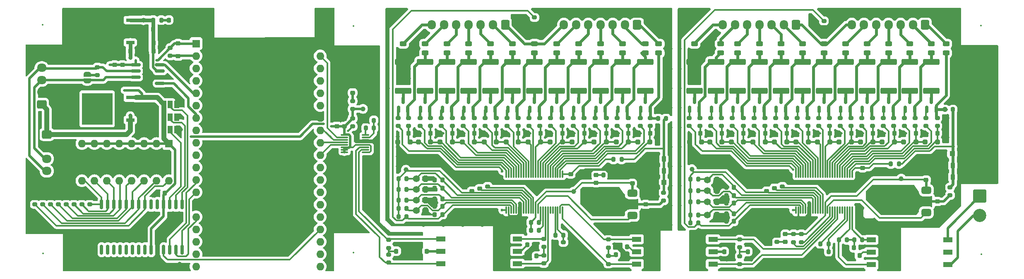
<source format=gbr>
%TF.GenerationSoftware,KiCad,Pcbnew,8.0.4*%
%TF.CreationDate,2024-09-13T16:29:25+09:00*%
%TF.ProjectId,LTC6811_ESP32_Master_V5,4c544336-3831-4315-9f45-535033325f4d,rev?*%
%TF.SameCoordinates,Original*%
%TF.FileFunction,Copper,L1,Top*%
%TF.FilePolarity,Positive*%
%FSLAX46Y46*%
G04 Gerber Fmt 4.6, Leading zero omitted, Abs format (unit mm)*
G04 Created by KiCad (PCBNEW 8.0.4) date 2024-09-13 16:29:25*
%MOMM*%
%LPD*%
G01*
G04 APERTURE LIST*
G04 Aperture macros list*
%AMRoundRect*
0 Rectangle with rounded corners*
0 $1 Rounding radius*
0 $2 $3 $4 $5 $6 $7 $8 $9 X,Y pos of 4 corners*
0 Add a 4 corners polygon primitive as box body*
4,1,4,$2,$3,$4,$5,$6,$7,$8,$9,$2,$3,0*
0 Add four circle primitives for the rounded corners*
1,1,$1+$1,$2,$3*
1,1,$1+$1,$4,$5*
1,1,$1+$1,$6,$7*
1,1,$1+$1,$8,$9*
0 Add four rect primitives between the rounded corners*
20,1,$1+$1,$2,$3,$4,$5,0*
20,1,$1+$1,$4,$5,$6,$7,0*
20,1,$1+$1,$6,$7,$8,$9,0*
20,1,$1+$1,$8,$9,$2,$3,0*%
%AMFreePoly0*
4,1,19,0.500000,-0.750000,0.000000,-0.750000,0.000000,-0.744911,-0.071157,-0.744911,-0.207708,-0.704816,-0.327430,-0.627875,-0.420627,-0.520320,-0.479746,-0.390866,-0.500000,-0.250000,-0.500000,0.250000,-0.479746,0.390866,-0.420627,0.520320,-0.327430,0.627875,-0.207708,0.704816,-0.071157,0.744911,0.000000,0.744911,0.000000,0.750000,0.500000,0.750000,0.500000,-0.750000,0.500000,-0.750000,
$1*%
%AMFreePoly1*
4,1,19,0.000000,0.744911,0.071157,0.744911,0.207708,0.704816,0.327430,0.627875,0.420627,0.520320,0.479746,0.390866,0.500000,0.250000,0.500000,-0.250000,0.479746,-0.390866,0.420627,-0.520320,0.327430,-0.627875,0.207708,-0.704816,0.071157,-0.744911,0.000000,-0.744911,0.000000,-0.750000,-0.500000,-0.750000,-0.500000,0.750000,0.000000,0.750000,0.000000,0.744911,0.000000,0.744911,
$1*%
G04 Aperture macros list end*
%TA.AperFunction,ComponentPad*%
%ADD10R,1.600000X1.600000*%
%TD*%
%TA.AperFunction,ComponentPad*%
%ADD11O,1.600000X1.600000*%
%TD*%
%TA.AperFunction,SMDPad,CuDef*%
%ADD12RoundRect,0.218750X0.256250X-0.218750X0.256250X0.218750X-0.256250X0.218750X-0.256250X-0.218750X0*%
%TD*%
%TA.AperFunction,SMDPad,CuDef*%
%ADD13RoundRect,0.200000X0.275000X-0.200000X0.275000X0.200000X-0.275000X0.200000X-0.275000X-0.200000X0*%
%TD*%
%TA.AperFunction,SMDPad,CuDef*%
%ADD14RoundRect,0.200000X-0.275000X0.200000X-0.275000X-0.200000X0.275000X-0.200000X0.275000X0.200000X0*%
%TD*%
%TA.AperFunction,SMDPad,CuDef*%
%ADD15RoundRect,0.200000X0.200000X0.275000X-0.200000X0.275000X-0.200000X-0.275000X0.200000X-0.275000X0*%
%TD*%
%TA.AperFunction,SMDPad,CuDef*%
%ADD16RoundRect,0.225000X0.225000X0.250000X-0.225000X0.250000X-0.225000X-0.250000X0.225000X-0.250000X0*%
%TD*%
%TA.AperFunction,SMDPad,CuDef*%
%ADD17RoundRect,0.243750X-0.456250X0.243750X-0.456250X-0.243750X0.456250X-0.243750X0.456250X0.243750X0*%
%TD*%
%TA.AperFunction,SMDPad,CuDef*%
%ADD18R,1.000000X1.500000*%
%TD*%
%TA.AperFunction,SMDPad,CuDef*%
%ADD19RoundRect,0.225000X-0.225000X-0.250000X0.225000X-0.250000X0.225000X0.250000X-0.225000X0.250000X0*%
%TD*%
%TA.AperFunction,SMDPad,CuDef*%
%ADD20RoundRect,0.250000X0.250000X0.250000X-0.250000X0.250000X-0.250000X-0.250000X0.250000X-0.250000X0*%
%TD*%
%TA.AperFunction,SMDPad,CuDef*%
%ADD21RoundRect,0.225000X0.250000X-0.225000X0.250000X0.225000X-0.250000X0.225000X-0.250000X-0.225000X0*%
%TD*%
%TA.AperFunction,SMDPad,CuDef*%
%ADD22RoundRect,0.200000X-0.200000X-0.275000X0.200000X-0.275000X0.200000X0.275000X-0.200000X0.275000X0*%
%TD*%
%TA.AperFunction,SMDPad,CuDef*%
%ADD23RoundRect,0.250000X-1.425000X0.362500X-1.425000X-0.362500X1.425000X-0.362500X1.425000X0.362500X0*%
%TD*%
%TA.AperFunction,SMDPad,CuDef*%
%ADD24R,1.701800X0.711200*%
%TD*%
%TA.AperFunction,SMDPad,CuDef*%
%ADD25R,6.223000X6.553200*%
%TD*%
%TA.AperFunction,SMDPad,CuDef*%
%ADD26C,1.000000*%
%TD*%
%TA.AperFunction,ComponentPad*%
%ADD27C,1.400000*%
%TD*%
%TA.AperFunction,ComponentPad*%
%ADD28O,1.400000X1.400000*%
%TD*%
%TA.AperFunction,SMDPad,CuDef*%
%ADD29RoundRect,0.225000X-0.250000X0.225000X-0.250000X-0.225000X0.250000X-0.225000X0.250000X0.225000X0*%
%TD*%
%TA.AperFunction,SMDPad,CuDef*%
%ADD30R,1.950000X1.020000*%
%TD*%
%TA.AperFunction,SMDPad,CuDef*%
%ADD31RoundRect,0.250000X0.300000X0.300000X-0.300000X0.300000X-0.300000X-0.300000X0.300000X-0.300000X0*%
%TD*%
%TA.AperFunction,SMDPad,CuDef*%
%ADD32RoundRect,0.150000X0.150000X-0.587500X0.150000X0.587500X-0.150000X0.587500X-0.150000X-0.587500X0*%
%TD*%
%TA.AperFunction,SMDPad,CuDef*%
%ADD33RoundRect,0.075000X-0.075000X0.662500X-0.075000X-0.662500X0.075000X-0.662500X0.075000X0.662500X0*%
%TD*%
%TA.AperFunction,SMDPad,CuDef*%
%ADD34RoundRect,0.150000X0.150000X-0.875000X0.150000X0.875000X-0.150000X0.875000X-0.150000X-0.875000X0*%
%TD*%
%TA.AperFunction,ComponentPad*%
%ADD35O,1.700000X1.950000*%
%TD*%
%TA.AperFunction,ComponentPad*%
%ADD36RoundRect,0.250000X0.600000X0.725000X-0.600000X0.725000X-0.600000X-0.725000X0.600000X-0.725000X0*%
%TD*%
%TA.AperFunction,SMDPad,CuDef*%
%ADD37RoundRect,0.218750X0.218750X0.256250X-0.218750X0.256250X-0.218750X-0.256250X0.218750X-0.256250X0*%
%TD*%
%TA.AperFunction,SMDPad,CuDef*%
%ADD38RoundRect,0.225000X0.225000X0.375000X-0.225000X0.375000X-0.225000X-0.375000X0.225000X-0.375000X0*%
%TD*%
%TA.AperFunction,ComponentPad*%
%ADD39RoundRect,0.250001X-1.099999X1.099999X-1.099999X-1.099999X1.099999X-1.099999X1.099999X1.099999X0*%
%TD*%
%TA.AperFunction,ComponentPad*%
%ADD40C,2.700000*%
%TD*%
%TA.AperFunction,SMDPad,CuDef*%
%ADD41RoundRect,0.218750X-0.256250X0.218750X-0.256250X-0.218750X0.256250X-0.218750X0.256250X0.218750X0*%
%TD*%
%TA.AperFunction,SMDPad,CuDef*%
%ADD42RoundRect,0.375000X0.625000X0.375000X-0.625000X0.375000X-0.625000X-0.375000X0.625000X-0.375000X0*%
%TD*%
%TA.AperFunction,SMDPad,CuDef*%
%ADD43RoundRect,0.500000X0.500000X1.400000X-0.500000X1.400000X-0.500000X-1.400000X0.500000X-1.400000X0*%
%TD*%
%TA.AperFunction,SMDPad,CuDef*%
%ADD44FreePoly0,90.000000*%
%TD*%
%TA.AperFunction,SMDPad,CuDef*%
%ADD45FreePoly1,90.000000*%
%TD*%
%TA.AperFunction,SMDPad,CuDef*%
%ADD46RoundRect,0.150000X0.825000X0.150000X-0.825000X0.150000X-0.825000X-0.150000X0.825000X-0.150000X0*%
%TD*%
%TA.AperFunction,SMDPad,CuDef*%
%ADD47RoundRect,0.075000X-0.650000X-0.075000X0.650000X-0.075000X0.650000X0.075000X-0.650000X0.075000X0*%
%TD*%
%TA.AperFunction,ComponentPad*%
%ADD48RoundRect,0.250000X-0.725000X0.600000X-0.725000X-0.600000X0.725000X-0.600000X0.725000X0.600000X0*%
%TD*%
%TA.AperFunction,ComponentPad*%
%ADD49O,1.950000X1.700000*%
%TD*%
%TA.AperFunction,ComponentPad*%
%ADD50RoundRect,0.250000X0.725000X-0.600000X0.725000X0.600000X-0.725000X0.600000X-0.725000X-0.600000X0*%
%TD*%
%TA.AperFunction,ViaPad*%
%ADD51C,0.500000*%
%TD*%
%TA.AperFunction,ViaPad*%
%ADD52C,0.800000*%
%TD*%
%TA.AperFunction,ViaPad*%
%ADD53C,0.600000*%
%TD*%
%TA.AperFunction,Conductor*%
%ADD54C,0.500000*%
%TD*%
%TA.AperFunction,Conductor*%
%ADD55C,0.300000*%
%TD*%
%TA.AperFunction,Conductor*%
%ADD56C,1.000000*%
%TD*%
%TA.AperFunction,Conductor*%
%ADD57C,0.800000*%
%TD*%
%TA.AperFunction,Conductor*%
%ADD58C,0.600000*%
%TD*%
%ADD59C,0.300000*%
%ADD60C,0.350000*%
G04 APERTURE END LIST*
D10*
%TO.P,U8,1,3V3*%
%TO.N,+3V3*%
X70365000Y-122821928D03*
D11*
%TO.P,U8,2,EN*%
%TO.N,/MCU/NRST*%
X70365000Y-125361928D03*
%TO.P,U8,3,SENSOR_VP*%
%TO.N,unconnected-(U8-SENSOR_VP-Pad3)*%
X70365000Y-127901928D03*
%TO.P,U8,4,SENSOR_VN*%
%TO.N,unconnected-(U8-SENSOR_VN-Pad4)*%
X70365000Y-130441928D03*
%TO.P,U8,5,IO34*%
%TO.N,/CAN/RXD*%
X70365000Y-132981928D03*
%TO.P,U8,6,IO35*%
%TO.N,unconnected-(U8-IO35-Pad6)*%
X70365000Y-135521928D03*
%TO.P,U8,7,IO32*%
%TO.N,/CAN/TXD*%
X70365000Y-138061928D03*
%TO.P,U8,8,IO33*%
%TO.N,unconnected-(U8-IO33-Pad8)*%
X70365000Y-140601928D03*
%TO.P,U8,9,IO25*%
%TO.N,unconnected-(U8-IO25-Pad9)*%
X70365000Y-143141928D03*
%TO.P,U8,10,IO26*%
%TO.N,unconnected-(U8-IO26-Pad10)*%
X70365000Y-145681928D03*
%TO.P,U8,11,IO27*%
%TO.N,unconnected-(U8-IO27-Pad11)*%
X70365000Y-148221928D03*
%TO.P,U8,12,IO14*%
%TO.N,/MCU/HSPI_SCK*%
X70365000Y-150761928D03*
%TO.P,U8,13,IO12*%
%TO.N,/MCU/HSPI_MISO*%
X70365000Y-153301928D03*
%TO.P,U8,14,GND*%
%TO.N,GND*%
X70365000Y-155841928D03*
%TO.P,U8,15,IO13*%
%TO.N,/MCU/HSPI_MOSI*%
X70365000Y-158381928D03*
%TO.P,U8,16,SD2*%
%TO.N,unconnected-(U8-SD2-Pad16)*%
X70365000Y-160921928D03*
%TO.P,U8,17,SD3*%
%TO.N,unconnected-(U8-SD3-Pad17)*%
X70365000Y-163461928D03*
%TO.P,U8,18,CMD*%
%TO.N,unconnected-(U8-CMD-Pad18)*%
X70365000Y-166001928D03*
%TO.P,U8,19,5V*%
%TO.N,/MCU/5V*%
X70365000Y-168541928D03*
%TO.P,U8,20,CLK*%
%TO.N,unconnected-(U8-CLK-Pad20)*%
X95765000Y-168541928D03*
%TO.P,U8,21,SD0*%
%TO.N,unconnected-(U8-SD0-Pad21)*%
X95765000Y-166001928D03*
%TO.P,U8,22,SD1*%
%TO.N,unconnected-(U8-SD1-Pad22)*%
X95765000Y-163461928D03*
%TO.P,U8,23,IO15*%
%TO.N,/MCU/HSPI_CS*%
X95765000Y-160921928D03*
%TO.P,U8,24,IO2*%
%TO.N,unconnected-(U8-IO2-Pad24)*%
X95765000Y-158381928D03*
%TO.P,U8,25,IO0*%
%TO.N,unconnected-(U8-IO0-Pad25)*%
X95765000Y-155841928D03*
%TO.P,U8,26,IO4*%
%TO.N,unconnected-(U8-IO4-Pad26)*%
X95765000Y-153301928D03*
%TO.P,U8,27,IO16*%
%TO.N,unconnected-(U8-IO16-Pad27)*%
X95765000Y-150761928D03*
%TO.P,U8,28,IO17*%
%TO.N,unconnected-(U8-IO17-Pad28)*%
X95765000Y-148221928D03*
%TO.P,U8,29,IO5*%
%TO.N,/MCU/VSPI_CS*%
X95765000Y-145681928D03*
%TO.P,U8,30,IO18*%
%TO.N,/MCU/VSPI_SCK*%
X95765000Y-143141928D03*
%TO.P,U8,31,IO19*%
%TO.N,/MCU/VSPI_MISO*%
X95765000Y-140601928D03*
%TO.P,U8,32,GND*%
%TO.N,GND*%
X95765000Y-138061928D03*
%TO.P,U8,33,IO21*%
%TO.N,unconnected-(U8-IO21-Pad33)*%
X95765000Y-135521928D03*
%TO.P,U8,34,RXD0*%
%TO.N,unconnected-(U8-RXD0-Pad34)*%
X95765000Y-132981928D03*
%TO.P,U8,35,TXD0*%
%TO.N,unconnected-(U8-TXD0-Pad35)*%
X95765000Y-130441928D03*
%TO.P,U8,36,IO22*%
%TO.N,unconnected-(U8-IO22-Pad36)*%
X95765000Y-127901928D03*
%TO.P,U8,37,IO23*%
%TO.N,/MCU/VSPI_MOSI*%
X95765000Y-125361928D03*
%TO.P,U8,38,GND*%
%TO.N,GND*%
X95765000Y-122821928D03*
%TD*%
D12*
%TO.P,D25,1,K*%
%TO.N,Net-(D25-K)*%
X190900000Y-163487500D03*
%TO.P,D25,2,A*%
%TO.N,/Slaves/LTC6811_2/Vreg*%
X190900000Y-161912500D03*
%TD*%
D13*
%TO.P,R138,1*%
%TO.N,/Slaves/LTC6811_2/cell2/S*%
X175600000Y-139725000D03*
%TO.P,R138,2*%
%TO.N,Net-(Q25-G)*%
X175600000Y-138075000D03*
%TD*%
D14*
%TO.P,R91,1*%
%TO.N,/Slaves/LTC6811_2/BAT+*%
X224600000Y-152275000D03*
%TO.P,R91,2*%
%TO.N,Net-(C67-Pad1)*%
X224600000Y-153925000D03*
%TD*%
D15*
%TO.P,R4,1*%
%TO.N,/Slaves/LTC6811_1/T2*%
X113425000Y-156600000D03*
%TO.P,R4,2*%
%TO.N,/Slaves/LTC6811_1/Vref2*%
X111775000Y-156600000D03*
%TD*%
D16*
%TO.P,C9,1*%
%TO.N,/Slaves/LTC6811_2/T4*%
X180380000Y-154000000D03*
%TO.P,C9,2*%
%TO.N,GND_PACK*%
X178830000Y-154000000D03*
%TD*%
D17*
%TO.P,F10,1*%
%TO.N,/Slaves/LTC6811_1/C3*%
X126100000Y-122862500D03*
%TO.P,F10,2*%
%TO.N,/Slaves/LTC6811_1/cell3/C+*%
X126100000Y-124737500D03*
%TD*%
D18*
%TO.P,JP3,1,A*%
%TO.N,+3V3*%
X63800000Y-135300000D03*
%TO.P,JP3,2,C*%
%TO.N,Net-(JP3-C)*%
X65100000Y-135300000D03*
%TO.P,JP3,3,B*%
%TO.N,GND*%
X66400000Y-135300000D03*
%TD*%
D19*
%TO.P,C84,1*%
%TO.N,/Slaves/LTC6811_2/cell5/C*%
X191200000Y-141200000D03*
%TO.P,C84,2*%
%TO.N,GND_PACK*%
X192750000Y-141200000D03*
%TD*%
D14*
%TO.P,R2,1*%
%TO.N,/Slaves/LTC6811_1/IMB*%
X154700000Y-163000000D03*
%TO.P,R2,2*%
%TO.N,Net-(C24-Pad1)*%
X154700000Y-164650000D03*
%TD*%
D20*
%TO.P,D14,1,K*%
%TO.N,/Slaves/LTC6811_1/cell8/C*%
X145300000Y-143000000D03*
%TO.P,D14,2,A*%
%TO.N,/Slaves/LTC6811_1/cell7/C*%
X142800000Y-143000000D03*
%TD*%
D17*
%TO.P,F5,1*%
%TO.N,/Slaves/LTC6811_1/C8*%
X148600000Y-122862500D03*
%TO.P,F5,2*%
%TO.N,/Slaves/LTC6811_1/cell8/C+*%
X148600000Y-124737500D03*
%TD*%
D21*
%TO.P,C34,1*%
%TO.N,GND*%
X59300000Y-135450000D03*
%TO.P,C34,2*%
%TO.N,+3V3*%
X59300000Y-133900000D03*
%TD*%
D17*
%TO.P,F19,1*%
%TO.N,/Slaves/LTC6811_2/C7*%
X203200000Y-122862500D03*
%TO.P,F19,2*%
%TO.N,/Slaves/LTC6811_2/cell7/C+*%
X203200000Y-124737500D03*
%TD*%
D19*
%TO.P,C62,1*%
%TO.N,/Slaves/LTC6811_1/cell1/C*%
X113825000Y-141200000D03*
%TO.P,C62,2*%
%TO.N,GND_PACK*%
X115375000Y-141200000D03*
%TD*%
%TO.P,C35,1*%
%TO.N,GND*%
X60050000Y-119900000D03*
%TO.P,C35,2*%
%TO.N,+5V*%
X61600000Y-119900000D03*
%TD*%
D22*
%TO.P,R48,1*%
%TO.N,Net-(D9-K)*%
X153675000Y-149800000D03*
%TO.P,R48,2*%
%TO.N,GND_PACK*%
X155325000Y-149800000D03*
%TD*%
D23*
%TO.P,R121,1*%
%TO.N,/Slaves/LTC6811_2/cell6/C+*%
X198800000Y-126537500D03*
%TO.P,R121,2*%
%TO.N,Net-(Q20-D)*%
X198800000Y-132462500D03*
%TD*%
%TO.P,R88,1*%
%TO.N,GND_PACK*%
X112725000Y-126537500D03*
%TO.P,R88,2*%
%TO.N,Net-(Q13-D)*%
X112725000Y-132462500D03*
%TD*%
D24*
%TO.P,U4,1,Vcc*%
%TO.N,/PowerSupply/+12V*%
X56900000Y-122600000D03*
D25*
%TO.P,U4,2,GND*%
%TO.N,GND*%
X50143600Y-120299999D03*
D24*
%TO.P,U4,3,Vo*%
%TO.N,+5V*%
X56900000Y-117999998D03*
%TD*%
D16*
%TO.P,C5,1*%
%TO.N,/Slaves/LTC6811_1/T5*%
X120729962Y-150812500D03*
%TO.P,C5,2*%
%TO.N,GND_PACK*%
X119179962Y-150812500D03*
%TD*%
D26*
%TO.P,TP3,1,1*%
%TO.N,/Slaves/LTC6811_1/Vreg*%
X147600000Y-153200000D03*
%TD*%
D27*
%TO.P,TH8,1*%
%TO.N,/Slaves/LTC6811_2/T3*%
X174995000Y-155300000D03*
D28*
%TO.P,TH8,2*%
%TO.N,GND_PACK*%
X176895000Y-155300000D03*
%TD*%
D14*
%TO.P,R49,1*%
%TO.N,/Slaves/LTC6811_2/IMA*%
X181600000Y-162950000D03*
%TO.P,R49,2*%
%TO.N,Net-(C70-Pad1)*%
X181600000Y-164600000D03*
%TD*%
D13*
%TO.P,R123,1*%
%TO.N,/Slaves/LTC6811_2/cell7/S*%
X197700000Y-139725000D03*
%TO.P,R123,2*%
%TO.N,Net-(Q20-G)*%
X197700000Y-138075000D03*
%TD*%
D23*
%TO.P,R112,1*%
%TO.N,/Slaves/LTC6811_2/cell10/C-*%
X212000000Y-126537500D03*
%TO.P,R112,2*%
%TO.N,Net-(Q17-D)*%
X212000000Y-132462500D03*
%TD*%
D26*
%TO.P,TP4,1,1*%
%TO.N,/Slaves/LTC6811_1/Vref2*%
X113300000Y-148700000D03*
%TD*%
D19*
%TO.P,C68,1*%
%TO.N,GND*%
X62425000Y-153500000D03*
%TO.P,C68,2*%
%TO.N,+3V3*%
X63975000Y-153500000D03*
%TD*%
D29*
%TO.P,C37,1*%
%TO.N,Net-(U11-V+)*%
X147000000Y-149600000D03*
%TO.P,C37,2*%
%TO.N,GND_PACK*%
X147000000Y-151150000D03*
%TD*%
D20*
%TO.P,D37,1,K*%
%TO.N,/Slaves/LTC6811_2/cell1/C*%
X173800000Y-143000000D03*
%TO.P,D37,2,A*%
%TO.N,GND_PACK*%
X171300000Y-143000000D03*
%TD*%
D13*
%TO.P,R90,1*%
%TO.N,/Slaves/LTC6811_1/cell1/S*%
X111675000Y-139725000D03*
%TO.P,R90,2*%
%TO.N,Net-(Q13-G)*%
X111675000Y-138075000D03*
%TD*%
D20*
%TO.P,D11,1,K*%
%TO.N,/Slaves/LTC6811_1/cell11/C*%
X158800000Y-143000000D03*
%TO.P,D11,2,A*%
%TO.N,/Slaves/LTC6811_1/cell10/C*%
X156300000Y-143000000D03*
%TD*%
D13*
%TO.P,R63,1*%
%TO.N,/Slaves/LTC6811_1/cell10/S*%
X152000000Y-139725000D03*
%TO.P,R63,2*%
%TO.N,Net-(Q4-G)*%
X152000000Y-138075000D03*
%TD*%
D19*
%TO.P,C61,1*%
%TO.N,/Slaves/LTC6811_1/cell2/C*%
X118325000Y-141200000D03*
%TO.P,C61,2*%
%TO.N,GND_PACK*%
X119875000Y-141200000D03*
%TD*%
D23*
%TO.P,R133,1*%
%TO.N,/Slaves/LTC6811_2/cell2/C+*%
X181150000Y-126537500D03*
%TO.P,R133,2*%
%TO.N,Net-(Q24-D)*%
X181150000Y-132462500D03*
%TD*%
D13*
%TO.P,R117,1*%
%TO.N,/Slaves/LTC6811_2/cell9/S*%
X206500000Y-139725000D03*
%TO.P,R117,2*%
%TO.N,Net-(Q18-G)*%
X206500000Y-138075000D03*
%TD*%
D14*
%TO.P,TH1,1*%
%TO.N,/Slaves/LTC6811_1/T1*%
X139600000Y-117475000D03*
%TO.P,TH1,2*%
%TO.N,GND_PACK*%
X139600000Y-119125000D03*
%TD*%
D16*
%TO.P,C10,1*%
%TO.N,/Slaves/LTC6811_2/T5*%
X180375000Y-152300000D03*
%TO.P,C10,2*%
%TO.N,GND_PACK*%
X178825000Y-152300000D03*
%TD*%
%TO.P,C7,1*%
%TO.N,/Slaves/LTC6811_2/T2*%
X180375000Y-157700000D03*
%TO.P,C7,2*%
%TO.N,GND_PACK*%
X178825000Y-157700000D03*
%TD*%
D30*
%TO.P,TR3,1,1*%
%TO.N,/Slaves/LTC6811_2/IPA*%
X176120000Y-168040000D03*
%TO.P,TR3,2,2*%
%TO.N,Net-(C45-Pad1)*%
X176120000Y-165500000D03*
%TO.P,TR3,3,3*%
%TO.N,/Slaves/LTC6811_2/IMA*%
X176120000Y-162960000D03*
%TO.P,TR3,4,4*%
%TO.N,/Slaves/LTC6811_1/IMB*%
X160480000Y-162960000D03*
%TO.P,TR3,5,5*%
%TO.N,Net-(C26-Pad1)*%
X160480000Y-165500000D03*
%TO.P,TR3,6,6*%
%TO.N,/Slaves/LTC6811_1/IPB*%
X160480000Y-168040000D03*
%TD*%
D13*
%TO.P,R72,1*%
%TO.N,/Slaves/LTC6811_1/cell7/S*%
X138500000Y-139725000D03*
%TO.P,R72,2*%
%TO.N,Net-(Q7-G)*%
X138500000Y-138075000D03*
%TD*%
D31*
%TO.P,D8,1,K*%
%TO.N,/Slaves/LTC6811_1/BAT+*%
X166075000Y-151300000D03*
%TO.P,D8,2,A*%
%TO.N,GND_PACK*%
X163275000Y-151300000D03*
%TD*%
D32*
%TO.P,Q24,1,G*%
%TO.N,Net-(Q24-G)*%
X180200000Y-136337500D03*
%TO.P,Q24,2,S*%
%TO.N,/Slaves/LTC6811_2/cell3/C+*%
X182100000Y-136337500D03*
%TO.P,Q24,3,D*%
%TO.N,Net-(Q24-D)*%
X181150000Y-134462500D03*
%TD*%
D15*
%TO.P,R98,1*%
%TO.N,Net-(U12-ICMP)*%
X199725000Y-165500000D03*
%TO.P,R98,2*%
%TO.N,GND_PACK*%
X198075000Y-165500000D03*
%TD*%
D19*
%TO.P,C24,1*%
%TO.N,Net-(C24-Pad1)*%
X156225000Y-166100000D03*
%TO.P,C24,2*%
%TO.N,GND_PACK*%
X157775000Y-166100000D03*
%TD*%
%TO.P,C29,1*%
%TO.N,GND*%
X116025000Y-165400000D03*
%TO.P,C29,2*%
%TO.N,Net-(C29-Pad2)*%
X117575000Y-165400000D03*
%TD*%
D23*
%TO.P,R118,1*%
%TO.N,/Slaves/LTC6811_2/cell7/C+*%
X203200000Y-126537500D03*
%TO.P,R118,2*%
%TO.N,Net-(Q19-D)*%
X203200000Y-132462500D03*
%TD*%
D32*
%TO.P,Q8,1,G*%
%TO.N,Net-(Q8-G)*%
X134150000Y-136337500D03*
%TO.P,Q8,2,S*%
%TO.N,/Slaves/LTC6811_1/cell6/C+*%
X136050000Y-136337500D03*
%TO.P,Q8,3,D*%
%TO.N,Net-(Q8-D)*%
X135100000Y-134462500D03*
%TD*%
D10*
%TO.P,SW1,1*%
%TO.N,+3V3*%
X64800000Y-143332500D03*
D11*
%TO.P,SW1,2*%
X62260000Y-143332500D03*
%TO.P,SW1,3*%
X59720000Y-143332500D03*
%TO.P,SW1,4*%
X57180000Y-143332500D03*
%TO.P,SW1,5*%
X54640000Y-143332500D03*
%TO.P,SW1,6*%
X52100000Y-143332500D03*
%TO.P,SW1,7*%
X49560000Y-143332500D03*
%TO.P,SW1,8*%
X47020000Y-143332500D03*
%TO.P,SW1,9*%
%TO.N,Net-(U1-GPA7)*%
X47020000Y-150952500D03*
%TO.P,SW1,10*%
%TO.N,Net-(U1-GPA6)*%
X49560000Y-150952500D03*
%TO.P,SW1,11*%
%TO.N,Net-(U1-GPA5)*%
X52100000Y-150952500D03*
%TO.P,SW1,12*%
%TO.N,Net-(U1-GPA4)*%
X54640000Y-150952500D03*
%TO.P,SW1,13*%
%TO.N,Net-(U1-GPA3)*%
X57180000Y-150952500D03*
%TO.P,SW1,14*%
%TO.N,Net-(U1-GPA2)*%
X59720000Y-150952500D03*
%TO.P,SW1,15*%
%TO.N,Net-(U1-GPA1)*%
X62260000Y-150952500D03*
%TO.P,SW1,16*%
%TO.N,Net-(U1-GPA0)*%
X64800000Y-150952500D03*
%TD*%
D13*
%TO.P,R45,1*%
%TO.N,Net-(U11-DTEN)*%
X130000000Y-152125000D03*
%TO.P,R45,2*%
%TO.N,GND_PACK*%
X130000000Y-150475000D03*
%TD*%
D16*
%TO.P,C2,1*%
%TO.N,/Slaves/LTC6811_1/T2*%
X120729962Y-156200000D03*
%TO.P,C2,2*%
%TO.N,GND_PACK*%
X119179962Y-156200000D03*
%TD*%
D20*
%TO.P,D36,1,K*%
%TO.N,/Slaves/LTC6811_2/cell2/C*%
X177950000Y-143000000D03*
%TO.P,D36,2,A*%
%TO.N,/Slaves/LTC6811_2/cell1/C*%
X175450000Y-143000000D03*
%TD*%
D13*
%TO.P,R128,1*%
%TO.N,/Slaves/LTC6811_2/cell5/C*%
X191100000Y-139725000D03*
%TO.P,R128,2*%
%TO.N,/Slaves/LTC6811_2/cell5/C+*%
X191100000Y-138075000D03*
%TD*%
%TO.P,R69,1*%
%TO.N,/Slaves/LTC6811_1/cell8/S*%
X142900000Y-139725000D03*
%TO.P,R69,2*%
%TO.N,Net-(Q6-G)*%
X142900000Y-138075000D03*
%TD*%
D32*
%TO.P,Q3,1,G*%
%TO.N,Net-(Q3-G)*%
X156650000Y-136337500D03*
%TO.P,Q3,2,S*%
%TO.N,/Slaves/LTC6811_1/cell11/C+*%
X158550000Y-136337500D03*
%TO.P,Q3,3,D*%
%TO.N,Net-(Q3-D)*%
X157600000Y-134462500D03*
%TD*%
D14*
%TO.P,R40,1*%
%TO.N,/Slaves/LTC6811_1/BAT+*%
X166000000Y-153375000D03*
%TO.P,R40,2*%
%TO.N,Net-(C41-Pad1)*%
X166000000Y-155025000D03*
%TD*%
D26*
%TO.P,TP2,1,1*%
%TO.N,+3V3*%
X104500000Y-136200000D03*
%TD*%
D13*
%TO.P,R57,1*%
%TO.N,/Slaves/LTC6811_1/cell12/S*%
X161200000Y-139725000D03*
%TO.P,R57,2*%
%TO.N,Net-(Q2-G)*%
X161200000Y-138075000D03*
%TD*%
D15*
%TO.P,R11,1*%
%TO.N,/Slaves/LTC6811_2/T4*%
X173125000Y-153000000D03*
%TO.P,R11,2*%
%TO.N,/Slaves/LTC6811_2/Vref2*%
X171475000Y-153000000D03*
%TD*%
D23*
%TO.P,R64,1*%
%TO.N,/Slaves/LTC6811_1/cell8/C+*%
X148600000Y-126537500D03*
%TO.P,R64,2*%
%TO.N,Net-(Q5-D)*%
X148600000Y-132462500D03*
%TD*%
D13*
%TO.P,R94,1*%
%TO.N,Net-(U12-ISOMD)*%
X192600000Y-163537500D03*
%TO.P,R94,2*%
%TO.N,/Slaves/LTC6811_2/Vreg*%
X192600000Y-161887500D03*
%TD*%
D14*
%TO.P,R32,1*%
%TO.N,/Slaves/LTC6811_1/IMA*%
X141500000Y-162875000D03*
%TO.P,R32,2*%
%TO.N,Net-(C50-Pad1)*%
X141500000Y-164525000D03*
%TD*%
D13*
%TO.P,R89,1*%
%TO.N,/Slaves/LTC6811_1/cell1/C*%
X113825000Y-139725000D03*
%TO.P,R89,2*%
%TO.N,/Slaves/LTC6811_1/cell1/C+*%
X113825000Y-138075000D03*
%TD*%
D19*
%TO.P,C86,1*%
%TO.N,/Slaves/LTC6811_2/cell3/C*%
X182350000Y-141200000D03*
%TO.P,C86,2*%
%TO.N,GND_PACK*%
X183900000Y-141200000D03*
%TD*%
D14*
%TO.P,R151,1*%
%TO.N,GND*%
X48600000Y-154150000D03*
%TO.P,R151,2*%
%TO.N,Net-(U1-GPA7)*%
X48600000Y-155800000D03*
%TD*%
D16*
%TO.P,C50,1*%
%TO.N,Net-(C50-Pad1)*%
X140000000Y-166400000D03*
%TO.P,C50,2*%
%TO.N,GND_PACK*%
X138450000Y-166400000D03*
%TD*%
D29*
%TO.P,C31,1*%
%TO.N,GND*%
X99150000Y-138225000D03*
%TO.P,C31,2*%
%TO.N,+3V3*%
X99150000Y-139775000D03*
%TD*%
D23*
%TO.P,R67,1*%
%TO.N,/Slaves/LTC6811_1/cell7/C+*%
X144100000Y-126537500D03*
%TO.P,R67,2*%
%TO.N,Net-(Q6-D)*%
X144100000Y-132462500D03*
%TD*%
D32*
%TO.P,Q5,1,G*%
%TO.N,Net-(Q5-G)*%
X147650000Y-136337500D03*
%TO.P,Q5,2,S*%
%TO.N,/Slaves/LTC6811_1/cell10/C-*%
X149550000Y-136337500D03*
%TO.P,Q5,3,D*%
%TO.N,Net-(Q5-D)*%
X148600000Y-134462500D03*
%TD*%
D17*
%TO.P,F23,1*%
%TO.N,/Slaves/LTC6811_2/C3*%
X185600000Y-122862500D03*
%TO.P,F23,2*%
%TO.N,/Slaves/LTC6811_2/cell3/C+*%
X185600000Y-124737500D03*
%TD*%
D19*
%TO.P,C70,1*%
%TO.N,Net-(C70-Pad1)*%
X183225000Y-165500000D03*
%TO.P,C70,2*%
%TO.N,GND_PACK*%
X184775000Y-165500000D03*
%TD*%
D32*
%TO.P,Q11,1,G*%
%TO.N,Net-(Q11-G)*%
X120750000Y-136337500D03*
%TO.P,Q11,2,S*%
%TO.N,/Slaves/LTC6811_1/cell3/C+*%
X122650000Y-136337500D03*
%TO.P,Q11,3,D*%
%TO.N,Net-(Q11-D)*%
X121700000Y-134462500D03*
%TD*%
D15*
%TO.P,R10,1*%
%TO.N,/Slaves/LTC6811_2/T3*%
X173125000Y-155300000D03*
%TO.P,R10,2*%
%TO.N,/Slaves/LTC6811_2/Vref2*%
X171475000Y-155300000D03*
%TD*%
D19*
%TO.P,C69,1*%
%TO.N,Net-(C69-Pad1)*%
X138125000Y-164100000D03*
%TO.P,C69,2*%
%TO.N,GND_PACK*%
X139675000Y-164100000D03*
%TD*%
D32*
%TO.P,Q25,1,G*%
%TO.N,Net-(Q25-G)*%
X175800000Y-136337500D03*
%TO.P,Q25,2,S*%
%TO.N,/Slaves/LTC6811_2/cell2/C+*%
X177700000Y-136337500D03*
%TO.P,Q25,3,D*%
%TO.N,Net-(Q25-D)*%
X176750000Y-134462500D03*
%TD*%
D17*
%TO.P,F15,1*%
%TO.N,/Slaves/LTC6811_2/C11*%
X220800000Y-122862500D03*
%TO.P,F15,2*%
%TO.N,/Slaves/LTC6811_2/cell11/C+*%
X220800000Y-124737500D03*
%TD*%
D15*
%TO.P,R9,1*%
%TO.N,/Slaves/LTC6811_2/T2*%
X173125000Y-158000000D03*
%TO.P,R9,2*%
%TO.N,/Slaves/LTC6811_2/Vref2*%
X171475000Y-158000000D03*
%TD*%
D27*
%TO.P,TH3,1*%
%TO.N,/Slaves/LTC6811_1/T3*%
X115395000Y-154900000D03*
D28*
%TO.P,TH3,2*%
%TO.N,GND_PACK*%
X117295000Y-154900000D03*
%TD*%
D19*
%TO.P,C82,1*%
%TO.N,/Slaves/LTC6811_2/cell7/C*%
X200000000Y-141200000D03*
%TO.P,C82,2*%
%TO.N,GND_PACK*%
X201550000Y-141200000D03*
%TD*%
%TO.P,C55,1*%
%TO.N,/Slaves/LTC6811_1/cell8/C*%
X145300000Y-141200000D03*
%TO.P,C55,2*%
%TO.N,GND_PACK*%
X146850000Y-141200000D03*
%TD*%
D15*
%TO.P,R7,1*%
%TO.N,/Slaves/LTC6811_1/T5*%
X113425000Y-150500000D03*
%TO.P,R7,2*%
%TO.N,/Slaves/LTC6811_1/Vref2*%
X111775000Y-150500000D03*
%TD*%
D17*
%TO.P,F2,1*%
%TO.N,/Slaves/LTC6811_1/C11*%
X162300000Y-122862500D03*
%TO.P,F2,2*%
%TO.N,/Slaves/LTC6811_1/cell11/C+*%
X162300000Y-124737500D03*
%TD*%
D32*
%TO.P,Q19,1,G*%
%TO.N,Net-(Q19-G)*%
X202250000Y-136337500D03*
%TO.P,Q19,2,S*%
%TO.N,/Slaves/LTC6811_2/cell8/C+*%
X204150000Y-136337500D03*
%TO.P,Q19,3,D*%
%TO.N,Net-(Q19-D)*%
X203200000Y-134462500D03*
%TD*%
D13*
%TO.P,R74,1*%
%TO.N,/Slaves/LTC6811_1/cell6/C*%
X136300000Y-139725000D03*
%TO.P,R74,2*%
%TO.N,/Slaves/LTC6811_1/cell6/C+*%
X136300000Y-138075000D03*
%TD*%
D32*
%TO.P,Q2,1,G*%
%TO.N,Net-(Q2-G)*%
X161350000Y-136337500D03*
%TO.P,Q2,2,S*%
%TO.N,/Slaves/LTC6811_1/cell12/C+*%
X163250000Y-136337500D03*
%TO.P,Q2,3,D*%
%TO.N,Net-(Q2-D)*%
X162300000Y-134462500D03*
%TD*%
D19*
%TO.P,C56,1*%
%TO.N,/Slaves/LTC6811_1/cell7/C*%
X140800000Y-141200000D03*
%TO.P,C56,2*%
%TO.N,GND_PACK*%
X142350000Y-141200000D03*
%TD*%
D33*
%TO.P,U11,1,V+*%
%TO.N,Net-(U11-V+)*%
X145350000Y-149587500D03*
%TO.P,U11,2,C12*%
%TO.N,/Slaves/LTC6811_1/cell12/C*%
X144850000Y-149587500D03*
%TO.P,U11,3,S12*%
%TO.N,/Slaves/LTC6811_1/cell12/S*%
X144350000Y-149587500D03*
%TO.P,U11,4,C11*%
%TO.N,/Slaves/LTC6811_1/cell11/C*%
X143850000Y-149587500D03*
%TO.P,U11,5,S11*%
%TO.N,/Slaves/LTC6811_1/cell11/S*%
X143350000Y-149587500D03*
%TO.P,U11,6,C10*%
%TO.N,/Slaves/LTC6811_1/cell10/C*%
X142850000Y-149587500D03*
%TO.P,U11,7,S10*%
%TO.N,/Slaves/LTC6811_1/cell10/S*%
X142350000Y-149587500D03*
%TO.P,U11,8,C9*%
%TO.N,/Slaves/LTC6811_1/cell10/CM*%
X141850000Y-149587500D03*
%TO.P,U11,9,S9*%
%TO.N,/Slaves/LTC6811_1/cell9/S*%
X141350000Y-149587500D03*
%TO.P,U11,10,C8*%
%TO.N,/Slaves/LTC6811_1/cell8/C*%
X140850000Y-149587500D03*
%TO.P,U11,11,S8*%
%TO.N,/Slaves/LTC6811_1/cell8/S*%
X140350000Y-149587500D03*
%TO.P,U11,12,C7*%
%TO.N,/Slaves/LTC6811_1/cell7/C*%
X139850000Y-149587500D03*
%TO.P,U11,13,S7*%
%TO.N,/Slaves/LTC6811_1/cell7/S*%
X139350000Y-149587500D03*
%TO.P,U11,14,C6*%
%TO.N,/Slaves/LTC6811_1/cell6/C*%
X138850000Y-149587500D03*
%TO.P,U11,15,S6*%
%TO.N,/Slaves/LTC6811_1/cell6/S*%
X138350000Y-149587500D03*
%TO.P,U11,16,C5*%
%TO.N,/Slaves/LTC6811_1/cell5/C*%
X137850000Y-149587500D03*
%TO.P,U11,17,S5*%
%TO.N,/Slaves/LTC6811_1/cell5/S*%
X137350000Y-149587500D03*
%TO.P,U11,18,C4*%
%TO.N,/Slaves/LTC6811_1/cell4/C*%
X136850000Y-149587500D03*
%TO.P,U11,19,S4*%
%TO.N,/Slaves/LTC6811_1/cell4/S*%
X136350000Y-149587500D03*
%TO.P,U11,20,C3*%
%TO.N,/Slaves/LTC6811_1/cell3/C*%
X135850000Y-149587500D03*
%TO.P,U11,21,S3*%
%TO.N,/Slaves/LTC6811_1/cell3/S*%
X135350000Y-149587500D03*
%TO.P,U11,22,C2*%
%TO.N,/Slaves/LTC6811_1/cell2/C*%
X134850000Y-149587500D03*
%TO.P,U11,23,S2*%
%TO.N,/Slaves/LTC6811_1/cell2/S*%
X134350000Y-149587500D03*
%TO.P,U11,24,C1*%
%TO.N,/Slaves/LTC6811_1/cell1/C*%
X133850000Y-149587500D03*
%TO.P,U11,25,S1*%
%TO.N,/Slaves/LTC6811_1/cell1/S*%
X133850000Y-157012500D03*
%TO.P,U11,26,C0*%
%TO.N,GND_PACK*%
X134350000Y-157012500D03*
%TO.P,U11,27,GPIO1*%
%TO.N,/Slaves/LTC6811_1/T1*%
X134850000Y-157012500D03*
%TO.P,U11,28,GPIO2*%
%TO.N,/Slaves/LTC6811_1/T2*%
X135350000Y-157012500D03*
%TO.P,U11,29,GPIO3*%
%TO.N,/Slaves/LTC6811_1/T3*%
X135850000Y-157012500D03*
%TO.P,U11,30,V-\u002A\u002A*%
%TO.N,GND_PACK*%
X136350000Y-157012500D03*
%TO.P,U11,31,V-*%
X136850000Y-157012500D03*
%TO.P,U11,32,GPIO4*%
%TO.N,/Slaves/LTC6811_1/T4*%
X137350000Y-157012500D03*
%TO.P,U11,33,GPIO5*%
%TO.N,/Slaves/LTC6811_1/T5*%
X137850000Y-157012500D03*
%TO.P,U11,34,Vref2*%
%TO.N,/Slaves/LTC6811_1/Vref2*%
X138350000Y-157012500D03*
%TO.P,U11,35,Vref1*%
%TO.N,Net-(U11-Vref1)*%
X138850000Y-157012500D03*
%TO.P,U11,36,DTEN*%
%TO.N,Net-(U11-DTEN)*%
X139350000Y-157012500D03*
%TO.P,U11,37,Vreg*%
%TO.N,/Slaves/LTC6811_1/Vreg*%
X139850000Y-157012500D03*
%TO.P,U11,38,DRIVE*%
%TO.N,/Slaves/LTC6811_1/DRIVE*%
X140350000Y-157012500D03*
%TO.P,U11,39,WDT*%
%TO.N,Net-(U11-WDT)*%
X140850000Y-157012500D03*
%TO.P,U11,40,ISOMD*%
%TO.N,Net-(U11-ISOMD)*%
X141350000Y-157012500D03*
%TO.P,U11,41,IMA*%
%TO.N,/Slaves/LTC6811_1/IMA*%
X141850000Y-157012500D03*
%TO.P,U11,42,IPA*%
%TO.N,/Slaves/LTC6811_1/IPA*%
X142350000Y-157012500D03*
%TO.P,U11,43,SDI*%
%TO.N,unconnected-(U11-SDI-Pad43)*%
X142850000Y-157012500D03*
%TO.P,U11,44,SDO*%
%TO.N,unconnected-(U11-SDO-Pad44)*%
X143350000Y-157012500D03*
%TO.P,U11,45,IBIAS*%
%TO.N,Net-(U11-IBIAS)*%
X143850000Y-157012500D03*
%TO.P,U11,46,ICMP*%
%TO.N,Net-(U11-ICMP)*%
X144350000Y-157012500D03*
%TO.P,U11,47,IMB*%
%TO.N,/Slaves/LTC6811_1/IMB*%
X144850000Y-157012500D03*
%TO.P,U11,48,IPB*%
%TO.N,/Slaves/LTC6811_1/IPB*%
X145350000Y-157012500D03*
%TD*%
D21*
%TO.P,C40,1*%
%TO.N,/Slaves/LTC6811_1/Vreg*%
X159600000Y-151475000D03*
%TO.P,C40,2*%
%TO.N,GND_PACK*%
X159600000Y-149925000D03*
%TD*%
D19*
%TO.P,C59,1*%
%TO.N,/Slaves/LTC6811_1/cell4/C*%
X127300000Y-141200000D03*
%TO.P,C59,2*%
%TO.N,GND_PACK*%
X128850000Y-141200000D03*
%TD*%
D13*
%TO.P,R110,1*%
%TO.N,/Slaves/LTC6811_2/cell11/C*%
X217500000Y-139725000D03*
%TO.P,R110,2*%
%TO.N,/Slaves/LTC6811_2/cell11/C+*%
X217500000Y-138075000D03*
%TD*%
D17*
%TO.P,F14,1*%
%TO.N,/Slaves/LTC6811_2/C12*%
X223800000Y-122862500D03*
%TO.P,F14,2*%
%TO.N,/Slaves/LTC6811_2/cell12/C+*%
X223800000Y-124737500D03*
%TD*%
%TO.P,F8,1*%
%TO.N,/Slaves/LTC6811_1/C5*%
X135100000Y-122862500D03*
%TO.P,F8,2*%
%TO.N,/Slaves/LTC6811_1/cell5/C+*%
X135100000Y-124737500D03*
%TD*%
%TO.P,F7,1*%
%TO.N,/Slaves/LTC6811_1/C6*%
X139600000Y-122862500D03*
%TO.P,F7,2*%
%TO.N,/Slaves/LTC6811_1/cell6/C+*%
X139600000Y-124737500D03*
%TD*%
D13*
%TO.P,R99,1*%
%TO.N,Net-(D25-K)*%
X189200000Y-163512500D03*
%TO.P,R99,2*%
%TO.N,GND_PACK*%
X189200000Y-161862500D03*
%TD*%
D19*
%TO.P,C83,1*%
%TO.N,/Slaves/LTC6811_2/cell6/C*%
X195600000Y-141200000D03*
%TO.P,C83,2*%
%TO.N,GND_PACK*%
X197150000Y-141200000D03*
%TD*%
D20*
%TO.P,D27,1,K*%
%TO.N,/Slaves/LTC6811_2/cell11/C*%
X217600000Y-143000000D03*
%TO.P,D27,2,A*%
%TO.N,/Slaves/LTC6811_2/cell10/C*%
X215100000Y-143000000D03*
%TD*%
D32*
%TO.P,Q9,1,G*%
%TO.N,Net-(Q9-G)*%
X129650000Y-136337500D03*
%TO.P,Q9,2,S*%
%TO.N,/Slaves/LTC6811_1/cell5/C+*%
X131550000Y-136337500D03*
%TO.P,Q9,3,D*%
%TO.N,Net-(Q9-D)*%
X130600000Y-134462500D03*
%TD*%
%TO.P,Q20,1,G*%
%TO.N,Net-(Q20-G)*%
X197850000Y-136337500D03*
%TO.P,Q20,2,S*%
%TO.N,/Slaves/LTC6811_2/cell7/C+*%
X199750000Y-136337500D03*
%TO.P,Q20,3,D*%
%TO.N,Net-(Q20-D)*%
X198800000Y-134462500D03*
%TD*%
D20*
%TO.P,D32,1,K*%
%TO.N,/Slaves/LTC6811_2/cell6/C*%
X195600000Y-143000000D03*
%TO.P,D32,2,A*%
%TO.N,/Slaves/LTC6811_2/cell5/C*%
X193100000Y-143000000D03*
%TD*%
D19*
%TO.P,C60,1*%
%TO.N,/Slaves/LTC6811_1/cell3/C*%
X122800000Y-141200000D03*
%TO.P,C60,2*%
%TO.N,GND_PACK*%
X124350000Y-141200000D03*
%TD*%
D23*
%TO.P,R136,1*%
%TO.N,/Slaves/LTC6811_2/cell1/C+*%
X176750000Y-126537500D03*
%TO.P,R136,2*%
%TO.N,Net-(Q25-D)*%
X176750000Y-132462500D03*
%TD*%
D20*
%TO.P,D26,1,K*%
%TO.N,/Slaves/LTC6811_2/cell12/C*%
X222000000Y-143000000D03*
%TO.P,D26,2,A*%
%TO.N,/Slaves/LTC6811_2/cell11/C*%
X219500000Y-143000000D03*
%TD*%
D22*
%TO.P,R154,1*%
%TO.N,Net-(C73-Pad2)*%
X204975000Y-163100000D03*
%TO.P,R154,2*%
%TO.N,/Slaves/LTC6811_2/IPB*%
X206625000Y-163100000D03*
%TD*%
D13*
%TO.P,R83,1*%
%TO.N,/Slaves/LTC6811_1/cell3/C*%
X122800000Y-139725000D03*
%TO.P,R83,2*%
%TO.N,/Slaves/LTC6811_1/cell3/C+*%
X122800000Y-138075000D03*
%TD*%
D21*
%TO.P,C65,1*%
%TO.N,Net-(U12-Vref1)*%
X188700000Y-152475000D03*
%TO.P,C65,2*%
%TO.N,GND_PACK*%
X188700000Y-150925000D03*
%TD*%
D14*
%TO.P,R144,1*%
%TO.N,GND*%
X43800000Y-154150000D03*
%TO.P,R144,2*%
%TO.N,Net-(U1-GPA4)*%
X43800000Y-155800000D03*
%TD*%
D32*
%TO.P,Q12,1,G*%
%TO.N,Net-(Q12-G)*%
X116275000Y-136337500D03*
%TO.P,Q12,2,S*%
%TO.N,/Slaves/LTC6811_1/cell2/C+*%
X118175000Y-136337500D03*
%TO.P,Q12,3,D*%
%TO.N,Net-(Q12-D)*%
X117225000Y-134462500D03*
%TD*%
D20*
%TO.P,D13,1,K*%
%TO.N,/Slaves/LTC6811_1/cell10/CM*%
X149800000Y-143000000D03*
%TO.P,D13,2,A*%
%TO.N,/Slaves/LTC6811_1/cell8/C*%
X147300000Y-143000000D03*
%TD*%
D15*
%TO.P,R44,1*%
%TO.N,Net-(U11-WDT)*%
X140525000Y-159500000D03*
%TO.P,R44,2*%
%TO.N,/Slaves/LTC6811_1/Vreg*%
X138875000Y-159500000D03*
%TD*%
D27*
%TO.P,TH9,1*%
%TO.N,/Slaves/LTC6811_2/T4*%
X174995000Y-153000000D03*
D28*
%TO.P,TH9,2*%
%TO.N,GND_PACK*%
X176895000Y-153000000D03*
%TD*%
D19*
%TO.P,C88,1*%
%TO.N,/Slaves/LTC6811_2/cell1/C*%
X173500000Y-141200000D03*
%TO.P,C88,2*%
%TO.N,GND_PACK*%
X175050000Y-141200000D03*
%TD*%
D21*
%TO.P,C42,1*%
%TO.N,/Slaves/LTC6811_2/Vreg*%
X219700000Y-150800000D03*
%TO.P,C42,2*%
%TO.N,GND_PACK*%
X219700000Y-149250000D03*
%TD*%
D20*
%TO.P,D15,1,K*%
%TO.N,/Slaves/LTC6811_1/cell7/C*%
X140800000Y-143000000D03*
%TO.P,D15,2,A*%
%TO.N,/Slaves/LTC6811_1/cell6/C*%
X138300000Y-143000000D03*
%TD*%
D27*
%TO.P,TH7,1*%
%TO.N,/Slaves/LTC6811_2/T2*%
X174995000Y-158000000D03*
D28*
%TO.P,TH7,2*%
%TO.N,GND_PACK*%
X176895000Y-158000000D03*
%TD*%
D19*
%TO.P,C57,1*%
%TO.N,/Slaves/LTC6811_1/cell6/C*%
X136300000Y-141200000D03*
%TO.P,C57,2*%
%TO.N,GND_PACK*%
X137850000Y-141200000D03*
%TD*%
D13*
%TO.P,R122,1*%
%TO.N,/Slaves/LTC6811_2/cell7/C*%
X199900000Y-139725000D03*
%TO.P,R122,2*%
%TO.N,/Slaves/LTC6811_2/cell7/C+*%
X199900000Y-138075000D03*
%TD*%
D23*
%TO.P,R109,1*%
%TO.N,/Slaves/LTC6811_2/cell10/C+*%
X216400000Y-126537500D03*
%TO.P,R109,2*%
%TO.N,Net-(Q16-D)*%
X216400000Y-132462500D03*
%TD*%
D15*
%TO.P,FB1,1*%
%TO.N,/Slaves/LTC6811_1/BAT+*%
X166525000Y-138200000D03*
%TO.P,FB1,2*%
%TO.N,/Slaves/LTC6811_1/cell12/C+*%
X164875000Y-138200000D03*
%TD*%
D14*
%TO.P,R153,1*%
%TO.N,/CAN/CAN_L*%
X50200000Y-127675000D03*
%TO.P,R153,2*%
%TO.N,Net-(JP4-B)*%
X50200000Y-129325000D03*
%TD*%
D26*
%TO.P,TP1,1,1*%
%TO.N,+5V*%
X59600000Y-118000000D03*
%TD*%
D15*
%TO.P,R92,1*%
%TO.N,/Slaves/LTC6811_2/BAT+*%
X214125000Y-147500000D03*
%TO.P,R92,2*%
%TO.N,Net-(U12-V+)*%
X212475000Y-147500000D03*
%TD*%
D13*
%TO.P,R80,1*%
%TO.N,/Slaves/LTC6811_1/cell4/C*%
X127300000Y-139725000D03*
%TO.P,R80,2*%
%TO.N,/Slaves/LTC6811_1/cell4/C+*%
X127300000Y-138075000D03*
%TD*%
%TO.P,R56,1*%
%TO.N,/Slaves/LTC6811_1/cell12/C*%
X163300000Y-139725000D03*
%TO.P,R56,2*%
%TO.N,/Slaves/LTC6811_1/cell12/C+*%
X163300000Y-138075000D03*
%TD*%
D23*
%TO.P,R58,1*%
%TO.N,/Slaves/LTC6811_1/cell10/C+*%
X157600000Y-126537500D03*
%TO.P,R58,2*%
%TO.N,Net-(Q3-D)*%
X157600000Y-132462500D03*
%TD*%
D19*
%TO.P,C52,1*%
%TO.N,/Slaves/LTC6811_1/cell11/C*%
X158800000Y-141200000D03*
%TO.P,C52,2*%
%TO.N,GND_PACK*%
X160350000Y-141200000D03*
%TD*%
D13*
%TO.P,R132,1*%
%TO.N,/Slaves/LTC6811_2/cell4/S*%
X184500000Y-139725000D03*
%TO.P,R132,2*%
%TO.N,Net-(Q23-G)*%
X184500000Y-138075000D03*
%TD*%
D21*
%TO.P,C39,1*%
%TO.N,Net-(U11-Vref1)*%
X128400000Y-152575000D03*
%TO.P,C39,2*%
%TO.N,GND_PACK*%
X128400000Y-151025000D03*
%TD*%
D13*
%TO.P,R137,1*%
%TO.N,/Slaves/LTC6811_2/cell2/C*%
X177800000Y-139725000D03*
%TO.P,R137,2*%
%TO.N,/Slaves/LTC6811_2/cell2/C+*%
X177800000Y-138075000D03*
%TD*%
D19*
%TO.P,C33,1*%
%TO.N,/PowerSupply/+12V*%
X56925000Y-124400000D03*
%TO.P,C33,2*%
%TO.N,GND*%
X58475000Y-124400000D03*
%TD*%
D34*
%TO.P,U1,1,GPB0*%
%TO.N,unconnected-(U1-GPB0-Pad1)*%
X51045000Y-165100000D03*
%TO.P,U1,2,GPB1*%
%TO.N,unconnected-(U1-GPB1-Pad2)*%
X52315000Y-165100000D03*
%TO.P,U1,3,GPB2*%
%TO.N,unconnected-(U1-GPB2-Pad3)*%
X53585000Y-165100000D03*
%TO.P,U1,4,GPB3*%
%TO.N,unconnected-(U1-GPB3-Pad4)*%
X54855000Y-165100000D03*
%TO.P,U1,5,GPB4*%
%TO.N,unconnected-(U1-GPB4-Pad5)*%
X56125000Y-165100000D03*
%TO.P,U1,6,GPB5*%
%TO.N,unconnected-(U1-GPB5-Pad6)*%
X57395000Y-165100000D03*
%TO.P,U1,7,GPB6*%
%TO.N,unconnected-(U1-GPB6-Pad7)*%
X58665000Y-165100000D03*
%TO.P,U1,8,GPB7*%
%TO.N,unconnected-(U1-GPB7-Pad8)*%
X59935000Y-165100000D03*
%TO.P,U1,9,VDD*%
%TO.N,+3V3*%
X61205000Y-165100000D03*
%TO.P,U1,10,VSS*%
%TO.N,GND*%
X62475000Y-165100000D03*
%TO.P,U1,11,~{CS}*%
%TO.N,/MCU/HSPI_CS*%
X63745000Y-165100000D03*
%TO.P,U1,12,SCK*%
%TO.N,/MCU/HSPI_SCK*%
X65015000Y-165100000D03*
%TO.P,U1,13,SI*%
%TO.N,/MCU/HSPI_MOSI*%
X66285000Y-165100000D03*
%TO.P,U1,14,SO*%
%TO.N,/MCU/HSPI_MISO*%
X67555000Y-165100000D03*
%TO.P,U1,15,A0*%
%TO.N,Net-(JP3-C)*%
X67555000Y-155800000D03*
%TO.P,U1,16,A1*%
%TO.N,Net-(JP2-C)*%
X66285000Y-155800000D03*
%TO.P,U1,17,A2*%
%TO.N,Net-(JP1-C)*%
X65015000Y-155800000D03*
%TO.P,U1,18,~{RESET}*%
%TO.N,+3V3*%
X63745000Y-155800000D03*
%TO.P,U1,19,INTB*%
%TO.N,/MCU/INTB*%
X62475000Y-155800000D03*
%TO.P,U1,20,INTA*%
%TO.N,/MCU/INTA*%
X61205000Y-155800000D03*
%TO.P,U1,21,GPA0*%
%TO.N,Net-(U1-GPA0)*%
X59935000Y-155800000D03*
%TO.P,U1,22,GPA1*%
%TO.N,Net-(U1-GPA1)*%
X58665000Y-155800000D03*
%TO.P,U1,23,GPA2*%
%TO.N,Net-(U1-GPA2)*%
X57395000Y-155800000D03*
%TO.P,U1,24,GPA3*%
%TO.N,Net-(U1-GPA3)*%
X56125000Y-155800000D03*
%TO.P,U1,25,GPA4*%
%TO.N,Net-(U1-GPA4)*%
X54855000Y-155800000D03*
%TO.P,U1,26,GPA5*%
%TO.N,Net-(U1-GPA5)*%
X53585000Y-155800000D03*
%TO.P,U1,27,GPA6*%
%TO.N,Net-(U1-GPA6)*%
X52315000Y-155800000D03*
%TO.P,U1,28,GPA7*%
%TO.N,Net-(U1-GPA7)*%
X51045000Y-155800000D03*
%TD*%
D29*
%TO.P,C41,1*%
%TO.N,Net-(C41-Pad1)*%
X162350000Y-155800000D03*
%TO.P,C41,2*%
%TO.N,GND_PACK*%
X162350000Y-157350000D03*
%TD*%
D19*
%TO.P,C51,1*%
%TO.N,/Slaves/LTC6811_1/cell12/C*%
X163250000Y-141200000D03*
%TO.P,C51,2*%
%TO.N,GND_PACK*%
X164800000Y-141200000D03*
%TD*%
D13*
%TO.P,R126,1*%
%TO.N,/Slaves/LTC6811_2/cell6/S*%
X193300000Y-139725000D03*
%TO.P,R126,2*%
%TO.N,Net-(Q21-G)*%
X193300000Y-138075000D03*
%TD*%
D17*
%TO.P,F21,1*%
%TO.N,/Slaves/LTC6811_2/C5*%
X194400000Y-122862500D03*
%TO.P,F21,2*%
%TO.N,/Slaves/LTC6811_2/cell5/C+*%
X194400000Y-124737500D03*
%TD*%
D22*
%TO.P,R47,1*%
%TO.N,Net-(U12-IBIAS)*%
X198075000Y-163900000D03*
%TO.P,R47,2*%
%TO.N,Net-(U12-ICMP)*%
X199725000Y-163900000D03*
%TD*%
D32*
%TO.P,Q17,1,G*%
%TO.N,Net-(Q17-G)*%
X211050000Y-136337500D03*
%TO.P,Q17,2,S*%
%TO.N,/Slaves/LTC6811_2/cell10/C+*%
X212950000Y-136337500D03*
%TO.P,Q17,3,D*%
%TO.N,Net-(Q17-D)*%
X212000000Y-134462500D03*
%TD*%
D19*
%TO.P,C80,1*%
%TO.N,/Slaves/LTC6811_2/cell10/CM*%
X208800000Y-141200000D03*
%TO.P,C80,2*%
%TO.N,GND_PACK*%
X210350000Y-141200000D03*
%TD*%
D14*
%TO.P,R36,1*%
%TO.N,Net-(C30-Pad2)*%
X109800000Y-166100000D03*
%TO.P,R36,2*%
%TO.N,/MCU/IP*%
X109800000Y-167750000D03*
%TD*%
D17*
%TO.P,F6,1*%
%TO.N,/Slaves/LTC6811_1/C7*%
X144100000Y-122862500D03*
%TO.P,F6,2*%
%TO.N,/Slaves/LTC6811_1/cell7/C+*%
X144100000Y-124737500D03*
%TD*%
D14*
%TO.P,R148,1*%
%TO.N,GND*%
X45400000Y-154150000D03*
%TO.P,R148,2*%
%TO.N,Net-(U1-GPA5)*%
X45400000Y-155800000D03*
%TD*%
D13*
%TO.P,R65,1*%
%TO.N,/Slaves/LTC6811_1/cell10/CM*%
X149700000Y-139725000D03*
%TO.P,R65,2*%
%TO.N,/Slaves/LTC6811_1/cell10/C-*%
X149700000Y-138075000D03*
%TD*%
D32*
%TO.P,Q18,1,G*%
%TO.N,Net-(Q18-G)*%
X206650000Y-136337500D03*
%TO.P,Q18,2,S*%
%TO.N,/Slaves/LTC6811_2/cell10/C-*%
X208550000Y-136337500D03*
%TO.P,Q18,3,D*%
%TO.N,Net-(Q18-D)*%
X207600000Y-134462500D03*
%TD*%
D13*
%TO.P,R59,1*%
%TO.N,/Slaves/LTC6811_1/cell11/C*%
X158800000Y-139725000D03*
%TO.P,R59,2*%
%TO.N,/Slaves/LTC6811_1/cell11/C+*%
X158800000Y-138075000D03*
%TD*%
D22*
%TO.P,R155,1*%
%TO.N,/Slaves/LTC6811_2/IMB*%
X201875000Y-163100000D03*
%TO.P,R155,2*%
%TO.N,Net-(C73-Pad2)*%
X203525000Y-163100000D03*
%TD*%
D18*
%TO.P,JP1,1,A*%
%TO.N,+3V3*%
X63800000Y-140500000D03*
%TO.P,JP1,2,C*%
%TO.N,Net-(JP1-C)*%
X65100000Y-140500000D03*
%TO.P,JP1,3,B*%
%TO.N,GND*%
X66400000Y-140500000D03*
%TD*%
D22*
%TO.P,R42,1*%
%TO.N,Net-(U11-IBIAS)*%
X143875000Y-162100000D03*
%TO.P,R42,2*%
%TO.N,Net-(U11-ICMP)*%
X145525000Y-162100000D03*
%TD*%
D17*
%TO.P,F25,1*%
%TO.N,/Slaves/LTC6811_2/C1*%
X177700000Y-122862500D03*
%TO.P,F25,2*%
%TO.N,/Slaves/LTC6811_2/cell1/C+*%
X177700000Y-124737500D03*
%TD*%
%TO.P,F1,1*%
%TO.N,/Slaves/LTC6811_1/C12*%
X165000000Y-122862500D03*
%TO.P,F1,2*%
%TO.N,/Slaves/LTC6811_1/cell12/C+*%
X165000000Y-124737500D03*
%TD*%
D16*
%TO.P,C26,1*%
%TO.N,Net-(C26-Pad1)*%
X158525000Y-164500000D03*
%TO.P,C26,2*%
%TO.N,GND_PACK*%
X156975000Y-164500000D03*
%TD*%
D32*
%TO.P,Q26,1,G*%
%TO.N,Net-(Q26-G)*%
X171350000Y-136337500D03*
%TO.P,Q26,2,S*%
%TO.N,/Slaves/LTC6811_2/cell1/C+*%
X173250000Y-136337500D03*
%TO.P,Q26,3,D*%
%TO.N,Net-(Q26-D)*%
X172300000Y-134462500D03*
%TD*%
D15*
%TO.P,R27,1*%
%TO.N,Net-(D1-A)*%
X63250000Y-118000000D03*
%TO.P,R27,2*%
%TO.N,+5V*%
X61600000Y-118000000D03*
%TD*%
D29*
%TO.P,C67,1*%
%TO.N,Net-(C67-Pad1)*%
X222000000Y-155200000D03*
%TO.P,C67,2*%
%TO.N,GND_PACK*%
X222000000Y-156750000D03*
%TD*%
D19*
%TO.P,C85,1*%
%TO.N,/Slaves/LTC6811_2/cell4/C*%
X186800000Y-141200000D03*
%TO.P,C85,2*%
%TO.N,GND_PACK*%
X188350000Y-141200000D03*
%TD*%
D35*
%TO.P,J11,0,Pin_1*%
%TO.N,/Slaves/LTC6811_1/C1_G*%
X118600000Y-119000000D03*
%TO.P,J11,1,Pin_2*%
%TO.N,/Slaves/LTC6811_1/C1*%
X121100000Y-119000000D03*
%TO.P,J11,2,Pin_3*%
%TO.N,/Slaves/LTC6811_1/C2*%
X123600000Y-119000000D03*
%TO.P,J11,3,Pin_4*%
%TO.N,/Slaves/LTC6811_1/C3*%
X126100000Y-119000000D03*
%TO.P,J11,4,Pin_5*%
%TO.N,/Slaves/LTC6811_1/C4*%
X128600000Y-119000000D03*
%TO.P,J11,5,Pin_6*%
%TO.N,/Slaves/LTC6811_1/C5*%
X131100000Y-119000000D03*
D36*
%TO.P,J11,6,Pin_7*%
%TO.N,/Slaves/LTC6811_1/C6*%
X133600000Y-119000000D03*
%TD*%
D14*
%TO.P,R102,1*%
%TO.N,GND*%
X37400000Y-154150000D03*
%TO.P,R102,2*%
%TO.N,Net-(U1-GPA0)*%
X37400000Y-155800000D03*
%TD*%
D19*
%TO.P,C20,1*%
%TO.N,/PowerSupply/+12V*%
X56900000Y-140500000D03*
%TO.P,C20,2*%
%TO.N,GND*%
X58450000Y-140500000D03*
%TD*%
D27*
%TO.P,TH5,1*%
%TO.N,/Slaves/LTC6811_1/T5*%
X115395000Y-150500000D03*
D28*
%TO.P,TH5,2*%
%TO.N,GND_PACK*%
X117295000Y-150500000D03*
%TD*%
D23*
%TO.P,R82,1*%
%TO.N,/Slaves/LTC6811_1/cell2/C+*%
X121700000Y-126537500D03*
%TO.P,R82,2*%
%TO.N,Net-(Q11-D)*%
X121700000Y-132462500D03*
%TD*%
D13*
%TO.P,R87,1*%
%TO.N,/Slaves/LTC6811_1/cell2/S*%
X116200000Y-139725000D03*
%TO.P,R87,2*%
%TO.N,Net-(Q12-G)*%
X116200000Y-138075000D03*
%TD*%
D26*
%TO.P,TP5,1,1*%
%TO.N,/Slaves/LTC6811_2/Vreg*%
X214600000Y-150500000D03*
%TD*%
D37*
%TO.P,D1,1,K*%
%TO.N,GND*%
X66387500Y-118000000D03*
%TO.P,D1,2,A*%
%TO.N,Net-(D1-A)*%
X64812500Y-118000000D03*
%TD*%
D13*
%TO.P,R131,1*%
%TO.N,/Slaves/LTC6811_2/cell4/C*%
X186700000Y-139725000D03*
%TO.P,R131,2*%
%TO.N,/Slaves/LTC6811_2/cell4/C+*%
X186700000Y-138075000D03*
%TD*%
%TO.P,R66,1*%
%TO.N,/Slaves/LTC6811_1/cell9/S*%
X147500000Y-139725000D03*
%TO.P,R66,2*%
%TO.N,Net-(Q5-G)*%
X147500000Y-138075000D03*
%TD*%
%TO.P,R129,1*%
%TO.N,/Slaves/LTC6811_2/cell5/S*%
X188900000Y-139725000D03*
%TO.P,R129,2*%
%TO.N,Net-(Q22-G)*%
X188900000Y-138075000D03*
%TD*%
D32*
%TO.P,Q7,1,G*%
%TO.N,Net-(Q7-G)*%
X138650000Y-136337500D03*
%TO.P,Q7,2,S*%
%TO.N,/Slaves/LTC6811_1/cell7/C+*%
X140550000Y-136337500D03*
%TO.P,Q7,3,D*%
%TO.N,Net-(Q7-D)*%
X139600000Y-134462500D03*
%TD*%
D13*
%TO.P,R140,1*%
%TO.N,/Slaves/LTC6811_2/cell1/C*%
X173400000Y-139725000D03*
%TO.P,R140,2*%
%TO.N,/Slaves/LTC6811_2/cell1/C+*%
X173400000Y-138075000D03*
%TD*%
D21*
%TO.P,C32,1*%
%TO.N,+3V3*%
X100700000Y-139775000D03*
%TO.P,C32,2*%
%TO.N,GND*%
X100700000Y-138225000D03*
%TD*%
D38*
%TO.P,D7,1,K*%
%TO.N,/Slaves/LTC6811_1/BAT+*%
X166050000Y-148900000D03*
%TO.P,D7,2,A*%
%TO.N,GND_PACK*%
X162750000Y-148900000D03*
%TD*%
D20*
%TO.P,D29,1,K*%
%TO.N,/Slaves/LTC6811_2/cell10/CM*%
X208800000Y-143000000D03*
%TO.P,D29,2,A*%
%TO.N,/Slaves/LTC6811_2/cell8/C*%
X206300000Y-143000000D03*
%TD*%
D32*
%TO.P,Q4,1,G*%
%TO.N,Net-(Q4-G)*%
X152150000Y-136337500D03*
%TO.P,Q4,2,S*%
%TO.N,/Slaves/LTC6811_1/cell10/C+*%
X154050000Y-136337500D03*
%TO.P,Q4,3,D*%
%TO.N,Net-(Q4-D)*%
X153100000Y-134462500D03*
%TD*%
D14*
%TO.P,R46,1*%
%TO.N,Net-(C70-Pad1)*%
X181600000Y-166450000D03*
%TO.P,R46,2*%
%TO.N,/Slaves/LTC6811_2/IPA*%
X181600000Y-168100000D03*
%TD*%
D32*
%TO.P,Q23,1,G*%
%TO.N,Net-(Q23-G)*%
X184650000Y-136337500D03*
%TO.P,Q23,2,S*%
%TO.N,/Slaves/LTC6811_2/cell4/C+*%
X186550000Y-136337500D03*
%TO.P,Q23,3,D*%
%TO.N,Net-(Q23-D)*%
X185600000Y-134462500D03*
%TD*%
D16*
%TO.P,C8,1*%
%TO.N,/Slaves/LTC6811_2/T3*%
X180375000Y-155500000D03*
%TO.P,C8,2*%
%TO.N,GND_PACK*%
X178825000Y-155500000D03*
%TD*%
D32*
%TO.P,Q10,1,G*%
%TO.N,Net-(Q10-G)*%
X125150000Y-136337500D03*
%TO.P,Q10,2,S*%
%TO.N,/Slaves/LTC6811_1/cell4/C+*%
X127050000Y-136337500D03*
%TO.P,Q10,3,D*%
%TO.N,Net-(Q10-D)*%
X126100000Y-134462500D03*
%TD*%
D16*
%TO.P,C74,1*%
%TO.N,Net-(C74-Pad1)*%
X206075000Y-166300000D03*
%TO.P,C74,2*%
%TO.N,GND_PACK*%
X204525000Y-166300000D03*
%TD*%
D17*
%TO.P,F9,1*%
%TO.N,/Slaves/LTC6811_1/C4*%
X130600000Y-122862500D03*
%TO.P,F9,2*%
%TO.N,/Slaves/LTC6811_1/cell4/C+*%
X130600000Y-124737500D03*
%TD*%
D13*
%TO.P,R134,1*%
%TO.N,/Slaves/LTC6811_2/cell3/C*%
X182300000Y-139725000D03*
%TO.P,R134,2*%
%TO.N,/Slaves/LTC6811_2/cell3/C+*%
X182300000Y-138075000D03*
%TD*%
D24*
%TO.P,U3,1,Vcc*%
%TO.N,/PowerSupply/+12V*%
X56900000Y-138500002D03*
D25*
%TO.P,U3,2,N.C.*%
%TO.N,unconnected-(U3-N.C.-Pad2)*%
X50143600Y-136200001D03*
D24*
%TO.P,U3,3,Vo*%
%TO.N,+3V3*%
X56900000Y-133900000D03*
%TD*%
D16*
%TO.P,C6,1*%
%TO.N,/Slaves/LTC6811_2/T1*%
X180375000Y-159300000D03*
%TO.P,C6,2*%
%TO.N,GND_PACK*%
X178825000Y-159300000D03*
%TD*%
D23*
%TO.P,R73,1*%
%TO.N,/Slaves/LTC6811_1/cell5/C+*%
X135100000Y-126537500D03*
%TO.P,R73,2*%
%TO.N,Net-(Q8-D)*%
X135100000Y-132462500D03*
%TD*%
%TO.P,R124,1*%
%TO.N,/Slaves/LTC6811_2/cell5/C+*%
X194400000Y-126537500D03*
%TO.P,R124,2*%
%TO.N,Net-(Q21-D)*%
X194400000Y-132462500D03*
%TD*%
D39*
%TO.P,J6,1,Pin_1*%
%TO.N,/Slaves/PB*%
X230700000Y-154100000D03*
D40*
%TO.P,J6,2,Pin_2*%
%TO.N,/Slaves/MB*%
X230700000Y-158060000D03*
%TD*%
D14*
%TO.P,R103,1*%
%TO.N,GND*%
X39000000Y-154150000D03*
%TO.P,R103,2*%
%TO.N,Net-(U1-GPA1)*%
X39000000Y-155800000D03*
%TD*%
D38*
%TO.P,D6,1,K*%
%TO.N,/Slaves/LTC6811_1/BAT+*%
X166050000Y-146500000D03*
%TO.P,D6,2,A*%
%TO.N,GND_PACK*%
X162750000Y-146500000D03*
%TD*%
D16*
%TO.P,C21,1*%
%TO.N,+5V*%
X61675000Y-124400000D03*
%TO.P,C21,2*%
%TO.N,GND*%
X60125000Y-124400000D03*
%TD*%
D20*
%TO.P,D30,1,K*%
%TO.N,/Slaves/LTC6811_2/cell8/C*%
X204400000Y-143000000D03*
%TO.P,D30,2,A*%
%TO.N,/Slaves/LTC6811_2/cell7/C*%
X201900000Y-143000000D03*
%TD*%
D41*
%TO.P,D9,1,K*%
%TO.N,Net-(D9-K)*%
X152200000Y-149812500D03*
%TO.P,D9,2,A*%
%TO.N,/Slaves/LTC6811_1/Vreg*%
X152200000Y-151387500D03*
%TD*%
D14*
%TO.P,R37,1*%
%TO.N,/MCU/IM*%
X109800000Y-163100000D03*
%TO.P,R37,2*%
%TO.N,Net-(C30-Pad2)*%
X109800000Y-164750000D03*
%TD*%
D13*
%TO.P,R96,1*%
%TO.N,Net-(U12-DTEN)*%
X190300000Y-152125000D03*
%TO.P,R96,2*%
%TO.N,GND_PACK*%
X190300000Y-150475000D03*
%TD*%
%TO.P,R95,1*%
%TO.N,Net-(U12-WDT)*%
X194200000Y-163537500D03*
%TO.P,R95,2*%
%TO.N,/Slaves/LTC6811_2/Vreg*%
X194200000Y-161887500D03*
%TD*%
D14*
%TO.P,R39,1*%
%TO.N,+3V3*%
X102400000Y-138175000D03*
%TO.P,R39,2*%
%TO.N,/MCU/VSPI_MISO*%
X102400000Y-139825000D03*
%TD*%
D17*
%TO.P,F16,1*%
%TO.N,/Slaves/LTC6811_2/C10*%
X216400000Y-122862500D03*
%TO.P,F16,2*%
%TO.N,/Slaves/LTC6811_2/cell10/C+*%
X216400000Y-124737500D03*
%TD*%
D13*
%TO.P,R81,1*%
%TO.N,/Slaves/LTC6811_1/cell4/S*%
X125000000Y-139725000D03*
%TO.P,R81,2*%
%TO.N,Net-(Q10-G)*%
X125000000Y-138075000D03*
%TD*%
D38*
%TO.P,D22,1,K*%
%TO.N,/Slaves/LTC6811_2/BAT+*%
X225150000Y-150200000D03*
%TO.P,D22,2,A*%
%TO.N,GND_PACK*%
X221850000Y-150200000D03*
%TD*%
D42*
%TO.P,Q1,1,B*%
%TO.N,/Slaves/LTC6811_1/DRIVE*%
X159600000Y-158100000D03*
%TO.P,Q1,2,C*%
%TO.N,Net-(C41-Pad1)*%
X159600000Y-155800000D03*
%TO.P,Q1,3,E*%
%TO.N,/Slaves/LTC6811_1/Vreg*%
X159600000Y-153500000D03*
D43*
%TO.P,Q1,4,C*%
%TO.N,Net-(C41-Pad1)*%
X153300000Y-155800000D03*
%TD*%
D26*
%TO.P,TP6,1,1*%
%TO.N,/Slaves/LTC6811_2/Vref2*%
X171800000Y-148600000D03*
%TD*%
D15*
%TO.P,R6,1*%
%TO.N,/Slaves/LTC6811_1/T4*%
X113425000Y-152700000D03*
%TO.P,R6,2*%
%TO.N,/Slaves/LTC6811_1/Vref2*%
X111775000Y-152700000D03*
%TD*%
D41*
%TO.P,D4,1,K*%
%TO.N,GND*%
X102400000Y-131325000D03*
%TO.P,D4,2,A*%
%TO.N,Net-(D4-A)*%
X102400000Y-132900000D03*
%TD*%
D13*
%TO.P,R114,1*%
%TO.N,/Slaves/LTC6811_2/cell10/S*%
X210900000Y-139725000D03*
%TO.P,R114,2*%
%TO.N,Net-(Q17-G)*%
X210900000Y-138075000D03*
%TD*%
%TO.P,R113,1*%
%TO.N,/Slaves/LTC6811_2/cell10/C*%
X213100000Y-139725000D03*
%TO.P,R113,2*%
%TO.N,/Slaves/LTC6811_2/cell10/C+*%
X213100000Y-138075000D03*
%TD*%
D29*
%TO.P,C63,1*%
%TO.N,Net-(U12-V+)*%
X206700000Y-148325000D03*
%TO.P,C63,2*%
%TO.N,GND_PACK*%
X206700000Y-149875000D03*
%TD*%
D22*
%TO.P,R35,1*%
%TO.N,GND*%
X105075000Y-138562500D03*
%TO.P,R35,2*%
%TO.N,Net-(U9-ICMP)*%
X106725000Y-138562500D03*
%TD*%
D13*
%TO.P,R60,1*%
%TO.N,/Slaves/LTC6811_1/cell11/S*%
X156500000Y-139725000D03*
%TO.P,R60,2*%
%TO.N,Net-(Q3-G)*%
X156500000Y-138075000D03*
%TD*%
D14*
%TO.P,TH6,1*%
%TO.N,/Slaves/LTC6811_2/T1*%
X198800000Y-118175000D03*
%TO.P,TH6,2*%
%TO.N,GND_PACK*%
X198800000Y-119825000D03*
%TD*%
D44*
%TO.P,JP4,1,A*%
%TO.N,/CAN/CAN_H*%
X48100000Y-130450000D03*
D45*
%TO.P,JP4,2,B*%
%TO.N,Net-(JP4-B)*%
X48100000Y-129150000D03*
%TD*%
D16*
%TO.P,C30,1*%
%TO.N,GND*%
X112875000Y-165400000D03*
%TO.P,C30,2*%
%TO.N,Net-(C30-Pad2)*%
X111325000Y-165400000D03*
%TD*%
D17*
%TO.P,F12,1*%
%TO.N,/Slaves/LTC6811_1/C1*%
X117225000Y-122862500D03*
%TO.P,F12,2*%
%TO.N,/Slaves/LTC6811_1/cell1/C+*%
X117225000Y-124737500D03*
%TD*%
D20*
%TO.P,D19,1,K*%
%TO.N,/Slaves/LTC6811_1/cell3/C*%
X122800000Y-143000000D03*
%TO.P,D19,2,A*%
%TO.N,/Slaves/LTC6811_1/cell2/C*%
X120300000Y-143000000D03*
%TD*%
D30*
%TO.P,TR7,1,1*%
%TO.N,/Slaves/MB*%
X224120000Y-168140000D03*
%TO.P,TR7,2,2*%
%TO.N,unconnected-(TR7-Pad2)*%
X224120000Y-165600000D03*
%TO.P,TR7,3,3*%
%TO.N,/Slaves/PB*%
X224120000Y-163060000D03*
%TO.P,TR7,4,4*%
%TO.N,/Slaves/LTC6811_2/IPB*%
X208480000Y-163060000D03*
%TO.P,TR7,5,5*%
%TO.N,Net-(C74-Pad1)*%
X208480000Y-165600000D03*
%TO.P,TR7,6,6*%
%TO.N,/Slaves/LTC6811_2/IMB*%
X208480000Y-168140000D03*
%TD*%
D23*
%TO.P,R61,1*%
%TO.N,/Slaves/LTC6811_1/cell10/C-*%
X153100000Y-126537500D03*
%TO.P,R61,2*%
%TO.N,Net-(Q4-D)*%
X153100000Y-132462500D03*
%TD*%
D29*
%TO.P,C27,1*%
%TO.N,GND*%
X66700000Y-121250000D03*
%TO.P,C27,2*%
%TO.N,+3V3*%
X66700000Y-122800000D03*
%TD*%
D14*
%TO.P,R97,1*%
%TO.N,Net-(U11-ICMP)*%
X145500000Y-163575000D03*
%TO.P,R97,2*%
%TO.N,GND_PACK*%
X145500000Y-165225000D03*
%TD*%
D19*
%TO.P,C53,1*%
%TO.N,/Slaves/LTC6811_1/cell10/C*%
X154300000Y-141200000D03*
%TO.P,C53,2*%
%TO.N,GND_PACK*%
X155850000Y-141200000D03*
%TD*%
D20*
%TO.P,D17,1,K*%
%TO.N,/Slaves/LTC6811_1/cell5/C*%
X131800000Y-143000000D03*
%TO.P,D17,2,A*%
%TO.N,/Slaves/LTC6811_1/cell4/C*%
X129300000Y-143000000D03*
%TD*%
D13*
%TO.P,R75,1*%
%TO.N,/Slaves/LTC6811_1/cell6/S*%
X134000000Y-139725000D03*
%TO.P,R75,2*%
%TO.N,Net-(Q8-G)*%
X134000000Y-138075000D03*
%TD*%
D17*
%TO.P,F4,1*%
%TO.N,/Slaves/LTC6811_1/C9*%
X153100000Y-122862500D03*
%TO.P,F4,2*%
%TO.N,/Slaves/LTC6811_1/cell10/C-*%
X153100000Y-124737500D03*
%TD*%
D20*
%TO.P,D16,1,K*%
%TO.N,/Slaves/LTC6811_1/cell6/C*%
X136300000Y-143000000D03*
%TO.P,D16,2,A*%
%TO.N,/Slaves/LTC6811_1/cell5/C*%
X133800000Y-143000000D03*
%TD*%
D35*
%TO.P,J10,0,Pin_1*%
%TO.N,/Slaves/LTC6811_1/C6*%
X145600000Y-119000000D03*
%TO.P,J10,1,Pin_2*%
%TO.N,/Slaves/LTC6811_1/C7*%
X148100000Y-119000000D03*
%TO.P,J10,2,Pin_3*%
%TO.N,/Slaves/LTC6811_1/C8*%
X150600000Y-119000000D03*
%TO.P,J10,3,Pin_4*%
%TO.N,/Slaves/LTC6811_1/C9*%
X153100000Y-119000000D03*
%TO.P,J10,4,Pin_5*%
%TO.N,/Slaves/LTC6811_1/C10*%
X155600000Y-119000000D03*
%TO.P,J10,5,Pin_6*%
%TO.N,/Slaves/LTC6811_1/C11*%
X158100000Y-119000000D03*
D36*
%TO.P,J10,6,Pin_7*%
%TO.N,/Slaves/LTC6811_1/C12*%
X160600000Y-119000000D03*
%TD*%
D13*
%TO.P,R135,1*%
%TO.N,/Slaves/LTC6811_2/cell3/S*%
X180050000Y-139725000D03*
%TO.P,R135,2*%
%TO.N,Net-(Q24-G)*%
X180050000Y-138075000D03*
%TD*%
D31*
%TO.P,D24,1,K*%
%TO.N,/Slaves/LTC6811_2/BAT+*%
X225050000Y-145400000D03*
%TO.P,D24,2,A*%
%TO.N,GND_PACK*%
X222250000Y-145400000D03*
%TD*%
D13*
%TO.P,R78,1*%
%TO.N,/Slaves/LTC6811_1/cell5/S*%
X129500000Y-139725000D03*
%TO.P,R78,2*%
%TO.N,Net-(Q9-G)*%
X129500000Y-138075000D03*
%TD*%
D14*
%TO.P,R29,1*%
%TO.N,Net-(C50-Pad1)*%
X141500000Y-166275000D03*
%TO.P,R29,2*%
%TO.N,/Slaves/LTC6811_1/IPA*%
X141500000Y-167925000D03*
%TD*%
D17*
%TO.P,F22,1*%
%TO.N,/Slaves/LTC6811_2/C4*%
X190000000Y-122862500D03*
%TO.P,F22,2*%
%TO.N,/Slaves/LTC6811_2/cell4/C+*%
X190000000Y-124737500D03*
%TD*%
%TO.P,F3,1*%
%TO.N,/Slaves/LTC6811_1/C10*%
X157600000Y-122862500D03*
%TO.P,F3,2*%
%TO.N,/Slaves/LTC6811_1/cell10/C+*%
X157600000Y-124737500D03*
%TD*%
D13*
%TO.P,R77,1*%
%TO.N,/Slaves/LTC6811_1/cell5/C*%
X131800000Y-139725000D03*
%TO.P,R77,2*%
%TO.N,/Slaves/LTC6811_1/cell5/C+*%
X131800000Y-138075000D03*
%TD*%
%TO.P,R62,1*%
%TO.N,/Slaves/LTC6811_1/cell10/C*%
X154300000Y-139725000D03*
%TO.P,R62,2*%
%TO.N,/Slaves/LTC6811_1/cell10/C+*%
X154300000Y-138075000D03*
%TD*%
D33*
%TO.P,U12,1,V+*%
%TO.N,Net-(U12-V+)*%
X204550000Y-149587500D03*
%TO.P,U12,2,C12*%
%TO.N,/Slaves/LTC6811_2/cell12/C*%
X204050000Y-149587500D03*
%TO.P,U12,3,S12*%
%TO.N,/Slaves/LTC6811_2/cell12/S*%
X203550000Y-149587500D03*
%TO.P,U12,4,C11*%
%TO.N,/Slaves/LTC6811_2/cell11/C*%
X203050000Y-149587500D03*
%TO.P,U12,5,S11*%
%TO.N,/Slaves/LTC6811_2/cell11/S*%
X202550000Y-149587500D03*
%TO.P,U12,6,C10*%
%TO.N,/Slaves/LTC6811_2/cell10/C*%
X202050000Y-149587500D03*
%TO.P,U12,7,S10*%
%TO.N,/Slaves/LTC6811_2/cell10/S*%
X201550000Y-149587500D03*
%TO.P,U12,8,C9*%
%TO.N,/Slaves/LTC6811_2/cell10/CM*%
X201050000Y-149587500D03*
%TO.P,U12,9,S9*%
%TO.N,/Slaves/LTC6811_2/cell9/S*%
X200550000Y-149587500D03*
%TO.P,U12,10,C8*%
%TO.N,/Slaves/LTC6811_2/cell8/C*%
X200050000Y-149587500D03*
%TO.P,U12,11,S8*%
%TO.N,/Slaves/LTC6811_2/cell8/S*%
X199550000Y-149587500D03*
%TO.P,U12,12,C7*%
%TO.N,/Slaves/LTC6811_2/cell7/C*%
X199050000Y-149587500D03*
%TO.P,U12,13,S7*%
%TO.N,/Slaves/LTC6811_2/cell7/S*%
X198550000Y-149587500D03*
%TO.P,U12,14,C6*%
%TO.N,/Slaves/LTC6811_2/cell6/C*%
X198050000Y-149587500D03*
%TO.P,U12,15,S6*%
%TO.N,/Slaves/LTC6811_2/cell6/S*%
X197550000Y-149587500D03*
%TO.P,U12,16,C5*%
%TO.N,/Slaves/LTC6811_2/cell5/C*%
X197050000Y-149587500D03*
%TO.P,U12,17,S5*%
%TO.N,/Slaves/LTC6811_2/cell5/S*%
X196550000Y-149587500D03*
%TO.P,U12,18,C4*%
%TO.N,/Slaves/LTC6811_2/cell4/C*%
X196050000Y-149587500D03*
%TO.P,U12,19,S4*%
%TO.N,/Slaves/LTC6811_2/cell4/S*%
X195550000Y-149587500D03*
%TO.P,U12,20,C3*%
%TO.N,/Slaves/LTC6811_2/cell3/C*%
X195050000Y-149587500D03*
%TO.P,U12,21,S3*%
%TO.N,/Slaves/LTC6811_2/cell3/S*%
X194550000Y-149587500D03*
%TO.P,U12,22,C2*%
%TO.N,/Slaves/LTC6811_2/cell2/C*%
X194050000Y-149587500D03*
%TO.P,U12,23,S2*%
%TO.N,/Slaves/LTC6811_2/cell2/S*%
X193550000Y-149587500D03*
%TO.P,U12,24,C1*%
%TO.N,/Slaves/LTC6811_2/cell1/C*%
X193050000Y-149587500D03*
%TO.P,U12,25,S1*%
%TO.N,/Slaves/LTC6811_2/cell1/S*%
X193050000Y-157012500D03*
%TO.P,U12,26,C0*%
%TO.N,GND_PACK*%
X193550000Y-157012500D03*
%TO.P,U12,27,GPIO1*%
%TO.N,/Slaves/LTC6811_2/T1*%
X194050000Y-157012500D03*
%TO.P,U12,28,GPIO2*%
%TO.N,/Slaves/LTC6811_2/T2*%
X194550000Y-157012500D03*
%TO.P,U12,29,GPIO3*%
%TO.N,/Slaves/LTC6811_2/T3*%
X195050000Y-157012500D03*
%TO.P,U12,30,V-\u002A\u002A*%
%TO.N,GND_PACK*%
X195550000Y-157012500D03*
%TO.P,U12,31,V-*%
X196050000Y-157012500D03*
%TO.P,U12,32,GPIO4*%
%TO.N,/Slaves/LTC6811_2/T4*%
X196550000Y-157012500D03*
%TO.P,U12,33,GPIO5*%
%TO.N,/Slaves/LTC6811_2/T5*%
X197050000Y-157012500D03*
%TO.P,U12,34,Vref2*%
%TO.N,/Slaves/LTC6811_2/Vref2*%
X197550000Y-157012500D03*
%TO.P,U12,35,Vref1*%
%TO.N,Net-(U12-Vref1)*%
X198050000Y-157012500D03*
%TO.P,U12,36,DTEN*%
%TO.N,Net-(U12-DTEN)*%
X198550000Y-157012500D03*
%TO.P,U12,37,Vreg*%
%TO.N,/Slaves/LTC6811_2/Vreg*%
X199050000Y-157012500D03*
%TO.P,U12,38,DRIVE*%
%TO.N,/Slaves/LTC6811_2/DRIVE*%
X199550000Y-157012500D03*
%TO.P,U12,39,WDT*%
%TO.N,Net-(U12-WDT)*%
X200050000Y-157012500D03*
%TO.P,U12,40,ISOMD*%
%TO.N,Net-(U12-ISOMD)*%
X200550000Y-157012500D03*
%TO.P,U12,41,IMA*%
%TO.N,/Slaves/LTC6811_2/IMA*%
X201050000Y-157012500D03*
%TO.P,U12,42,IPA*%
%TO.N,/Slaves/LTC6811_2/IPA*%
X201550000Y-157012500D03*
%TO.P,U12,43,SDI*%
%TO.N,unconnected-(U12-SDI-Pad43)*%
X202050000Y-157012500D03*
%TO.P,U12,44,SDO*%
%TO.N,unconnected-(U12-SDO-Pad44)*%
X202550000Y-157012500D03*
%TO.P,U12,45,IBIAS*%
%TO.N,Net-(U12-IBIAS)*%
X203050000Y-157012500D03*
%TO.P,U12,46,ICMP*%
%TO.N,Net-(U12-ICMP)*%
X203550000Y-157012500D03*
%TO.P,U12,47,IMB*%
%TO.N,/Slaves/LTC6811_2/IMB*%
X204050000Y-157012500D03*
%TO.P,U12,48,IPB*%
%TO.N,/Slaves/LTC6811_2/IPB*%
X204550000Y-157012500D03*
%TD*%
D32*
%TO.P,Q13,1,G*%
%TO.N,Net-(Q13-G)*%
X111775000Y-136337500D03*
%TO.P,Q13,2,S*%
%TO.N,/Slaves/LTC6811_1/cell1/C+*%
X113675000Y-136337500D03*
%TO.P,Q13,3,D*%
%TO.N,Net-(Q13-D)*%
X112725000Y-134462500D03*
%TD*%
D14*
%TO.P,R1,1*%
%TO.N,Net-(C24-Pad1)*%
X154700000Y-166375000D03*
%TO.P,R1,2*%
%TO.N,/Slaves/LTC6811_1/IPB*%
X154700000Y-168025000D03*
%TD*%
D32*
%TO.P,Q22,1,G*%
%TO.N,Net-(Q22-G)*%
X189050000Y-136337500D03*
%TO.P,Q22,2,S*%
%TO.N,/Slaves/LTC6811_2/cell5/C+*%
X190950000Y-136337500D03*
%TO.P,Q22,3,D*%
%TO.N,Net-(Q22-D)*%
X190000000Y-134462500D03*
%TD*%
D13*
%TO.P,R107,1*%
%TO.N,/Slaves/LTC6811_2/cell12/C*%
X222000000Y-139725000D03*
%TO.P,R107,2*%
%TO.N,/Slaves/LTC6811_2/cell12/C+*%
X222000000Y-138075000D03*
%TD*%
%TO.P,R84,1*%
%TO.N,/Slaves/LTC6811_1/cell3/S*%
X120500000Y-139725000D03*
%TO.P,R84,2*%
%TO.N,Net-(Q11-G)*%
X120500000Y-138075000D03*
%TD*%
D20*
%TO.P,D33,1,K*%
%TO.N,/Slaves/LTC6811_2/cell5/C*%
X191200000Y-143000000D03*
%TO.P,D33,2,A*%
%TO.N,/Slaves/LTC6811_2/cell4/C*%
X188700000Y-143000000D03*
%TD*%
D13*
%TO.P,R108,1*%
%TO.N,/Slaves/LTC6811_2/cell12/S*%
X219700000Y-139725000D03*
%TO.P,R108,2*%
%TO.N,Net-(Q15-G)*%
X219700000Y-138075000D03*
%TD*%
D21*
%TO.P,C64,1*%
%TO.N,/Slaves/LTC6811_2/Vref2*%
X187100000Y-153075000D03*
%TO.P,C64,2*%
%TO.N,GND_PACK*%
X187100000Y-151525000D03*
%TD*%
%TO.P,C48,1*%
%TO.N,+3V3*%
X55300000Y-127200000D03*
%TO.P,C48,2*%
%TO.N,GND*%
X55300000Y-125650000D03*
%TD*%
D23*
%TO.P,R130,1*%
%TO.N,/Slaves/LTC6811_2/cell3/C+*%
X185600000Y-126537500D03*
%TO.P,R130,2*%
%TO.N,Net-(Q23-D)*%
X185600000Y-132462500D03*
%TD*%
D17*
%TO.P,F11,1*%
%TO.N,/Slaves/LTC6811_1/C2*%
X121700000Y-122862500D03*
%TO.P,F11,2*%
%TO.N,/Slaves/LTC6811_1/cell2/C+*%
X121700000Y-124737500D03*
%TD*%
D19*
%TO.P,C45,1*%
%TO.N,Net-(C45-Pad1)*%
X178425000Y-165500000D03*
%TO.P,C45,2*%
%TO.N,GND_PACK*%
X179975000Y-165500000D03*
%TD*%
D23*
%TO.P,R115,1*%
%TO.N,/Slaves/LTC6811_2/cell8/C+*%
X207600000Y-126537500D03*
%TO.P,R115,2*%
%TO.N,Net-(Q18-D)*%
X207600000Y-132462500D03*
%TD*%
D16*
%TO.P,C3,1*%
%TO.N,/Slaves/LTC6811_1/T3*%
X120729962Y-154700000D03*
%TO.P,C3,2*%
%TO.N,GND_PACK*%
X119179962Y-154700000D03*
%TD*%
D20*
%TO.P,D18,1,K*%
%TO.N,/Slaves/LTC6811_1/cell4/C*%
X127300000Y-143000000D03*
%TO.P,D18,2,A*%
%TO.N,/Slaves/LTC6811_1/cell3/C*%
X124800000Y-143000000D03*
%TD*%
D14*
%TO.P,R33,1*%
%TO.N,Net-(D4-A)*%
X102400000Y-134587500D03*
%TO.P,R33,2*%
%TO.N,+3V3*%
X102400000Y-136237500D03*
%TD*%
D13*
%TO.P,R141,1*%
%TO.N,/Slaves/LTC6811_2/cell1/S*%
X171200000Y-139725000D03*
%TO.P,R141,2*%
%TO.N,Net-(Q26-G)*%
X171200000Y-138075000D03*
%TD*%
D15*
%TO.P,R41,1*%
%TO.N,/Slaves/LTC6811_1/BAT+*%
X157400000Y-146600000D03*
%TO.P,R41,2*%
%TO.N,Net-(U11-V+)*%
X155750000Y-146600000D03*
%TD*%
D32*
%TO.P,Q15,1,G*%
%TO.N,Net-(Q15-G)*%
X219850000Y-136337500D03*
%TO.P,Q15,2,S*%
%TO.N,/Slaves/LTC6811_2/cell12/C+*%
X221750000Y-136337500D03*
%TO.P,Q15,3,D*%
%TO.N,Net-(Q15-D)*%
X220800000Y-134462500D03*
%TD*%
D17*
%TO.P,F13,1*%
%TO.N,/Slaves/LTC6811_1/C1_G*%
X112725000Y-122862500D03*
%TO.P,F13,2*%
%TO.N,GND_PACK*%
X112725000Y-124737500D03*
%TD*%
D27*
%TO.P,TH4,1*%
%TO.N,/Slaves/LTC6811_1/T4*%
X115395000Y-152700000D03*
D28*
%TO.P,TH4,2*%
%TO.N,GND_PACK*%
X117295000Y-152700000D03*
%TD*%
D15*
%TO.P,FB2,1*%
%TO.N,/Slaves/LTC6811_2/BAT+*%
X225200000Y-136350000D03*
%TO.P,FB2,2*%
%TO.N,/Slaves/LTC6811_2/cell12/C+*%
X223550000Y-136350000D03*
%TD*%
D23*
%TO.P,R139,1*%
%TO.N,GND_PACK*%
X172300000Y-126537500D03*
%TO.P,R139,2*%
%TO.N,Net-(Q26-D)*%
X172300000Y-132462500D03*
%TD*%
D35*
%TO.P,J13,0,Pin_1*%
%TO.N,/Slaves/LTC6811_2/C1_G*%
X178100000Y-119000000D03*
%TO.P,J13,1,Pin_2*%
%TO.N,/Slaves/LTC6811_2/C1*%
X180600000Y-119000000D03*
%TO.P,J13,2,Pin_3*%
%TO.N,/Slaves/LTC6811_2/C2*%
X183100000Y-119000000D03*
%TO.P,J13,3,Pin_4*%
%TO.N,/Slaves/LTC6811_2/C3*%
X185600000Y-119000000D03*
%TO.P,J13,4,Pin_5*%
%TO.N,/Slaves/LTC6811_2/C4*%
X188100000Y-119000000D03*
%TO.P,J13,5,Pin_6*%
%TO.N,/Slaves/LTC6811_2/C5*%
X190600000Y-119000000D03*
D36*
%TO.P,J13,6,Pin_7*%
%TO.N,/Slaves/LTC6811_2/C6*%
X193100000Y-119000000D03*
%TD*%
D20*
%TO.P,D10,1,K*%
%TO.N,/Slaves/LTC6811_1/cell12/C*%
X163225000Y-143000000D03*
%TO.P,D10,2,A*%
%TO.N,/Slaves/LTC6811_1/cell11/C*%
X160725000Y-143000000D03*
%TD*%
D17*
%TO.P,F26,1*%
%TO.N,/Slaves/LTC6811_2/C1_G*%
X172300000Y-122862500D03*
%TO.P,F26,2*%
%TO.N,GND_PACK*%
X172300000Y-124737500D03*
%TD*%
D19*
%TO.P,C58,1*%
%TO.N,/Slaves/LTC6811_1/cell5/C*%
X131800000Y-141200000D03*
%TO.P,C58,2*%
%TO.N,GND_PACK*%
X133350000Y-141200000D03*
%TD*%
D46*
%TO.P,U2,1,TXD*%
%TO.N,/CAN/TXD*%
X62975000Y-131005000D03*
%TO.P,U2,2,VSS*%
%TO.N,GND*%
X62975000Y-129735000D03*
%TO.P,U2,3,VDD*%
%TO.N,+5V*%
X62975000Y-128465000D03*
%TO.P,U2,4,RXD*%
%TO.N,/CAN/RXD*%
X62975000Y-127195000D03*
%TO.P,U2,5,Vio*%
%TO.N,+3V3*%
X58025000Y-127195000D03*
%TO.P,U2,6,CANL*%
%TO.N,/CAN/CAN_L*%
X58025000Y-128465000D03*
%TO.P,U2,7,CANH*%
%TO.N,/CAN/CAN_H*%
X58025000Y-129735000D03*
%TO.P,U2,8,STBY*%
%TO.N,GND*%
X58025000Y-131005000D03*
%TD*%
D47*
%TO.P,U9,1,EN*%
%TO.N,+3V3*%
X100725000Y-141600000D03*
%TO.P,U9,2,MOSI*%
%TO.N,/MCU/VSPI_MOSI*%
X100725000Y-142100000D03*
%TO.P,U9,3,MISO*%
%TO.N,/MCU/VSPI_MISO*%
X100725000Y-142600000D03*
%TO.P,U9,4,SCK*%
%TO.N,/MCU/VSPI_SCK*%
X100725000Y-143100000D03*
%TO.P,U9,5,CSB*%
%TO.N,/MCU/VSPI_CS*%
X100725000Y-143600000D03*
%TO.P,U9,6,Vcc0*%
%TO.N,+3V3*%
X100725000Y-144100000D03*
%TO.P,U9,7,POL*%
X100725000Y-144600000D03*
%TO.P,U9,8,PHA*%
X100725000Y-145100000D03*
%TO.P,U9,9,VCC*%
X105025000Y-145100000D03*
%TO.P,U9,10,IM*%
%TO.N,/MCU/IM*%
X105025000Y-144600000D03*
%TO.P,U9,11,IP*%
%TO.N,/MCU/IP*%
X105025000Y-144100000D03*
%TO.P,U9,12,MSTR*%
%TO.N,+3V3*%
X105025000Y-143600000D03*
%TO.P,U9,13,SLOW*%
%TO.N,GND*%
X105025000Y-143100000D03*
%TO.P,U9,14,GND*%
X105025000Y-142600000D03*
%TO.P,U9,15,ICMP*%
%TO.N,Net-(U9-ICMP)*%
X105025000Y-142100000D03*
%TO.P,U9,16,IBIAS*%
%TO.N,Net-(U9-IBIAS)*%
X105025000Y-141600000D03*
%TD*%
D23*
%TO.P,R55,1*%
%TO.N,/Slaves/LTC6811_1/cell11/C+*%
X162300000Y-126537500D03*
%TO.P,R55,2*%
%TO.N,Net-(Q2-D)*%
X162300000Y-132462500D03*
%TD*%
%TO.P,R70,1*%
%TO.N,/Slaves/LTC6811_1/cell6/C+*%
X139600000Y-126537500D03*
%TO.P,R70,2*%
%TO.N,Net-(Q7-D)*%
X139600000Y-132462500D03*
%TD*%
D20*
%TO.P,D20,1,K*%
%TO.N,/Slaves/LTC6811_1/cell2/C*%
X118325000Y-143000000D03*
%TO.P,D20,2,A*%
%TO.N,/Slaves/LTC6811_1/cell1/C*%
X115825000Y-143000000D03*
%TD*%
D13*
%TO.P,R68,1*%
%TO.N,/Slaves/LTC6811_1/cell8/C*%
X145200000Y-139725000D03*
%TO.P,R68,2*%
%TO.N,/Slaves/LTC6811_1/cell8/C+*%
X145200000Y-138075000D03*
%TD*%
D32*
%TO.P,Q16,1,G*%
%TO.N,Net-(Q16-G)*%
X215450000Y-136337500D03*
%TO.P,Q16,2,S*%
%TO.N,/Slaves/LTC6811_2/cell11/C+*%
X217350000Y-136337500D03*
%TO.P,Q16,3,D*%
%TO.N,Net-(Q16-D)*%
X216400000Y-134462500D03*
%TD*%
D14*
%TO.P,R105,1*%
%TO.N,GND*%
X42200000Y-154150000D03*
%TO.P,R105,2*%
%TO.N,Net-(U1-GPA3)*%
X42200000Y-155800000D03*
%TD*%
%TO.P,R149,1*%
%TO.N,GND*%
X47000000Y-154150000D03*
%TO.P,R149,2*%
%TO.N,Net-(U1-GPA6)*%
X47000000Y-155800000D03*
%TD*%
D13*
%TO.P,R125,1*%
%TO.N,/Slaves/LTC6811_2/cell6/C*%
X195500000Y-139725000D03*
%TO.P,R125,2*%
%TO.N,/Slaves/LTC6811_2/cell6/C+*%
X195500000Y-138075000D03*
%TD*%
D17*
%TO.P,F20,1*%
%TO.N,/Slaves/LTC6811_2/C6*%
X198800000Y-122862500D03*
%TO.P,F20,2*%
%TO.N,/Slaves/LTC6811_2/cell6/C+*%
X198800000Y-124737500D03*
%TD*%
D19*
%TO.P,C73,1*%
%TO.N,GND_PACK*%
X203400000Y-164700000D03*
%TO.P,C73,2*%
%TO.N,Net-(C73-Pad2)*%
X204950000Y-164700000D03*
%TD*%
D15*
%TO.P,R5,1*%
%TO.N,/Slaves/LTC6811_1/T3*%
X113425000Y-154900000D03*
%TO.P,R5,2*%
%TO.N,/Slaves/LTC6811_1/Vref2*%
X111775000Y-154900000D03*
%TD*%
D19*
%TO.P,C54,1*%
%TO.N,/Slaves/LTC6811_1/cell10/CM*%
X149800000Y-141200000D03*
%TO.P,C54,2*%
%TO.N,GND_PACK*%
X151350000Y-141200000D03*
%TD*%
%TO.P,C77,1*%
%TO.N,/Slaves/LTC6811_2/cell12/C*%
X222000000Y-141200000D03*
%TO.P,C77,2*%
%TO.N,GND_PACK*%
X223550000Y-141200000D03*
%TD*%
D23*
%TO.P,R85,1*%
%TO.N,/Slaves/LTC6811_1/cell1/C+*%
X117225000Y-126537500D03*
%TO.P,R85,2*%
%TO.N,Net-(Q12-D)*%
X117225000Y-132462500D03*
%TD*%
D20*
%TO.P,D34,1,K*%
%TO.N,/Slaves/LTC6811_2/cell4/C*%
X186800000Y-143000000D03*
%TO.P,D34,2,A*%
%TO.N,/Slaves/LTC6811_2/cell3/C*%
X184300000Y-143000000D03*
%TD*%
D13*
%TO.P,R111,1*%
%TO.N,/Slaves/LTC6811_2/cell11/S*%
X215300000Y-139725000D03*
%TO.P,R111,2*%
%TO.N,Net-(Q16-G)*%
X215300000Y-138075000D03*
%TD*%
D20*
%TO.P,D21,1,K*%
%TO.N,/Slaves/LTC6811_1/cell1/C*%
X114150000Y-143000000D03*
%TO.P,D21,2,A*%
%TO.N,GND_PACK*%
X111650000Y-143000000D03*
%TD*%
D42*
%TO.P,Q14,1,B*%
%TO.N,/Slaves/LTC6811_2/DRIVE*%
X219750000Y-157500000D03*
%TO.P,Q14,2,C*%
%TO.N,Net-(C67-Pad1)*%
X219750000Y-155200000D03*
%TO.P,Q14,3,E*%
%TO.N,/Slaves/LTC6811_2/Vreg*%
X219750000Y-152900000D03*
D43*
%TO.P,Q14,4,C*%
%TO.N,Net-(C67-Pad1)*%
X213450000Y-155200000D03*
%TD*%
D23*
%TO.P,R106,1*%
%TO.N,/Slaves/LTC6811_2/cell11/C+*%
X220800000Y-126537500D03*
%TO.P,R106,2*%
%TO.N,Net-(Q15-D)*%
X220800000Y-132462500D03*
%TD*%
D19*
%TO.P,C87,1*%
%TO.N,/Slaves/LTC6811_2/cell2/C*%
X177950000Y-141200000D03*
%TO.P,C87,2*%
%TO.N,GND_PACK*%
X179500000Y-141200000D03*
%TD*%
D17*
%TO.P,F24,1*%
%TO.N,/Slaves/LTC6811_2/C2*%
X181150000Y-122862500D03*
%TO.P,F24,2*%
%TO.N,/Slaves/LTC6811_2/cell2/C+*%
X181150000Y-124737500D03*
%TD*%
D48*
%TO.P,J23,1,Pin_1*%
%TO.N,/PowerSupply/+12V*%
X39825000Y-141450000D03*
D49*
%TO.P,J23,2,Pin_2*%
%TO.N,GND*%
X39825000Y-143950000D03*
%TO.P,J23,3,Pin_3*%
%TO.N,/CAN/CAN_H*%
X39825000Y-146450000D03*
%TO.P,J23,4,Pin_4*%
%TO.N,/CAN/CAN_L*%
X39825000Y-148950000D03*
%TD*%
D18*
%TO.P,JP2,1,A*%
%TO.N,+3V3*%
X63800000Y-137900000D03*
%TO.P,JP2,2,C*%
%TO.N,Net-(JP2-C)*%
X65100000Y-137900000D03*
%TO.P,JP2,3,B*%
%TO.N,GND*%
X66400000Y-137900000D03*
%TD*%
D38*
%TO.P,D23,1,K*%
%TO.N,/Slaves/LTC6811_2/BAT+*%
X225150000Y-147800000D03*
%TO.P,D23,2,A*%
%TO.N,GND_PACK*%
X221850000Y-147800000D03*
%TD*%
D22*
%TO.P,R3,1*%
%TO.N,/Slaves/LTC6811_1/Vref2*%
X111775000Y-158300000D03*
%TO.P,R3,2*%
%TO.N,/Slaves/LTC6811_1/T1*%
X113425000Y-158300000D03*
%TD*%
D35*
%TO.P,J12,0,Pin_1*%
%TO.N,/Slaves/LTC6811_2/C6*%
X204500000Y-119000000D03*
%TO.P,J12,1,Pin_2*%
%TO.N,/Slaves/LTC6811_2/C7*%
X207000000Y-119000000D03*
%TO.P,J12,2,Pin_3*%
%TO.N,/Slaves/LTC6811_2/C8*%
X209500000Y-119000000D03*
%TO.P,J12,3,Pin_4*%
%TO.N,/Slaves/LTC6811_2/C9*%
X212000000Y-119000000D03*
%TO.P,J12,4,Pin_5*%
%TO.N,/Slaves/LTC6811_2/C10*%
X214500000Y-119000000D03*
%TO.P,J12,5,Pin_6*%
%TO.N,/Slaves/LTC6811_2/C11*%
X217000000Y-119000000D03*
D36*
%TO.P,J12,6,Pin_7*%
%TO.N,/Slaves/LTC6811_2/C12*%
X219500000Y-119000000D03*
%TD*%
D22*
%TO.P,R8,1*%
%TO.N,/Slaves/LTC6811_2/Vref2*%
X171475000Y-159600000D03*
%TO.P,R8,2*%
%TO.N,/Slaves/LTC6811_2/T1*%
X173125000Y-159600000D03*
%TD*%
D13*
%TO.P,R119,1*%
%TO.N,/Slaves/LTC6811_2/cell8/C*%
X204300000Y-139725000D03*
%TO.P,R119,2*%
%TO.N,/Slaves/LTC6811_2/cell8/C+*%
X204300000Y-138075000D03*
%TD*%
D15*
%TO.P,R38,1*%
%TO.N,Net-(U9-ICMP)*%
X106725000Y-140150000D03*
%TO.P,R38,2*%
%TO.N,Net-(U9-IBIAS)*%
X105075000Y-140150000D03*
%TD*%
D20*
%TO.P,D31,1,K*%
%TO.N,/Slaves/LTC6811_2/cell7/C*%
X200000000Y-143000000D03*
%TO.P,D31,2,A*%
%TO.N,/Slaves/LTC6811_2/cell6/C*%
X197500000Y-143000000D03*
%TD*%
%TO.P,D12,1,K*%
%TO.N,/Slaves/LTC6811_1/cell10/C*%
X154300000Y-143000000D03*
%TO.P,D12,2,A*%
%TO.N,/Slaves/LTC6811_1/cell10/CM*%
X151800000Y-143000000D03*
%TD*%
D15*
%TO.P,R43,1*%
%TO.N,Net-(U11-ISOMD)*%
X140525000Y-161100000D03*
%TO.P,R43,2*%
%TO.N,/Slaves/LTC6811_1/Vreg*%
X138875000Y-161100000D03*
%TD*%
D16*
%TO.P,C1,1*%
%TO.N,/Slaves/LTC6811_1/T1*%
X120729962Y-157900000D03*
%TO.P,C1,2*%
%TO.N,GND_PACK*%
X119179962Y-157900000D03*
%TD*%
D13*
%TO.P,R116,1*%
%TO.N,/Slaves/LTC6811_2/cell10/CM*%
X208700000Y-139725000D03*
%TO.P,R116,2*%
%TO.N,/Slaves/LTC6811_2/cell10/C-*%
X208700000Y-138075000D03*
%TD*%
D27*
%TO.P,TH10,1*%
%TO.N,/Slaves/LTC6811_2/T5*%
X174995000Y-150800000D03*
D28*
%TO.P,TH10,2*%
%TO.N,GND_PACK*%
X176895000Y-150800000D03*
%TD*%
D13*
%TO.P,R120,1*%
%TO.N,/Slaves/LTC6811_2/cell8/S*%
X202100000Y-139725000D03*
%TO.P,R120,2*%
%TO.N,Net-(Q19-G)*%
X202100000Y-138075000D03*
%TD*%
D32*
%TO.P,Q6,1,G*%
%TO.N,Net-(Q6-G)*%
X143150000Y-136337500D03*
%TO.P,Q6,2,S*%
%TO.N,/Slaves/LTC6811_1/cell8/C+*%
X145050000Y-136337500D03*
%TO.P,Q6,3,D*%
%TO.N,Net-(Q6-D)*%
X144100000Y-134462500D03*
%TD*%
D17*
%TO.P,F17,1*%
%TO.N,/Slaves/LTC6811_2/C9*%
X212000000Y-122862500D03*
%TO.P,F17,2*%
%TO.N,/Slaves/LTC6811_2/cell10/C-*%
X212000000Y-124737500D03*
%TD*%
D13*
%TO.P,R86,1*%
%TO.N,/Slaves/LTC6811_1/cell2/C*%
X118325000Y-139725000D03*
%TO.P,R86,2*%
%TO.N,/Slaves/LTC6811_1/cell2/C+*%
X118325000Y-138075000D03*
%TD*%
D14*
%TO.P,R34,1*%
%TO.N,+3V3*%
X65100000Y-123700000D03*
%TO.P,R34,2*%
%TO.N,/MCU/NRST*%
X65100000Y-125350000D03*
%TD*%
D16*
%TO.P,C47,1*%
%TO.N,+5V*%
X61650000Y-122700000D03*
%TO.P,C47,2*%
%TO.N,GND*%
X60100000Y-122700000D03*
%TD*%
D15*
%TO.P,R12,1*%
%TO.N,/Slaves/LTC6811_2/T5*%
X173130000Y-150600000D03*
%TO.P,R12,2*%
%TO.N,/Slaves/LTC6811_2/Vref2*%
X171480000Y-150600000D03*
%TD*%
D32*
%TO.P,Q21,1,G*%
%TO.N,Net-(Q21-G)*%
X193450000Y-136337500D03*
%TO.P,Q21,2,S*%
%TO.N,/Slaves/LTC6811_2/cell6/C+*%
X195350000Y-136337500D03*
%TO.P,Q21,3,D*%
%TO.N,Net-(Q21-D)*%
X194400000Y-134462500D03*
%TD*%
D13*
%TO.P,R71,1*%
%TO.N,/Slaves/LTC6811_1/cell7/C*%
X140700000Y-139725000D03*
%TO.P,R71,2*%
%TO.N,/Slaves/LTC6811_1/cell7/C+*%
X140700000Y-138075000D03*
%TD*%
D21*
%TO.P,C38,1*%
%TO.N,/Slaves/LTC6811_1/Vref2*%
X126800000Y-153075000D03*
%TO.P,C38,2*%
%TO.N,GND_PACK*%
X126800000Y-151525000D03*
%TD*%
D30*
%TO.P,TR1,1,1*%
%TO.N,/Slaves/LTC6811_1/IPA*%
X136100000Y-167940000D03*
%TO.P,TR1,2,2*%
%TO.N,Net-(C69-Pad1)*%
X136100000Y-165400000D03*
%TO.P,TR1,3,3*%
%TO.N,/Slaves/LTC6811_1/IMA*%
X136100000Y-162860000D03*
%TO.P,TR1,4,4*%
%TO.N,/MCU/IM*%
X120460000Y-162860000D03*
%TO.P,TR1,5,5*%
%TO.N,Net-(C29-Pad2)*%
X120460000Y-165400000D03*
%TO.P,TR1,6,6*%
%TO.N,/MCU/IP*%
X120460000Y-167940000D03*
%TD*%
D23*
%TO.P,R76,1*%
%TO.N,/Slaves/LTC6811_1/cell4/C+*%
X130600000Y-126537500D03*
%TO.P,R76,2*%
%TO.N,Net-(Q9-D)*%
X130600000Y-132462500D03*
%TD*%
%TO.P,R127,1*%
%TO.N,/Slaves/LTC6811_2/cell4/C+*%
X190000000Y-126537500D03*
%TO.P,R127,2*%
%TO.N,Net-(Q22-D)*%
X190000000Y-132462500D03*
%TD*%
D20*
%TO.P,D28,1,K*%
%TO.N,/Slaves/LTC6811_2/cell10/C*%
X213200000Y-143000000D03*
%TO.P,D28,2,A*%
%TO.N,/Slaves/LTC6811_2/cell10/CM*%
X210700000Y-143000000D03*
%TD*%
D50*
%TO.P,J5,1,Pin_1*%
%TO.N,/PowerSupply/+12V*%
X38800000Y-135300000D03*
D49*
%TO.P,J5,2,Pin_2*%
%TO.N,GND*%
X38800000Y-132800000D03*
%TO.P,J5,3,Pin_3*%
%TO.N,/CAN/CAN_H*%
X38800000Y-130300000D03*
%TO.P,J5,4,Pin_4*%
%TO.N,/CAN/CAN_L*%
X38800000Y-127800000D03*
%TD*%
D16*
%TO.P,C4,1*%
%TO.N,/Slaves/LTC6811_1/T4*%
X120729962Y-152512500D03*
%TO.P,C4,2*%
%TO.N,GND_PACK*%
X119179962Y-152512500D03*
%TD*%
D21*
%TO.P,C49,1*%
%TO.N,+3V3*%
X53700000Y-127200000D03*
%TO.P,C49,2*%
%TO.N,GND*%
X53700000Y-125650000D03*
%TD*%
D14*
%TO.P,R104,1*%
%TO.N,GND*%
X40600000Y-154150000D03*
%TO.P,R104,2*%
%TO.N,Net-(U1-GPA2)*%
X40600000Y-155800000D03*
%TD*%
D23*
%TO.P,R79,1*%
%TO.N,/Slaves/LTC6811_1/cell3/C+*%
X126100000Y-126537500D03*
%TO.P,R79,2*%
%TO.N,Net-(Q10-D)*%
X126100000Y-132462500D03*
%TD*%
D21*
%TO.P,C28,1*%
%TO.N,GND*%
X66700000Y-126950000D03*
%TO.P,C28,2*%
%TO.N,/MCU/NRST*%
X66700000Y-125400000D03*
%TD*%
D19*
%TO.P,C79,1*%
%TO.N,/Slaves/LTC6811_2/cell10/C*%
X213200000Y-141200000D03*
%TO.P,C79,2*%
%TO.N,GND_PACK*%
X214750000Y-141200000D03*
%TD*%
D27*
%TO.P,TH2,1*%
%TO.N,/Slaves/LTC6811_1/T2*%
X115395000Y-157100000D03*
D28*
%TO.P,TH2,2*%
%TO.N,GND_PACK*%
X117295000Y-157100000D03*
%TD*%
D17*
%TO.P,F18,1*%
%TO.N,/Slaves/LTC6811_2/C8*%
X207600000Y-122862500D03*
%TO.P,F18,2*%
%TO.N,/Slaves/LTC6811_2/cell8/C+*%
X207600000Y-124737500D03*
%TD*%
D19*
%TO.P,C78,1*%
%TO.N,/Slaves/LTC6811_2/cell11/C*%
X217600000Y-141200000D03*
%TO.P,C78,2*%
%TO.N,GND_PACK*%
X219150000Y-141200000D03*
%TD*%
%TO.P,C81,1*%
%TO.N,/Slaves/LTC6811_2/cell8/C*%
X204400000Y-141200000D03*
%TO.P,C81,2*%
%TO.N,GND_PACK*%
X205950000Y-141200000D03*
%TD*%
D20*
%TO.P,D35,1,K*%
%TO.N,/Slaves/LTC6811_2/cell3/C*%
X182350000Y-143000000D03*
%TO.P,D35,2,A*%
%TO.N,/Slaves/LTC6811_2/cell2/C*%
X179850000Y-143000000D03*
%TD*%
D51*
%TO.N,+3V3*%
X52700000Y-127200000D03*
X98000000Y-139800000D03*
X62250000Y-126200000D03*
X69300000Y-141900000D03*
X55700000Y-132400000D03*
X58000000Y-126200000D03*
X96488072Y-139311928D03*
D52*
%TO.N,GND*%
X61000000Y-136000000D03*
X51000000Y-126000000D03*
X55000000Y-136000000D03*
X75000000Y-150000000D03*
X107000000Y-130000000D03*
X59000000Y-162000000D03*
X97000000Y-120000000D03*
X114000000Y-164000000D03*
X39000000Y-126000000D03*
X61000000Y-138000000D03*
X63000000Y-162000000D03*
X59000000Y-122000000D03*
X83000000Y-158000000D03*
X75000000Y-162000000D03*
X63000000Y-122000000D03*
X79000000Y-158000000D03*
X112000000Y-166800000D03*
X87000000Y-146000000D03*
X55000000Y-146000000D03*
X43000000Y-150000000D03*
X106000000Y-136000000D03*
X91000000Y-134000000D03*
X43000000Y-132000000D03*
X75000000Y-126000000D03*
X65000000Y-122000000D03*
X87000000Y-138000000D03*
X73000000Y-118000000D03*
X83000000Y-162000000D03*
X97000000Y-116000000D03*
X47000000Y-146000000D03*
X63000000Y-132500000D03*
X61000000Y-140000000D03*
X53000000Y-132000000D03*
X68000000Y-127000000D03*
X83000000Y-130000000D03*
X65000000Y-120000000D03*
X67000000Y-158000000D03*
X83000000Y-138000000D03*
X63000000Y-120000000D03*
X43000000Y-146000000D03*
X55000000Y-122000000D03*
X91000000Y-162000000D03*
X60000000Y-131000000D03*
X107000000Y-158000000D03*
X63000000Y-124000000D03*
X55000000Y-168000000D03*
X107000000Y-154000000D03*
X61000000Y-116000000D03*
X75000000Y-134000000D03*
X79000000Y-126000000D03*
X79000000Y-122000000D03*
X61000000Y-158000000D03*
X79000000Y-138000000D03*
X69000000Y-118000000D03*
X91000000Y-158000000D03*
X67500000Y-138000000D03*
X51000000Y-168000000D03*
X69000000Y-116000000D03*
X99000000Y-134000000D03*
X51000000Y-162000000D03*
X63000000Y-146000000D03*
X91000000Y-146000000D03*
X59000000Y-146000000D03*
X65000000Y-116000000D03*
X75000000Y-154000000D03*
X99000000Y-126000000D03*
X59000000Y-120000000D03*
X87000000Y-134000000D03*
X55000000Y-138000000D03*
X91000000Y-138000000D03*
X73000000Y-116000000D03*
X75000000Y-146000000D03*
X61500000Y-154000000D03*
X83000000Y-166000000D03*
X79000000Y-166000000D03*
X83000000Y-146000000D03*
X83000000Y-134000000D03*
X79000000Y-146000000D03*
X95000000Y-116000000D03*
X116000000Y-164000000D03*
X99000000Y-146000000D03*
X47000000Y-162000000D03*
X91000000Y-122000000D03*
X83000000Y-150000000D03*
X49000000Y-116000000D03*
X107050000Y-142850000D03*
X43000000Y-138000000D03*
X87000000Y-158000000D03*
X65500000Y-132500000D03*
X51000000Y-146000000D03*
X99000000Y-158000000D03*
X103000000Y-126000000D03*
X60000000Y-127500000D03*
X79000000Y-130000000D03*
X107000000Y-146000000D03*
X87000000Y-122000000D03*
X75000000Y-138000000D03*
X45000000Y-120000000D03*
X51000000Y-132000000D03*
X67300000Y-140500000D03*
X53000000Y-116000000D03*
X107000000Y-134000000D03*
X107000000Y-126000000D03*
X67000000Y-168000000D03*
X43000000Y-126000000D03*
X87000000Y-126000000D03*
X59000000Y-168000000D03*
X47000000Y-132000000D03*
X87000000Y-154000000D03*
X99000000Y-150000000D03*
X49000000Y-132000000D03*
X65000000Y-160000000D03*
X107000000Y-150000000D03*
X91000000Y-130000000D03*
X73000000Y-120000000D03*
X55000000Y-118000000D03*
X87000000Y-150000000D03*
X45000000Y-116000000D03*
X75000000Y-158000000D03*
X79000000Y-154000000D03*
X59000000Y-138000000D03*
X68000000Y-129000000D03*
X57000000Y-120000000D03*
X114000000Y-166700000D03*
X55000000Y-120000000D03*
X79000000Y-134000000D03*
X59000000Y-160000000D03*
X87000000Y-162000000D03*
X83000000Y-122000000D03*
X57000000Y-116000000D03*
X55000000Y-134000000D03*
X83000000Y-126000000D03*
X43000000Y-134000000D03*
X83000000Y-154000000D03*
X112000000Y-164000000D03*
X47000000Y-166000000D03*
X55000000Y-162000000D03*
X75000000Y-166000000D03*
X79000000Y-162000000D03*
X75000000Y-122000000D03*
X63000000Y-168000000D03*
X87000000Y-130000000D03*
X45000000Y-124000000D03*
X47000000Y-168000000D03*
X79000000Y-150000000D03*
X64700000Y-129700000D03*
X95000000Y-120000000D03*
X103000000Y-130000000D03*
X103300000Y-142850000D03*
X87000000Y-166000000D03*
X91000000Y-150000000D03*
X91000000Y-154000000D03*
X75000000Y-130000000D03*
X47000000Y-126000000D03*
X45000000Y-132000000D03*
X116000000Y-166800000D03*
X99000000Y-154000000D03*
X60500000Y-132500000D03*
X103250000Y-141350000D03*
X69000000Y-120000000D03*
X60000000Y-129000000D03*
X91000000Y-126000000D03*
X99000000Y-130000000D03*
D51*
%TO.N,GND_PACK*%
X161300000Y-141200000D03*
D52*
X131900000Y-150000000D03*
X109500000Y-152000000D03*
X214900000Y-116000000D03*
X172900000Y-162000000D03*
X169300000Y-140000000D03*
D51*
X189200000Y-141200000D03*
D52*
X163900000Y-148000000D03*
X188900000Y-160000000D03*
X169300000Y-144000000D03*
X172100000Y-130100000D03*
X227000000Y-126000000D03*
X169300000Y-148000000D03*
X156900000Y-160000000D03*
X138100000Y-118100000D03*
X176000000Y-124000000D03*
X190900000Y-157000000D03*
X196900000Y-119000000D03*
X213000000Y-166000000D03*
X161900000Y-160000000D03*
X132900000Y-164000000D03*
X189000000Y-149000000D03*
X203000000Y-166000000D03*
D51*
X125300000Y-141200000D03*
D52*
X169300000Y-128000000D03*
X128900000Y-160000000D03*
X179900000Y-148000000D03*
X185000000Y-149000000D03*
X227000000Y-142000000D03*
X220900000Y-147000000D03*
X169300000Y-123900000D03*
X187000000Y-149000000D03*
X114900000Y-123000000D03*
X148900000Y-168100000D03*
X224100000Y-138100000D03*
X213000000Y-160000000D03*
X136100000Y-118100000D03*
X148100000Y-116100000D03*
X139000000Y-165014382D03*
X142100000Y-120250000D03*
X188900000Y-157000000D03*
X144100000Y-152100000D03*
X183000000Y-149000000D03*
X152100000Y-116100000D03*
X169300000Y-132000000D03*
X134650000Y-151250000D03*
X161900000Y-154000000D03*
X109500000Y-128000000D03*
X223000000Y-158000000D03*
D51*
X138700000Y-141200000D03*
D52*
X163900000Y-146000000D03*
X163000000Y-116000000D03*
X221000000Y-160000000D03*
X216900000Y-147000000D03*
X222900000Y-154000000D03*
X167000000Y-120000000D03*
X176100000Y-146100000D03*
X172900000Y-164000000D03*
X222900000Y-116000000D03*
X174100000Y-146100000D03*
X131900000Y-151250000D03*
X128900000Y-158000000D03*
X136900000Y-160100000D03*
X118900000Y-146000000D03*
D51*
X156800000Y-141200000D03*
D52*
X150100000Y-150100000D03*
D51*
X184700000Y-141200000D03*
D52*
X188900000Y-168000000D03*
X167400000Y-136000000D03*
X156900000Y-148100000D03*
X184900000Y-159958072D03*
X231000000Y-134000000D03*
X178900000Y-162000000D03*
X160900000Y-152100000D03*
X172900000Y-166000000D03*
X171000000Y-119700000D03*
X231000000Y-150000000D03*
X200100000Y-152100000D03*
X184900000Y-162000000D03*
X111900000Y-130000000D03*
X167400000Y-140000000D03*
X116900000Y-160000000D03*
X213000000Y-162000000D03*
X167400000Y-160000000D03*
X109500000Y-136000000D03*
X209900000Y-149000000D03*
X164900000Y-166000000D03*
D51*
X116400000Y-141200000D03*
D52*
X222900000Y-152000000D03*
X109500000Y-156000000D03*
X164900000Y-160000000D03*
D51*
X211300000Y-141200000D03*
D52*
X191000000Y-149000000D03*
X164900000Y-157000000D03*
D51*
X202400000Y-141200000D03*
D52*
X231000000Y-138000000D03*
X213000000Y-164000000D03*
X211900000Y-149000000D03*
X213000000Y-168000000D03*
X206900000Y-151000000D03*
X167400000Y-128000000D03*
X178900000Y-167100000D03*
X167400000Y-152000000D03*
X158800000Y-166800000D03*
X227000000Y-134000000D03*
X144900000Y-168100000D03*
X169300000Y-160000000D03*
X113900000Y-128000000D03*
X195800000Y-155500000D03*
X167000000Y-116000000D03*
X152900000Y-160000000D03*
X171000000Y-116000000D03*
X142100000Y-118100000D03*
X163900000Y-154000000D03*
X183000000Y-151000000D03*
X111650000Y-148000000D03*
X231000000Y-146000000D03*
X109500000Y-148000000D03*
X143900000Y-164000000D03*
X111650000Y-141900000D03*
X196900000Y-168000000D03*
X172900000Y-168000000D03*
X172100000Y-128100000D03*
X124900000Y-158000000D03*
D51*
X134300000Y-141200000D03*
D52*
X124900000Y-150100000D03*
X140100000Y-152000000D03*
X111900000Y-128000000D03*
X231000000Y-126000000D03*
X114900000Y-146000000D03*
D51*
X147800000Y-141200000D03*
D52*
X113900000Y-130000000D03*
X227000000Y-138000000D03*
D51*
X120900000Y-141200000D03*
D52*
X227000000Y-130000000D03*
X167400000Y-156000000D03*
X132900000Y-168000000D03*
X140100000Y-116100000D03*
X231000000Y-130000000D03*
D51*
X206800000Y-141200000D03*
D52*
X164900000Y-168000000D03*
D51*
X175900000Y-141200000D03*
D52*
X143900000Y-166000000D03*
X160900000Y-148100000D03*
X175000000Y-116000000D03*
X142100000Y-116100000D03*
D51*
X215600000Y-141200000D03*
D52*
X201000000Y-168000000D03*
X178900000Y-164100000D03*
X128900000Y-150100000D03*
X178100000Y-146100000D03*
X109500000Y-118000000D03*
X112900000Y-146000000D03*
X167400000Y-123900000D03*
X224100000Y-142100000D03*
X114900000Y-125000000D03*
D51*
X164800000Y-142300000D03*
D52*
X202900000Y-116000000D03*
X146100000Y-152100000D03*
X124900000Y-160000000D03*
X216900000Y-149000000D03*
X220900000Y-149000000D03*
X218900000Y-147000000D03*
X109500000Y-122000000D03*
X169300000Y-152000000D03*
D51*
X220000000Y-141200000D03*
D52*
X184900000Y-157000000D03*
X210900000Y-116000000D03*
X192900000Y-168000000D03*
X164900000Y-164000000D03*
X156000000Y-164000000D03*
X198900000Y-116000000D03*
X109500000Y-140000000D03*
X181000000Y-150000000D03*
D51*
X143200000Y-141200000D03*
D52*
X167400000Y-132000000D03*
X163900000Y-150000000D03*
X136600000Y-155600000D03*
X156900000Y-150250000D03*
X164900000Y-162000000D03*
X142100000Y-152100000D03*
X164900000Y-152100000D03*
D51*
X180300000Y-141200000D03*
D52*
X183900000Y-164100000D03*
X217000000Y-160000000D03*
X148900000Y-164100000D03*
X109600000Y-132000000D03*
X172100000Y-146100000D03*
X167400000Y-144000000D03*
X224900000Y-156100000D03*
X207000000Y-160000000D03*
X116900000Y-121000000D03*
X120900000Y-160000000D03*
X206900000Y-116000000D03*
D51*
X129800000Y-141200000D03*
D52*
X169300000Y-156000000D03*
X160100000Y-116100000D03*
X213900000Y-149000000D03*
X227000000Y-146000000D03*
D51*
X193600000Y-141200000D03*
D52*
X209000000Y-160000000D03*
X200900000Y-119000000D03*
X144100000Y-116100000D03*
X109500000Y-144000000D03*
X132900000Y-160000000D03*
X156100000Y-116100000D03*
X111650000Y-144000000D03*
X111650000Y-146000000D03*
X136900000Y-151250000D03*
X169300000Y-136000000D03*
D51*
X197950000Y-141200000D03*
D52*
X218900000Y-116000000D03*
D51*
X152300000Y-141200000D03*
D52*
X183900000Y-167100000D03*
X231000000Y-142000000D03*
X185000000Y-151000000D03*
X176000000Y-122000000D03*
X192900000Y-160000000D03*
X137400000Y-166600000D03*
X140100000Y-120250000D03*
X167400000Y-148000000D03*
X211000000Y-160000000D03*
X227000000Y-150000000D03*
X171400000Y-144000000D03*
X116900000Y-146000000D03*
X171400000Y-141900000D03*
X138100000Y-120250000D03*
X204100000Y-152100000D03*
D53*
%TO.N,/Slaves/LTC6811_1/cell1/S*%
X133000000Y-149000000D03*
X133000000Y-157000000D03*
D51*
%TO.N,/Slaves/LTC6811_2/cell1/S*%
X192450000Y-157000000D03*
X192450000Y-148650000D03*
%TO.N,/MCU/VSPI_MISO*%
X97800000Y-141900000D03*
X101500000Y-140700000D03*
D52*
%TO.N,/PowerSupply/+12V*%
X56900000Y-125700000D03*
X56900000Y-137600000D03*
%TD*%
D54*
%TO.N,+3V3*%
X63745000Y-153855000D02*
X66050000Y-151550000D01*
D55*
X106100000Y-144853120D02*
X106100000Y-143846880D01*
D54*
X101900000Y-143894542D02*
X101594542Y-144200000D01*
X59300000Y-133900000D02*
X59300000Y-133100000D01*
X62250000Y-126200000D02*
X62600000Y-126200000D01*
X100700000Y-141500000D02*
X101594542Y-141500000D01*
D55*
X102496447Y-144100000D02*
X102996447Y-143600000D01*
D54*
X66000000Y-122800000D02*
X65100000Y-123700000D01*
X102400000Y-138175000D02*
X102400000Y-136237500D01*
X101900000Y-141805458D02*
X101900000Y-143894542D01*
X58600000Y-132400000D02*
X55700000Y-132400000D01*
D55*
X105853120Y-145100000D02*
X106100000Y-144853120D01*
D54*
X63745000Y-158255000D02*
X63745000Y-153855000D01*
D55*
X102996447Y-143600000D02*
X105025000Y-143600000D01*
D54*
X69308072Y-141891928D02*
X69300000Y-141900000D01*
X52700000Y-127200000D02*
X52705000Y-127195000D01*
X91608072Y-141891928D02*
X69308072Y-141891928D01*
X100700000Y-139775000D02*
X99150000Y-139775000D01*
D55*
X100725000Y-144100000D02*
X102496447Y-144100000D01*
D54*
X100700000Y-139775000D02*
X100700000Y-141500000D01*
X61205000Y-164550000D02*
X61205000Y-160795000D01*
X58000000Y-126200000D02*
X58025000Y-126225000D01*
X101594542Y-144200000D02*
X100725000Y-144200000D01*
X98000000Y-139800000D02*
X98025000Y-139775000D01*
D55*
X106100000Y-143846880D02*
X105853120Y-143600000D01*
X105853120Y-143600000D02*
X105025000Y-143600000D01*
D56*
X63800000Y-142332500D02*
X64800000Y-143332500D01*
D54*
X104462500Y-136237500D02*
X104500000Y-136200000D01*
X66050000Y-151550000D02*
X66050000Y-144582500D01*
D56*
X59200000Y-133900000D02*
X62400000Y-133900000D01*
D54*
X58025000Y-126225000D02*
X58025000Y-127195000D01*
D55*
X105025000Y-145100000D02*
X105853120Y-145100000D01*
D54*
X52705000Y-127195000D02*
X58025000Y-127195000D01*
X70365000Y-122821928D02*
X66721928Y-122821928D01*
D56*
X58100000Y-133900000D02*
X59200000Y-133900000D01*
D54*
X66700000Y-122800000D02*
X66000000Y-122800000D01*
X94188072Y-139311928D02*
X91608072Y-141891928D01*
X59300000Y-133100000D02*
X58700000Y-132500000D01*
X100725000Y-144200000D02*
X100725000Y-145100000D01*
X98025000Y-139775000D02*
X99150000Y-139775000D01*
X96488072Y-139311928D02*
X94188072Y-139311928D01*
X61205000Y-160795000D02*
X63745000Y-158255000D01*
D56*
X63800000Y-135300000D02*
X63800000Y-142332500D01*
D54*
X102400000Y-136237500D02*
X104462500Y-136237500D01*
X66050000Y-144582500D02*
X64800000Y-143332500D01*
X64800000Y-143332500D02*
X47020000Y-143332500D01*
X100700000Y-139775000D02*
X100800000Y-139775000D01*
X101594542Y-141500000D02*
X101900000Y-141805458D01*
X100800000Y-139775000D02*
X102400000Y-138175000D01*
D56*
X62400000Y-133900000D02*
X63800000Y-135300000D01*
D54*
X62600000Y-126200000D02*
X65100000Y-123700000D01*
X58700000Y-132500000D02*
X58600000Y-132400000D01*
D57*
%TO.N,GND*%
X103050000Y-142800000D02*
X103100000Y-142850000D01*
D54*
X66400000Y-140500000D02*
X67300000Y-140500000D01*
D57*
X103300000Y-142850000D02*
X107050000Y-142850000D01*
D54*
X67400000Y-137900000D02*
X67500000Y-138000000D01*
D55*
X66150000Y-137900000D02*
X66600000Y-138350000D01*
D54*
X66400000Y-137900000D02*
X67400000Y-137900000D01*
D57*
X103100000Y-142850000D02*
X103300000Y-142850000D01*
D54*
%TO.N,+5V*%
X61550000Y-124525000D02*
X61550000Y-127650000D01*
D57*
X61600000Y-118000000D02*
X61600000Y-124325000D01*
X61600000Y-124325000D02*
X61675000Y-124400000D01*
D54*
X62365000Y-128465000D02*
X62975000Y-128465000D01*
D57*
X59600000Y-118000000D02*
X61600000Y-118000000D01*
D54*
X61550000Y-127650000D02*
X62365000Y-128465000D01*
D57*
X59599998Y-117999998D02*
X59600000Y-118000000D01*
X56900000Y-117999998D02*
X59599998Y-117999998D01*
D54*
X61675000Y-124400000D02*
X61550000Y-124525000D01*
D55*
%TO.N,Net-(C30-Pad2)*%
X109800000Y-165400000D02*
X109800000Y-164750000D01*
X111325000Y-165400000D02*
X109800000Y-165400000D01*
X109800000Y-166100000D02*
X109800000Y-165400000D01*
%TO.N,Net-(U11-V+)*%
X147012500Y-149587500D02*
X145350000Y-149587500D01*
X152800000Y-147900000D02*
X148700000Y-147900000D01*
X154100000Y-146600000D02*
X152800000Y-147900000D01*
X155375000Y-146600000D02*
X154100000Y-146600000D01*
X148700000Y-147900000D02*
X147012500Y-149587500D01*
D54*
%TO.N,Net-(D1-A)*%
X63250000Y-118000000D02*
X64812500Y-118000000D01*
%TO.N,/CAN/CAN_L*%
X52065000Y-128465000D02*
X51275000Y-127675000D01*
X58025000Y-128465000D02*
X52065000Y-128465000D01*
X38500000Y-127800000D02*
X36300000Y-130000000D01*
X36300000Y-130000000D02*
X36300000Y-145800000D01*
X51275000Y-127675000D02*
X50200000Y-127675000D01*
X38900000Y-127900000D02*
X49975000Y-127900000D01*
X36300000Y-145800000D02*
X39487500Y-148987500D01*
X49975000Y-127900000D02*
X50200000Y-127675000D01*
D55*
%TO.N,Net-(U11-Vref1)*%
X128750000Y-152925000D02*
X128400000Y-152575000D01*
X138850000Y-157012500D02*
X138850000Y-154628681D01*
X137146319Y-152925000D02*
X128750000Y-152925000D01*
X138850000Y-154628681D02*
X137146319Y-152925000D01*
%TO.N,Net-(U12-Vref1)*%
X196925000Y-152925000D02*
X189150000Y-152925000D01*
X189150000Y-152925000D02*
X188700000Y-152475000D01*
X198050000Y-154050000D02*
X196925000Y-152925000D01*
X198050000Y-157012500D02*
X198050000Y-154050000D01*
%TO.N,Net-(U12-V+)*%
X204550000Y-148953986D02*
X204550000Y-149587500D01*
X208075000Y-148325000D02*
X205178986Y-148325000D01*
X204562500Y-149600000D02*
X204550000Y-149587500D01*
X212475000Y-147500000D02*
X208900000Y-147500000D01*
X208900000Y-147500000D02*
X208075000Y-148325000D01*
X205178986Y-148325000D02*
X204550000Y-148953986D01*
%TO.N,/MCU/IP*%
X103800000Y-144100000D02*
X103100000Y-144800000D01*
X109990000Y-167940000D02*
X109800000Y-167750000D01*
X103100000Y-144800000D02*
X103100000Y-157800000D01*
X103100000Y-157800000D02*
X107900000Y-162600000D01*
X120460000Y-167940000D02*
X109990000Y-167940000D01*
X105025000Y-144100000D02*
X103800000Y-144100000D01*
X107900000Y-162600000D02*
X107900000Y-166600000D01*
X109050000Y-167750000D02*
X109800000Y-167750000D01*
X107900000Y-166600000D02*
X109050000Y-167750000D01*
D54*
%TO.N,/MCU/NRST*%
X65100000Y-125350000D02*
X70353072Y-125350000D01*
X70353072Y-125350000D02*
X70365000Y-125361928D01*
%TO.N,Net-(Q10-G)*%
X125000000Y-138075000D02*
X125000000Y-136487500D01*
X125000000Y-136487500D02*
X125150000Y-136337500D01*
D58*
%TO.N,Net-(Q10-D)*%
X126100000Y-134462500D02*
X126100000Y-132425000D01*
D55*
%TO.N,/Slaves/LTC6811_1/Vref2*%
X138350000Y-157012500D02*
X138350000Y-154835787D01*
X124725000Y-153425000D02*
X120200000Y-148900000D01*
X113375000Y-148900000D02*
X111775000Y-150500000D01*
X120200000Y-148900000D02*
X113375000Y-148900000D01*
X111775000Y-158300000D02*
X111775000Y-150500000D01*
X136939213Y-153425000D02*
X124725000Y-153425000D01*
X138350000Y-154835787D02*
X136939213Y-153425000D01*
%TO.N,/MCU/IM*%
X110040000Y-162860000D02*
X109800000Y-163100000D01*
X109600000Y-163100000D02*
X103700000Y-157200000D01*
X104196880Y-144600000D02*
X105025000Y-144600000D01*
X103700000Y-157200000D02*
X103700000Y-145096880D01*
X120460000Y-162860000D02*
X110040000Y-162860000D01*
X109800000Y-163100000D02*
X109600000Y-163100000D01*
X103700000Y-145096880D02*
X104196880Y-144600000D01*
%TO.N,/Slaves/LTC6811_1/Vreg*%
X147500000Y-153200000D02*
X149300000Y-151400000D01*
X139850000Y-157012500D02*
X139850000Y-158525000D01*
X139850000Y-157012500D02*
X139850000Y-155350000D01*
X149300000Y-151400000D02*
X159525000Y-151400000D01*
X159525000Y-151400000D02*
X159600000Y-151475000D01*
X142000000Y-153200000D02*
X147500000Y-153200000D01*
X139850000Y-155350000D02*
X142000000Y-153200000D01*
X138875000Y-159500000D02*
X138875000Y-161100000D01*
D54*
X159600000Y-153500000D02*
X159600000Y-151475000D01*
D55*
X139850000Y-158525000D02*
X138875000Y-159500000D01*
D54*
%TO.N,Net-(C41-Pad1)*%
X165225000Y-155800000D02*
X162350000Y-155800000D01*
X162350000Y-155800000D02*
X153300000Y-155800000D01*
X166000000Y-155025000D02*
X165225000Y-155800000D01*
D55*
%TO.N,Net-(U12-ISOMD)*%
X200010226Y-158985632D02*
X194595858Y-164400000D01*
X193200000Y-164400000D02*
X192600000Y-163800000D01*
X200010227Y-158985632D02*
X200010226Y-158985632D01*
X200550000Y-157012500D02*
X200550000Y-158445859D01*
X192600000Y-163800000D02*
X192600000Y-163537500D01*
X200550000Y-158445859D02*
X200010227Y-158985632D01*
X194595858Y-164400000D02*
X193200000Y-164400000D01*
%TO.N,Net-(U12-WDT)*%
X200050000Y-157012500D02*
X200050000Y-158238752D01*
X200050000Y-158238752D02*
X194751252Y-163537500D01*
X194751252Y-163537500D02*
X194200000Y-163537500D01*
%TO.N,Net-(U12-DTEN)*%
X198550000Y-157012500D02*
X198550000Y-153750000D01*
X197225000Y-152425000D02*
X190600000Y-152425000D01*
X190600000Y-152425000D02*
X190300000Y-152125000D01*
X198550000Y-153750000D02*
X197225000Y-152425000D01*
%TO.N,Net-(U12-IBIAS)*%
X203050000Y-158842894D02*
X198075000Y-163817894D01*
X203050000Y-157012500D02*
X203050000Y-158842894D01*
%TO.N,Net-(U12-ICMP)*%
X199725000Y-162875000D02*
X199725000Y-163900000D01*
X203550000Y-159050000D02*
X199725000Y-162875000D01*
X203550000Y-157012500D02*
X203550000Y-159050000D01*
X199725000Y-163900000D02*
X199725000Y-165500000D01*
D58*
%TO.N,Net-(Q3-D)*%
X157600000Y-134462500D02*
X157600000Y-132425000D01*
D54*
%TO.N,Net-(Q3-G)*%
X156500000Y-136487500D02*
X156650000Y-136337500D01*
X156500000Y-138075000D02*
X156500000Y-136487500D01*
D55*
%TO.N,/MCU/HSPI_SCK*%
X65015000Y-162985000D02*
X68400000Y-159600000D01*
X70365000Y-151435000D02*
X70365000Y-150761928D01*
X68400000Y-159600000D02*
X68400000Y-153400000D01*
X68400000Y-153400000D02*
X70365000Y-151435000D01*
X65015000Y-165050000D02*
X65015000Y-162985000D01*
D58*
%TO.N,Net-(Q4-D)*%
X153100000Y-134462500D02*
X153100000Y-132425000D01*
D54*
%TO.N,Net-(Q4-G)*%
X152000000Y-136487500D02*
X152150000Y-136337500D01*
X152000000Y-138075000D02*
X152000000Y-136487500D01*
D58*
%TO.N,Net-(Q5-D)*%
X148600000Y-134462500D02*
X148600000Y-132425000D01*
D54*
%TO.N,Net-(Q5-G)*%
X147500000Y-136487500D02*
X147650000Y-136337500D01*
X147500000Y-138075000D02*
X147500000Y-136487500D01*
D58*
%TO.N,Net-(Q6-D)*%
X144100000Y-134462500D02*
X144100000Y-132425000D01*
D54*
%TO.N,Net-(Q6-G)*%
X143000000Y-138075000D02*
X143000000Y-136487500D01*
X143000000Y-136487500D02*
X143150000Y-136337500D01*
%TO.N,/Slaves/MB*%
X230700000Y-158060000D02*
X229440000Y-158060000D01*
X229440000Y-158060000D02*
X226200000Y-161300000D01*
X226200000Y-166700000D02*
X224760000Y-168140000D01*
X224760000Y-168140000D02*
X224120000Y-168140000D01*
X226200000Y-161300000D02*
X226200000Y-166700000D01*
D58*
%TO.N,Net-(Q11-D)*%
X121700000Y-134462500D02*
X121700000Y-132425000D01*
D54*
%TO.N,Net-(Q11-G)*%
X120500000Y-136587500D02*
X120750000Y-136337500D01*
X120500000Y-138075000D02*
X120500000Y-136587500D01*
D58*
%TO.N,Net-(Q12-D)*%
X117225000Y-134462500D02*
X117225000Y-132425000D01*
D54*
%TO.N,Net-(Q12-G)*%
X116200000Y-138075000D02*
X116200000Y-136412500D01*
X116200000Y-136412500D02*
X116275000Y-136337500D01*
D58*
%TO.N,Net-(Q13-D)*%
X112725000Y-134462500D02*
X112725000Y-132425000D01*
D54*
%TO.N,Net-(Q13-G)*%
X111675000Y-136437500D02*
X111775000Y-136337500D01*
X111675000Y-138075000D02*
X111675000Y-136437500D01*
%TO.N,/Slaves/PB*%
X224120000Y-163060000D02*
X224120000Y-160680000D01*
X224120000Y-160680000D02*
X230700000Y-154100000D01*
D58*
%TO.N,Net-(Q7-D)*%
X139600000Y-134462500D02*
X139600000Y-132425000D01*
D54*
%TO.N,Net-(Q7-G)*%
X138500000Y-138075000D02*
X138500000Y-136487500D01*
X138500000Y-136487500D02*
X138650000Y-136337500D01*
D58*
%TO.N,Net-(Q8-D)*%
X135100000Y-134462500D02*
X135100000Y-132425000D01*
D54*
%TO.N,Net-(Q8-G)*%
X134000000Y-136487500D02*
X134150000Y-136337500D01*
X134000000Y-138075000D02*
X134000000Y-136487500D01*
D58*
%TO.N,Net-(Q9-D)*%
X130600000Y-134462500D02*
X130600000Y-132425000D01*
D54*
%TO.N,Net-(Q9-G)*%
X129500000Y-136487500D02*
X129650000Y-136337500D01*
X129500000Y-138075000D02*
X129500000Y-136487500D01*
D55*
%TO.N,/MCU/HSPI_MISO*%
X68928072Y-154738856D02*
X70365000Y-153301928D01*
X67555000Y-165100000D02*
X67555000Y-161245000D01*
X67555000Y-161245000D02*
X68928072Y-159871928D01*
X68928072Y-159871928D02*
X68928072Y-154738856D01*
%TO.N,/MCU/HSPI_MOSI*%
X68815582Y-165984418D02*
X68325000Y-166475000D01*
X66285000Y-165574999D02*
X66285000Y-164550000D01*
X66285000Y-166124999D02*
X66285000Y-165100000D01*
X70365000Y-159235000D02*
X68815582Y-160784418D01*
X66635001Y-166475000D02*
X66285000Y-166124999D01*
X68815582Y-160784418D02*
X68815582Y-165984418D01*
X70365000Y-158381928D02*
X70365000Y-159235000D01*
X68325000Y-166475000D02*
X66635001Y-166475000D01*
D54*
%TO.N,Net-(D4-A)*%
X102400000Y-134587500D02*
X102400000Y-132900000D01*
%TO.N,/CAN/CAN_H*%
X51965000Y-129735000D02*
X58025000Y-129735000D01*
X38800000Y-130300000D02*
X51400000Y-130300000D01*
X51400000Y-130300000D02*
X51965000Y-129735000D01*
X37300000Y-144300000D02*
X39487500Y-146487500D01*
X37300000Y-131800000D02*
X37300000Y-144300000D01*
X38800000Y-130300000D02*
X37300000Y-131800000D01*
D55*
%TO.N,Net-(D9-K)*%
X152200000Y-149812500D02*
X153662500Y-149812500D01*
%TO.N,Net-(D25-K)*%
X190900000Y-163487500D02*
X189225000Y-163487500D01*
%TO.N,GND_PACK*%
X134350000Y-157012500D02*
X134350000Y-157950000D01*
X119179962Y-157900000D02*
X118095000Y-157900000D01*
D54*
X219150000Y-141200000D02*
X220000000Y-141200000D01*
X151350000Y-141200000D02*
X152300000Y-141200000D01*
X188350000Y-141200000D02*
X189200000Y-141200000D01*
D55*
X136350000Y-158450000D02*
X136600000Y-158700000D01*
D54*
X177595000Y-152300000D02*
X176895000Y-153000000D01*
D58*
X112725000Y-126500000D02*
X112725000Y-124737500D01*
D57*
X136600000Y-158700000D02*
X136600000Y-155600000D01*
D56*
X138450000Y-165564382D02*
X138450000Y-165900000D01*
D54*
X183900000Y-141200000D02*
X184700000Y-141200000D01*
D55*
X195550000Y-157853120D02*
X195003120Y-158400000D01*
X119179962Y-150812500D02*
X117607500Y-150812500D01*
X136850000Y-158450000D02*
X136850000Y-157012500D01*
D54*
X214750000Y-141200000D02*
X215600000Y-141200000D01*
D55*
X193800000Y-158400000D02*
X193550000Y-158150000D01*
D54*
X124350000Y-141200000D02*
X125300000Y-141200000D01*
X147500000Y-151150000D02*
X149950000Y-148700000D01*
D55*
X136003120Y-158200000D02*
X136350000Y-157853120D01*
D54*
X155850000Y-141200000D02*
X156800000Y-141200000D01*
D55*
X117482500Y-152512500D02*
X117295000Y-152700000D01*
D54*
X120900000Y-141200000D02*
X119875000Y-141200000D01*
D55*
X119179962Y-154700000D02*
X117495000Y-154700000D01*
X118095000Y-157900000D02*
X117295000Y-157100000D01*
D54*
X179500000Y-141200000D02*
X180300000Y-141200000D01*
D55*
X119179962Y-152512500D02*
X117482500Y-152512500D01*
D54*
X133350000Y-141200000D02*
X134300000Y-141200000D01*
D55*
X117495000Y-154700000D02*
X117295000Y-154900000D01*
D54*
X192750000Y-141200000D02*
X193600000Y-141200000D01*
X142350000Y-141200000D02*
X143200000Y-141200000D01*
X160350000Y-141200000D02*
X161300000Y-141200000D01*
D55*
X136350000Y-157012500D02*
X136350000Y-158450000D01*
D56*
X156975000Y-164825000D02*
X156975000Y-164500000D01*
D55*
X178095000Y-154100000D02*
X176895000Y-155300000D01*
X118595000Y-156200000D02*
X117295000Y-154900000D01*
D57*
X195800000Y-155500000D02*
X195800000Y-158600000D01*
D54*
X178825000Y-152300000D02*
X177595000Y-152300000D01*
D55*
X134350000Y-157950000D02*
X134600000Y-158200000D01*
D54*
X149950000Y-148700000D02*
X154225000Y-148700000D01*
X201550000Y-141200000D02*
X202400000Y-141200000D01*
D55*
X136600000Y-158700000D02*
X136850000Y-158450000D01*
X193550000Y-158150000D02*
X193550000Y-157012500D01*
D54*
X154225000Y-148700000D02*
X155325000Y-149800000D01*
D55*
X195003120Y-158400000D02*
X193800000Y-158400000D01*
D54*
X128850000Y-141200000D02*
X129800000Y-141200000D01*
D55*
X195800000Y-157012500D02*
X195550000Y-157012500D01*
D54*
X210350000Y-141200000D02*
X211300000Y-141200000D01*
D55*
X196050000Y-157012500D02*
X196050000Y-158350000D01*
X119179962Y-156200000D02*
X118595000Y-156200000D01*
D54*
X146850000Y-141200000D02*
X147800000Y-141200000D01*
X115375000Y-141200000D02*
X116400000Y-141200000D01*
X175050000Y-141200000D02*
X175900000Y-141200000D01*
D56*
X157775000Y-165625000D02*
X156975000Y-164825000D01*
D55*
X195550000Y-157012500D02*
X195550000Y-157853120D01*
D56*
X139675000Y-164339382D02*
X139675000Y-164100000D01*
D54*
X205950000Y-141200000D02*
X206800000Y-141200000D01*
D58*
X172300000Y-126537500D02*
X172300000Y-124737500D01*
D54*
X197150000Y-141200000D02*
X197950000Y-141200000D01*
D55*
X178830000Y-154100000D02*
X178095000Y-154100000D01*
X196050000Y-157012500D02*
X195800000Y-157012500D01*
X134600000Y-158200000D02*
X136003120Y-158200000D01*
D56*
X139000000Y-165014382D02*
X138450000Y-165564382D01*
X157775000Y-166100000D02*
X157775000Y-165625000D01*
X139000000Y-165014382D02*
X139675000Y-164339382D01*
D54*
X137850000Y-141200000D02*
X138700000Y-141200000D01*
D55*
X117607500Y-150812500D02*
X117295000Y-150500000D01*
X136350000Y-157853120D02*
X136350000Y-157012500D01*
D54*
X164800000Y-141200000D02*
X164800000Y-142300000D01*
%TO.N,/CAN/RXD*%
X62975000Y-127195000D02*
X63995000Y-127195000D01*
X69781928Y-132981928D02*
X70365000Y-132981928D01*
X63995000Y-127195000D02*
X69781928Y-132981928D01*
%TO.N,/CAN/TXD*%
X62975000Y-131005000D02*
X65805000Y-131005000D01*
X68800000Y-135724695D02*
X70365000Y-137289695D01*
X70365000Y-137289695D02*
X70365000Y-138061928D01*
X68800000Y-134000000D02*
X68800000Y-135724695D01*
X65805000Y-131005000D02*
X68800000Y-134000000D01*
%TO.N,Net-(Q2-G)*%
X161200000Y-136487500D02*
X161350000Y-136337500D01*
X161200000Y-138075000D02*
X161200000Y-136487500D01*
D58*
%TO.N,Net-(Q2-D)*%
X162300000Y-134462500D02*
X162300000Y-132425000D01*
%TO.N,Net-(Q15-D)*%
X220800000Y-134462500D02*
X220800000Y-132462500D01*
D55*
%TO.N,Net-(Q15-G)*%
X219700000Y-138075000D02*
X219700000Y-136487500D01*
X219700000Y-136487500D02*
X219850000Y-136337500D01*
%TO.N,Net-(Q16-G)*%
X215300000Y-138075000D02*
X215300000Y-136487500D01*
X215300000Y-136487500D02*
X215450000Y-136337500D01*
D58*
%TO.N,Net-(Q16-D)*%
X216400000Y-134462500D02*
X216400000Y-132462500D01*
D55*
%TO.N,Net-(Q17-G)*%
X211050000Y-137925000D02*
X210900000Y-138075000D01*
X211050000Y-136337500D02*
X211050000Y-137925000D01*
D58*
%TO.N,Net-(Q17-D)*%
X212000000Y-134462500D02*
X212000000Y-132462500D01*
D55*
%TO.N,Net-(Q18-G)*%
X206650000Y-137925000D02*
X206500000Y-138075000D01*
X206650000Y-136337500D02*
X206650000Y-137925000D01*
D58*
%TO.N,Net-(Q18-D)*%
X207600000Y-134462500D02*
X207600000Y-132462500D01*
%TO.N,Net-(Q19-D)*%
X203200000Y-134462500D02*
X203200000Y-132462500D01*
D55*
%TO.N,Net-(Q19-G)*%
X202250000Y-136337500D02*
X202250000Y-137925000D01*
X202250000Y-137925000D02*
X202100000Y-138075000D01*
D58*
%TO.N,Net-(Q20-D)*%
X198800000Y-134462500D02*
X198800000Y-132462500D01*
D55*
%TO.N,Net-(Q20-G)*%
X197850000Y-136337500D02*
X197850000Y-137925000D01*
X197850000Y-137925000D02*
X197700000Y-138075000D01*
D58*
%TO.N,Net-(Q21-D)*%
X194400000Y-134462500D02*
X194400000Y-132462500D01*
D55*
%TO.N,Net-(Q21-G)*%
X193450000Y-136337500D02*
X193450000Y-137925000D01*
X193450000Y-137925000D02*
X193300000Y-138075000D01*
%TO.N,Net-(Q22-G)*%
X189050000Y-137925000D02*
X188900000Y-138075000D01*
X189050000Y-136337500D02*
X189050000Y-137925000D01*
D58*
%TO.N,Net-(Q22-D)*%
X190000000Y-134462500D02*
X190000000Y-132462500D01*
D55*
%TO.N,Net-(Q23-G)*%
X184650000Y-136337500D02*
X184650000Y-137925000D01*
X184650000Y-137925000D02*
X184500000Y-138075000D01*
D58*
%TO.N,Net-(Q23-D)*%
X185600000Y-132462500D02*
X185600000Y-134462500D01*
%TO.N,Net-(Q24-D)*%
X181150000Y-134462500D02*
X181150000Y-132462500D01*
D55*
%TO.N,Net-(Q24-G)*%
X180200000Y-136337500D02*
X180200000Y-137925000D01*
X180200000Y-137925000D02*
X180050000Y-138075000D01*
%TO.N,Net-(Q25-G)*%
X175800000Y-136337500D02*
X175800000Y-137925000D01*
X175800000Y-137925000D02*
X175650000Y-138075000D01*
D58*
%TO.N,Net-(Q25-D)*%
X176750000Y-134462500D02*
X176750000Y-132462500D01*
%TO.N,Net-(Q26-D)*%
X172300000Y-134462500D02*
X172300000Y-132462500D01*
D55*
%TO.N,Net-(Q26-G)*%
X171350000Y-136337500D02*
X171350000Y-137925000D01*
X171350000Y-137925000D02*
X171200000Y-138075000D01*
%TO.N,/Slaves/LTC6811_1/T2*%
X119904962Y-157025000D02*
X120729962Y-156200000D01*
X134810227Y-155425000D02*
X135350000Y-155964773D01*
X115395000Y-157100000D02*
X116445000Y-156050000D01*
X121504962Y-155425000D02*
X134810227Y-155425000D01*
X120729962Y-156200000D02*
X121504962Y-155425000D01*
X113925000Y-157100000D02*
X113425000Y-156600000D01*
X115395000Y-157100000D02*
X113925000Y-157100000D01*
X118710554Y-157025000D02*
X119904962Y-157025000D01*
X116445000Y-156050000D02*
X117735554Y-156050000D01*
X135350000Y-155964773D02*
X135350000Y-157012500D01*
X117735554Y-156050000D02*
X118710554Y-157025000D01*
%TO.N,/Slaves/LTC6811_1/T3*%
X120729962Y-154700000D02*
X120729962Y-154468092D01*
X135017334Y-154925000D02*
X120954962Y-154925000D01*
X120061870Y-153800000D02*
X116467462Y-153800000D01*
X135850000Y-157012500D02*
X135850000Y-155757666D01*
X135850000Y-155757666D02*
X135017334Y-154925000D01*
X115354962Y-154900000D02*
X113425000Y-154900000D01*
X120954962Y-154925000D02*
X120729962Y-154700000D01*
X120729962Y-154468092D02*
X120061870Y-153800000D01*
X116467462Y-153800000D02*
X115354962Y-154912500D01*
%TO.N,/Slaves/LTC6811_1/T4*%
X120729962Y-152512500D02*
X119854962Y-151637500D01*
X115354962Y-152700000D02*
X113425000Y-152700000D01*
X136525000Y-154425000D02*
X122642462Y-154425000D01*
X119854962Y-151637500D02*
X116417462Y-151637500D01*
X137350000Y-157012500D02*
X137350000Y-155250000D01*
X116417462Y-151637500D02*
X115354962Y-152700000D01*
X122642462Y-154425000D02*
X120729962Y-152512500D01*
X137350000Y-155250000D02*
X136525000Y-154425000D01*
%TO.N,/Slaves/LTC6811_1/T5*%
X116467462Y-149400000D02*
X115354962Y-150512500D01*
X136732106Y-153925000D02*
X123842462Y-153925000D01*
X137850000Y-155042894D02*
X136732106Y-153925000D01*
X123842462Y-153925000D02*
X120729962Y-150812500D01*
X120729962Y-150812500D02*
X119317462Y-149400000D01*
X119317462Y-149400000D02*
X116467462Y-149400000D01*
X137850000Y-157012500D02*
X137850000Y-155042894D01*
X115354962Y-150500000D02*
X113425000Y-150500000D01*
%TO.N,/Slaves/LTC6811_1/T1*%
X122875000Y-155925000D02*
X120900000Y-157900000D01*
X114400000Y-116100000D02*
X138225000Y-116100000D01*
X111341642Y-159125000D02*
X110600000Y-158383358D01*
X119904962Y-158725000D02*
X113850000Y-158725000D01*
X120900000Y-157900000D02*
X120729962Y-157900000D01*
X138225000Y-116100000D02*
X139600000Y-117475000D01*
X134603120Y-155925000D02*
X122875000Y-155925000D01*
X112600000Y-159125000D02*
X111341642Y-159125000D01*
X113425000Y-158300000D02*
X112600000Y-159125000D01*
X134850000Y-156171880D02*
X134603120Y-155925000D01*
X110600000Y-158383358D02*
X110600000Y-119900000D01*
X134850000Y-157012500D02*
X134850000Y-156171880D01*
X110600000Y-119900000D02*
X114400000Y-116100000D01*
X113850000Y-158725000D02*
X113425000Y-158300000D01*
X120729962Y-157900000D02*
X119904962Y-158725000D01*
%TO.N,/Slaves/LTC6811_1/cell12/C*%
X163225000Y-143062500D02*
X162837500Y-143062500D01*
X152528424Y-147400000D02*
X146196880Y-147400000D01*
X146196880Y-147400000D02*
X144850000Y-148746880D01*
X163225000Y-143000000D02*
X163225000Y-139750000D01*
X162837500Y-143062500D02*
X160500000Y-145400000D01*
X154528424Y-145400000D02*
X152528424Y-147400000D01*
X144850000Y-148746880D02*
X144850000Y-149587500D01*
X160500000Y-145400000D02*
X154528424Y-145400000D01*
%TO.N,Net-(U11-IBIAS)*%
X143850000Y-162075000D02*
X143875000Y-162100000D01*
X143850000Y-157012500D02*
X143850000Y-162075000D01*
%TO.N,Net-(U11-ICMP)*%
X145525000Y-163550000D02*
X145500000Y-163575000D01*
X144350000Y-160925000D02*
X145525000Y-162100000D01*
X145525000Y-162100000D02*
X145525000Y-163550000D01*
X144350000Y-157012500D02*
X144350000Y-160925000D01*
%TO.N,Net-(U11-ISOMD)*%
X141350000Y-160275000D02*
X140525000Y-161100000D01*
X141350000Y-157012500D02*
X141350000Y-160275000D01*
%TO.N,Net-(U11-WDT)*%
X140850000Y-157012500D02*
X140850000Y-159175000D01*
X140850000Y-159175000D02*
X140525000Y-159500000D01*
%TO.N,Net-(U11-DTEN)*%
X137353425Y-152425000D02*
X130300000Y-152425000D01*
X139350000Y-154421575D02*
X137353425Y-152425000D01*
X130300000Y-152425000D02*
X130000000Y-152125000D01*
X139350000Y-157012500D02*
X139350000Y-154421575D01*
%TO.N,/Slaves/LTC6811_1/cell11/C*%
X157462500Y-144400000D02*
X158800000Y-143062500D01*
X160725000Y-143000000D02*
X158800000Y-143000000D01*
X145782666Y-146400000D02*
X152114212Y-146400000D01*
X152114212Y-146400000D02*
X154114212Y-144400000D01*
X143850000Y-148332666D02*
X145782666Y-146400000D01*
X143850000Y-149587500D02*
X143850000Y-148332666D01*
X158800000Y-143000000D02*
X158800000Y-139725000D01*
X154114212Y-144400000D02*
X157462500Y-144400000D01*
%TO.N,/Slaves/LTC6811_1/cell10/C*%
X154300000Y-143000000D02*
X154300000Y-139725000D01*
X142850000Y-147918452D02*
X145368452Y-145400000D01*
X154037500Y-143062500D02*
X154300000Y-143062500D01*
X151700000Y-145400000D02*
X154037500Y-143062500D01*
X145368452Y-145400000D02*
X151700000Y-145400000D01*
X142850000Y-149587500D02*
X142850000Y-147918452D01*
X154300000Y-143000000D02*
X156300000Y-143000000D01*
%TO.N,/Slaves/LTC6811_1/cell10/CM*%
X148400000Y-144400000D02*
X144954238Y-144400000D01*
X149800000Y-143000000D02*
X148400000Y-144400000D01*
X151800000Y-143062500D02*
X149800000Y-143062500D01*
X149800000Y-139725000D02*
X149800000Y-143000000D01*
X144954238Y-144400000D02*
X141850000Y-147504238D01*
X141850000Y-147504238D02*
X141850000Y-149587500D01*
%TO.N,/Slaves/LTC6811_1/cell8/C*%
X145300000Y-143062500D02*
X145300000Y-139725000D01*
X140850000Y-149587500D02*
X140850000Y-147090024D01*
X147300000Y-143062500D02*
X145300000Y-143062500D01*
X144877524Y-143062500D02*
X145300000Y-143062500D01*
X140850000Y-147090024D02*
X144877524Y-143062500D01*
%TO.N,/Slaves/LTC6811_1/cell7/C*%
X140800000Y-143062500D02*
X142800000Y-143062500D01*
X140800000Y-139725000D02*
X140800000Y-143062500D01*
X139850000Y-144012500D02*
X140800000Y-143062500D01*
X139850000Y-149587500D02*
X139850000Y-144012500D01*
%TO.N,/Slaves/LTC6811_1/cell6/C*%
X138850000Y-149587500D02*
X138850000Y-143612500D01*
X136300000Y-141200000D02*
X136300000Y-139725000D01*
X138850000Y-143612500D02*
X138300000Y-143062500D01*
X138300000Y-143062500D02*
X136300000Y-143062500D01*
X136300000Y-143062500D02*
X136300000Y-141200000D01*
%TO.N,/Slaves/LTC6811_1/cell5/C*%
X131800000Y-143000000D02*
X131800000Y-139725000D01*
X137850000Y-149587500D02*
X137850000Y-147151223D01*
X133698777Y-143000000D02*
X131800000Y-143000000D01*
X137850000Y-147151223D02*
X133698777Y-143000000D01*
%TO.N,/Slaves/LTC6811_1/cell4/C*%
X136850000Y-149587500D02*
X136850000Y-147565436D01*
X127300000Y-143062500D02*
X127300000Y-139725000D01*
X136850000Y-147565436D02*
X133984564Y-144700000D01*
X130937500Y-144700000D02*
X129300000Y-143062500D01*
X129300000Y-143062500D02*
X127300000Y-143062500D01*
X133984564Y-144700000D02*
X130937500Y-144700000D01*
%TO.N,/Slaves/LTC6811_1/cell3/C*%
X135850000Y-147979648D02*
X133570352Y-145700000D01*
X124962500Y-143062500D02*
X122800000Y-143062500D01*
X135850000Y-149587500D02*
X135850000Y-147979648D01*
X133570352Y-145700000D02*
X127600000Y-145700000D01*
X122800000Y-143062500D02*
X122800000Y-139725000D01*
X127600000Y-145700000D02*
X124962500Y-143062500D01*
%TO.N,/Slaves/LTC6811_1/cell2/C*%
X134850000Y-149587500D02*
X134850000Y-148393860D01*
X118325000Y-143062500D02*
X118325000Y-139725000D01*
X133156140Y-146700000D02*
X124200000Y-146700000D01*
X120562500Y-143062500D02*
X118325000Y-143062500D01*
X124200000Y-146700000D02*
X120562500Y-143062500D01*
X134850000Y-148393860D02*
X133156140Y-146700000D01*
%TO.N,/Slaves/LTC6811_1/cell1/C*%
X123785788Y-147700000D02*
X120435788Y-144350000D01*
X132741928Y-147700000D02*
X123785788Y-147700000D01*
X116324938Y-143062500D02*
X113825000Y-143062500D01*
X113825000Y-143062500D02*
X113825000Y-139725000D01*
X117612438Y-144350000D02*
X116324938Y-143062500D01*
X133850000Y-149587500D02*
X133850000Y-148808072D01*
X120435788Y-144350000D02*
X117612438Y-144350000D01*
X133850000Y-148808072D02*
X132741928Y-147700000D01*
%TO.N,/Slaves/LTC6811_2/Vref2*%
X197550000Y-154257106D02*
X196717894Y-153425000D01*
X197550000Y-157012500D02*
X197550000Y-154257106D01*
X172200000Y-149200000D02*
X171800000Y-148800000D01*
X171475000Y-159600000D02*
X171475000Y-158050000D01*
X171480000Y-159595000D02*
X171475000Y-159600000D01*
X187450000Y-153425000D02*
X187325000Y-153300000D01*
X171800000Y-148800000D02*
X171800000Y-148600000D01*
X178700000Y-149200000D02*
X172200000Y-149200000D01*
X171480000Y-149920000D02*
X171480000Y-159595000D01*
X182800000Y-153300000D02*
X178700000Y-149200000D01*
X187325000Y-153300000D02*
X182800000Y-153300000D01*
X172200000Y-149200000D02*
X171480000Y-149920000D01*
X196717894Y-153425000D02*
X187450000Y-153425000D01*
X187450000Y-153425000D02*
X187100000Y-153075000D01*
%TO.N,/Slaves/LTC6811_2/Vreg*%
X199050000Y-155350000D02*
X200300000Y-154100000D01*
D54*
X219750000Y-152900000D02*
X219750000Y-150850000D01*
D55*
X190900000Y-161912500D02*
X195187500Y-161912500D01*
X205500000Y-154100000D02*
X208900000Y-150700000D01*
X219600000Y-150700000D02*
X219700000Y-150800000D01*
X199050000Y-158050000D02*
X199050000Y-157012500D01*
X200300000Y-154100000D02*
X205500000Y-154100000D01*
D54*
X219750000Y-150850000D02*
X219700000Y-150800000D01*
D55*
X199050000Y-157012500D02*
X199050000Y-155350000D01*
X195187500Y-161912500D02*
X199050000Y-158050000D01*
X208900000Y-150700000D02*
X219600000Y-150700000D01*
D54*
%TO.N,Net-(C67-Pad1)*%
X224600000Y-153925000D02*
X223325000Y-155200000D01*
X223325000Y-155200000D02*
X219750000Y-155200000D01*
D58*
X219750000Y-155200000D02*
X213450000Y-155200000D01*
D55*
%TO.N,/Slaves/LTC6811_2/T2*%
X179550000Y-156875000D02*
X176120000Y-156875000D01*
X194550000Y-157012500D02*
X194550000Y-155964773D01*
X176120000Y-156875000D02*
X174995000Y-158000000D01*
X182875000Y-155425000D02*
X180600000Y-157700000D01*
X194010227Y-155425000D02*
X182875000Y-155425000D01*
X194550000Y-155964773D02*
X194010227Y-155425000D01*
X180375000Y-157700000D02*
X179550000Y-156875000D01*
X180600000Y-157700000D02*
X180375000Y-157700000D01*
X174995000Y-158000000D02*
X173125000Y-158000000D01*
%TO.N,/Slaves/LTC6811_2/T3*%
X194217334Y-154925000D02*
X181150000Y-154925000D01*
X179425000Y-156375000D02*
X176075000Y-156375000D01*
X175000000Y-155300000D02*
X173125000Y-155300000D01*
X195050000Y-155757666D02*
X194217334Y-154925000D01*
X180200000Y-155600000D02*
X179425000Y-156375000D01*
X181150000Y-154925000D02*
X180375000Y-155700000D01*
X180375000Y-155600000D02*
X180200000Y-155600000D01*
X176075000Y-156375000D02*
X175000000Y-155300000D01*
X195050000Y-157012500D02*
X195050000Y-155757666D01*
%TO.N,/Slaves/LTC6811_2/T4*%
X179555000Y-153175000D02*
X178225000Y-153175000D01*
X178225000Y-153175000D02*
X177350000Y-154050000D01*
X196550000Y-157012500D02*
X196550000Y-154671318D01*
X180805000Y-154425000D02*
X179555000Y-153175000D01*
X174995000Y-153000000D02*
X173125000Y-153000000D01*
X196303682Y-154425000D02*
X180805000Y-154425000D01*
X196550000Y-154671318D02*
X196303682Y-154425000D01*
X177350000Y-154050000D02*
X176045000Y-154050000D01*
X176045000Y-154050000D02*
X174995000Y-153000000D01*
%TO.N,/Slaves/LTC6811_2/T5*%
X197050000Y-154464212D02*
X196510788Y-153925000D01*
X177975000Y-149700000D02*
X176095000Y-149700000D01*
X176095000Y-149700000D02*
X175195000Y-150600000D01*
X196510788Y-153925000D02*
X182005000Y-153925000D01*
X180275000Y-152000000D02*
X177975000Y-149700000D01*
X197050000Y-157012500D02*
X197050000Y-154464212D01*
X182005000Y-153925000D02*
X180380000Y-152300000D01*
X175195000Y-150600000D02*
X173130000Y-150600000D01*
%TO.N,/Slaves/LTC6811_2/T1*%
X176500000Y-115900000D02*
X196525000Y-115900000D01*
X173725000Y-160200000D02*
X173125000Y-159600000D01*
X194050000Y-157012500D02*
X194050000Y-156171880D01*
X170275000Y-122125000D02*
X176500000Y-115900000D01*
X179375000Y-160200000D02*
X173725000Y-160200000D01*
X193803120Y-155925000D02*
X183650000Y-155925000D01*
X172300000Y-160425000D02*
X171041642Y-160425000D01*
X194050000Y-156171880D02*
X193803120Y-155925000D01*
X170275000Y-159658358D02*
X170275000Y-122125000D01*
X196525000Y-115900000D02*
X198800000Y-118175000D01*
X183650000Y-155925000D02*
X179375000Y-160200000D01*
X173125000Y-159600000D02*
X172300000Y-160425000D01*
X171041642Y-160425000D02*
X170275000Y-159658358D01*
%TO.N,/Slaves/LTC6811_2/cell12/C*%
X220212562Y-144350000D02*
X221562562Y-143000000D01*
X205346880Y-147450000D02*
X208155198Y-147450000D01*
X204050000Y-148746880D02*
X205346880Y-147450000D01*
X215264213Y-146350000D02*
X217264213Y-144350000D01*
X217264213Y-144350000D02*
X220212562Y-144350000D01*
X221562562Y-143000000D02*
X222000000Y-143000000D01*
X209255198Y-146350000D02*
X215264213Y-146350000D01*
X208155198Y-147450000D02*
X209255198Y-146350000D01*
X222000000Y-143000000D02*
X222000000Y-139725000D01*
X204050000Y-149587500D02*
X204050000Y-148746880D01*
%TO.N,/Slaves/LTC6811_2/cell11/C*%
X219500000Y-143000000D02*
X217600000Y-143000000D01*
X208840986Y-145350000D02*
X214850000Y-145350000D01*
X203050000Y-149587500D02*
X203050000Y-148250000D01*
X204850000Y-146450000D02*
X207740986Y-146450000D01*
X203050000Y-148250000D02*
X204850000Y-146450000D01*
X214850000Y-145350000D02*
X217200000Y-143000000D01*
X207740986Y-146450000D02*
X208840986Y-145350000D01*
X217200000Y-143000000D02*
X217600000Y-143000000D01*
X217600000Y-143000000D02*
X217600000Y-139725000D01*
%TO.N,/Slaves/LTC6811_2/cell10/C*%
X202050000Y-147835787D02*
X204435787Y-145450000D01*
X213200000Y-143000000D02*
X213200000Y-139725000D01*
X208426774Y-144350000D02*
X211850000Y-144350000D01*
X207326774Y-145450000D02*
X208426774Y-144350000D01*
X202050000Y-149587500D02*
X202050000Y-147835787D01*
X211850000Y-144350000D02*
X213200000Y-143000000D01*
X204435787Y-145450000D02*
X207326774Y-145450000D01*
X215100000Y-143000000D02*
X213200000Y-143000000D01*
%TO.N,/Slaves/LTC6811_2/cell10/CM*%
X201050000Y-147421573D02*
X203021573Y-145449999D01*
X208362562Y-143000000D02*
X208800000Y-143000000D01*
X203021573Y-145449999D02*
X204071572Y-144400000D01*
X210700000Y-143000000D02*
X208800000Y-143000000D01*
X201050000Y-149587500D02*
X201050000Y-147421573D01*
X206962562Y-144400000D02*
X208362562Y-143000000D01*
X204071572Y-144400000D02*
X206962562Y-144400000D01*
X208800000Y-139725000D02*
X208800000Y-143000000D01*
%TO.N,/Slaves/LTC6811_2/cell8/C*%
X204400000Y-143000000D02*
X204400000Y-139725000D01*
X200050000Y-147007359D02*
X204057359Y-143000000D01*
X204400000Y-143000000D02*
X206300000Y-143000000D01*
X200050000Y-149587500D02*
X200050000Y-147007359D01*
X204057359Y-143000000D02*
X204400000Y-143000000D01*
%TO.N,/Slaves/LTC6811_2/cell7/C*%
X199050000Y-149587500D02*
X199050000Y-143950000D01*
X199050000Y-143950000D02*
X200000000Y-143000000D01*
X201900000Y-143000000D02*
X200000000Y-143000000D01*
X200000000Y-143000000D02*
X200000000Y-139725000D01*
%TO.N,/Slaves/LTC6811_2/cell6/C*%
X195600000Y-143000000D02*
X195600000Y-139725000D01*
X198050000Y-149587500D02*
X198050000Y-143550000D01*
X198050000Y-143550000D02*
X197500000Y-143000000D01*
X197500000Y-143000000D02*
X195600000Y-143000000D01*
%TO.N,/Slaves/LTC6811_2/cell5/C*%
X197050000Y-146550000D02*
X193500000Y-143000000D01*
X193100000Y-143000000D02*
X191200000Y-143000000D01*
X197050000Y-149587500D02*
X197050000Y-146550000D01*
X193500000Y-143000000D02*
X193100000Y-143000000D01*
X191200000Y-139725000D02*
X191200000Y-143000000D01*
%TO.N,/Slaves/LTC6811_2/cell4/C*%
X188700000Y-143000000D02*
X186800000Y-143000000D01*
X193350000Y-144400000D02*
X190100000Y-144400000D01*
X196050000Y-149587500D02*
X196050000Y-147100000D01*
X196050000Y-147100000D02*
X193350000Y-144400000D01*
X186800000Y-139725000D02*
X186800000Y-143000000D01*
X190100000Y-144400000D02*
X188700000Y-143000000D01*
%TO.N,/Slaves/LTC6811_2/cell3/C*%
X184300000Y-143207106D02*
X184300000Y-143000000D01*
X184300000Y-143000000D02*
X182350000Y-143000000D01*
X186492894Y-145400000D02*
X184300000Y-143207106D01*
X182350000Y-143000000D02*
X182350000Y-139725000D01*
X195050000Y-149587500D02*
X195050000Y-147514212D01*
X195050000Y-147514212D02*
X192935788Y-145400000D01*
X192935788Y-145400000D02*
X186492894Y-145400000D01*
%TO.N,/Slaves/LTC6811_2/cell2/C*%
X192521576Y-146400000D02*
X183500000Y-146400000D01*
X177950000Y-143000000D02*
X177950000Y-139725000D01*
X179850000Y-143000000D02*
X177950000Y-143000000D01*
X194050000Y-149587500D02*
X194050000Y-147928424D01*
X180100000Y-143000000D02*
X179850000Y-143000000D01*
X194050000Y-147928424D02*
X192521576Y-146400000D01*
X183500000Y-146400000D02*
X180100000Y-143000000D01*
%TO.N,/Slaves/LTC6811_2/cell1/C*%
X180085788Y-144400000D02*
X176850000Y-144400000D01*
X193050000Y-148342636D02*
X192107364Y-147400000D01*
X175450000Y-143000000D02*
X173500000Y-143000000D01*
X173500000Y-143000000D02*
X173500000Y-139725000D01*
X193050000Y-149587500D02*
X193050000Y-148342636D01*
X183085788Y-147400000D02*
X180085788Y-144400000D01*
X192107364Y-147400000D02*
X183085788Y-147400000D01*
X176850000Y-144400000D02*
X175450000Y-143000000D01*
D54*
%TO.N,/Slaves/LTC6811_1/BAT+*%
X166050000Y-153325000D02*
X166000000Y-153375000D01*
D55*
X157400000Y-146600000D02*
X160007107Y-146600000D01*
D54*
X166050000Y-146500000D02*
X166050000Y-153325000D01*
X166050000Y-138475000D02*
X166325000Y-138200000D01*
D55*
X161053553Y-145553553D02*
X162207106Y-144400000D01*
X161000000Y-145607107D02*
X161053553Y-145553553D01*
D54*
X166050000Y-144300000D02*
X166050000Y-138475000D01*
D55*
X160007107Y-146600000D02*
X161000000Y-145607107D01*
D54*
X166075000Y-153300000D02*
X166000000Y-153375000D01*
D55*
X162207106Y-144400000D02*
X165950000Y-144400000D01*
D54*
X166425000Y-138200000D02*
X166300000Y-138325000D01*
X166050000Y-146500000D02*
X166050000Y-144300000D01*
D55*
%TO.N,/Slaves/LTC6811_2/BAT+*%
X221407106Y-143900000D02*
X225450000Y-143900000D01*
X215450000Y-146850000D02*
X215471319Y-146850000D01*
X214125000Y-147500000D02*
X214800000Y-147500000D01*
D58*
X225200000Y-136350000D02*
X225200000Y-151675000D01*
D55*
X214800000Y-147500000D02*
X215450000Y-146850000D01*
X215471319Y-146850000D02*
X217471319Y-144850000D01*
X220457106Y-144850000D02*
X221407106Y-143900000D01*
X217471319Y-144850000D02*
X220457106Y-144850000D01*
D58*
X225200000Y-151675000D02*
X224600000Y-152275000D01*
%TO.N,/Slaves/LTC6811_1/cell12/C+*%
X163250000Y-135650000D02*
X163250000Y-136337500D01*
D54*
X164775000Y-138200000D02*
X163375000Y-138200000D01*
X163375000Y-138200000D02*
X163250000Y-138075000D01*
D58*
X163250000Y-136337500D02*
X163250000Y-138075000D01*
X165000000Y-124737500D02*
X165000000Y-133900000D01*
X165000000Y-133900000D02*
X163250000Y-135650000D01*
%TO.N,/Slaves/LTC6811_1/C12*%
X164962500Y-122862500D02*
X165000000Y-122862500D01*
X161100000Y-119000000D02*
X164962500Y-122862500D01*
X160600000Y-119000000D02*
X161100000Y-119000000D01*
%TO.N,/Slaves/LTC6811_1/cell11/C+*%
X162300000Y-125537500D02*
X162300000Y-126537500D01*
X159900000Y-134300000D02*
X158550000Y-135650000D01*
X161162500Y-126537500D02*
X159900000Y-127800000D01*
X158550000Y-135650000D02*
X158550000Y-136337500D01*
X159900000Y-127800000D02*
X159900000Y-134300000D01*
X158550000Y-136337500D02*
X158550000Y-137825000D01*
X161500000Y-124737500D02*
X162300000Y-125537500D01*
X158550000Y-137825000D02*
X158800000Y-138075000D01*
X162300000Y-126537500D02*
X161162500Y-126537500D01*
%TO.N,/Slaves/LTC6811_1/C11*%
X161462500Y-122862500D02*
X162300000Y-122862500D01*
X158100000Y-119000000D02*
X158100000Y-119500000D01*
X158100000Y-119500000D02*
X161462500Y-122862500D01*
%TO.N,/Slaves/LTC6811_1/C10*%
X155600000Y-120862500D02*
X157600000Y-122862500D01*
X155600000Y-119000000D02*
X155600000Y-120862500D01*
%TO.N,/Slaves/LTC6811_1/cell10/C+*%
X154050000Y-137825000D02*
X154300000Y-138075000D01*
X156500000Y-126500000D02*
X155400000Y-127600000D01*
X155400000Y-127600000D02*
X155400000Y-134300000D01*
X157600000Y-126500000D02*
X156500000Y-126500000D01*
X155400000Y-134300000D02*
X154050000Y-135650000D01*
X154050000Y-136337500D02*
X154050000Y-137825000D01*
X157600000Y-126500000D02*
X157600000Y-124737500D01*
X154050000Y-135650000D02*
X154050000Y-136337500D01*
%TO.N,/Slaves/LTC6811_1/C9*%
X153100000Y-119000000D02*
X153100000Y-122862500D01*
%TO.N,/Slaves/LTC6811_1/cell10/C-*%
X150800000Y-127800000D02*
X150800000Y-134400000D01*
X149550000Y-136337500D02*
X149550000Y-137825000D01*
X150800000Y-134400000D02*
X149550000Y-135650000D01*
X153100000Y-126500000D02*
X152100000Y-126500000D01*
X149550000Y-135650000D02*
X149550000Y-136337500D01*
X153100000Y-124737500D02*
X153100000Y-126500000D01*
X152100000Y-126500000D02*
X150800000Y-127800000D01*
X149550000Y-137825000D02*
X149800000Y-138075000D01*
%TO.N,/Slaves/LTC6811_1/cell8/C+*%
X145050000Y-136337500D02*
X145050000Y-137825000D01*
X147600000Y-126500000D02*
X146425000Y-127675000D01*
X148600000Y-126500000D02*
X147600000Y-126500000D01*
X146425000Y-127675000D02*
X146425000Y-134275000D01*
X148600000Y-124737500D02*
X148600000Y-126500000D01*
X145050000Y-137825000D02*
X145300000Y-138075000D01*
X146425000Y-134275000D02*
X145050000Y-135650000D01*
X145050000Y-135650000D02*
X145050000Y-136337500D01*
%TO.N,/Slaves/LTC6811_1/C8*%
X150600000Y-120862500D02*
X148600000Y-122862500D01*
X150600000Y-119000000D02*
X150600000Y-120862500D01*
%TO.N,/Slaves/LTC6811_1/C7*%
X144237500Y-122862500D02*
X148100000Y-119000000D01*
X144100000Y-122862500D02*
X144237500Y-122862500D01*
%TO.N,/Slaves/LTC6811_1/cell7/C+*%
X144100000Y-124737500D02*
X144100000Y-126500000D01*
X140550000Y-137825000D02*
X140800000Y-138075000D01*
X141800000Y-127700000D02*
X141800000Y-134400000D01*
X140550000Y-136337500D02*
X140550000Y-137825000D01*
X141800000Y-134400000D02*
X140550000Y-135650000D01*
X144100000Y-126500000D02*
X143000000Y-126500000D01*
X140550000Y-135650000D02*
X140550000Y-136337500D01*
X143000000Y-126500000D02*
X141800000Y-127700000D01*
%TO.N,/Slaves/LTC6811_1/C6*%
X137562500Y-122862500D02*
X139600000Y-122862500D01*
X145600000Y-119000000D02*
X145500000Y-119000000D01*
X145500000Y-119000000D02*
X141637500Y-122862500D01*
X141637500Y-122862500D02*
X139600000Y-122862500D01*
X133700000Y-119000000D02*
X137562500Y-122862500D01*
X133600000Y-119000000D02*
X133700000Y-119000000D01*
%TO.N,/Slaves/LTC6811_1/cell6/C+*%
X139600000Y-126500000D02*
X138500000Y-126500000D01*
X136050000Y-136337500D02*
X136050000Y-137825000D01*
X137425000Y-134275000D02*
X136050000Y-135650000D01*
X136050000Y-135650000D02*
X136050000Y-136337500D01*
X136050000Y-137825000D02*
X136300000Y-138075000D01*
X137425000Y-127575000D02*
X137425000Y-134275000D01*
X138500000Y-126500000D02*
X137425000Y-127575000D01*
X139600000Y-124737500D02*
X139600000Y-126500000D01*
%TO.N,/Slaves/LTC6811_1/C5*%
X131100000Y-119000000D02*
X134962500Y-122862500D01*
X134962500Y-122862500D02*
X135100000Y-122862500D01*
%TO.N,/Slaves/LTC6811_1/cell5/C+*%
X131550000Y-135750000D02*
X131550000Y-136337500D01*
X131550000Y-136337500D02*
X131550000Y-137825000D01*
X134000000Y-126500000D02*
X132925000Y-127575000D01*
X132925000Y-134375000D02*
X131550000Y-135750000D01*
X131550000Y-137825000D02*
X131800000Y-138075000D01*
X132925000Y-127575000D02*
X132925000Y-134375000D01*
X135100000Y-124737500D02*
X135100000Y-126500000D01*
X135100000Y-126500000D02*
X134000000Y-126500000D01*
%TO.N,/Slaves/LTC6811_1/C4*%
X128600000Y-120862500D02*
X130600000Y-122862500D01*
X128600000Y-119000000D02*
X128600000Y-120862500D01*
%TO.N,/Slaves/LTC6811_1/cell4/C+*%
X127050000Y-136337500D02*
X127050000Y-137825000D01*
X130600000Y-124737500D02*
X130600000Y-126500000D01*
X129500000Y-126500000D02*
X128425000Y-127575000D01*
X128425000Y-134375000D02*
X127050000Y-135750000D01*
X130600000Y-126500000D02*
X129500000Y-126500000D01*
X128425000Y-127575000D02*
X128425000Y-134375000D01*
X127050000Y-137825000D02*
X127300000Y-138075000D01*
X127050000Y-135750000D02*
X127050000Y-136337500D01*
%TO.N,/Slaves/LTC6811_1/C3*%
X126100000Y-122862500D02*
X126100000Y-119000000D01*
%TO.N,/Slaves/LTC6811_1/cell3/C+*%
X122650000Y-135650000D02*
X122650000Y-136337500D01*
X126100000Y-126500000D02*
X125000000Y-126500000D01*
X123875000Y-134425000D02*
X122650000Y-135650000D01*
X123875000Y-127625000D02*
X123875000Y-134425000D01*
X122650000Y-136337500D02*
X122650000Y-137925000D01*
X126100000Y-124737500D02*
X126100000Y-126500000D01*
X122650000Y-137925000D02*
X122800000Y-138075000D01*
X125000000Y-126500000D02*
X123875000Y-127625000D01*
%TO.N,/Slaves/LTC6811_1/cell2/C+*%
X118175000Y-135625000D02*
X119525000Y-134275000D01*
X118175000Y-136337500D02*
X118175000Y-137925000D01*
X118175000Y-136337500D02*
X118175000Y-135625000D01*
X120600000Y-126500000D02*
X121700000Y-126500000D01*
X118175000Y-137925000D02*
X118325000Y-138075000D01*
X121700000Y-126500000D02*
X121700000Y-124737500D01*
X119525000Y-134275000D02*
X119525000Y-127575000D01*
X119525000Y-127575000D02*
X120600000Y-126500000D01*
%TO.N,/Slaves/LTC6811_1/C2*%
X123600000Y-119000000D02*
X123600000Y-120962500D01*
X123600000Y-120962500D02*
X121700000Y-122862500D01*
%TO.N,/Slaves/LTC6811_1/cell1/C+*%
X113675000Y-135625000D02*
X115050000Y-134250000D01*
X113675000Y-137925000D02*
X113825000Y-138075000D01*
X117225000Y-126500000D02*
X117225000Y-124737500D01*
X113675000Y-136337500D02*
X113675000Y-137925000D01*
X115050000Y-134250000D02*
X115050000Y-127550000D01*
X115050000Y-127550000D02*
X116100000Y-126500000D01*
X116100000Y-126500000D02*
X117225000Y-126500000D01*
X113675000Y-136337500D02*
X113675000Y-135625000D01*
%TO.N,/Slaves/LTC6811_1/C1*%
X121100000Y-119000000D02*
X121087500Y-119000000D01*
X121087500Y-119000000D02*
X117225000Y-122862500D01*
%TO.N,/Slaves/LTC6811_1/C1_G*%
X116558072Y-119000000D02*
X112725000Y-122833072D01*
X118600000Y-119000000D02*
X116558072Y-119000000D01*
X112725000Y-122833072D02*
X112725000Y-122862500D01*
%TO.N,/Slaves/LTC6811_2/C12*%
X219500000Y-119000000D02*
X219937500Y-119000000D01*
X219937500Y-119000000D02*
X223800000Y-122862500D01*
%TO.N,/Slaves/LTC6811_2/cell12/C+*%
X223800000Y-133400000D02*
X223800000Y-124737500D01*
X221750000Y-135450000D02*
X223800000Y-133400000D01*
X223800000Y-136350000D02*
X221762500Y-136350000D01*
X221750000Y-137825000D02*
X222000000Y-138075000D01*
X221762500Y-136350000D02*
X221750000Y-136337500D01*
X221750000Y-136337500D02*
X221750000Y-135450000D01*
X221750000Y-136337500D02*
X221750000Y-137825000D01*
%TO.N,/Slaves/LTC6811_2/C11*%
X217000000Y-119000000D02*
X217000000Y-119062500D01*
X217000000Y-119062500D02*
X220800000Y-122862500D01*
%TO.N,/Slaves/LTC6811_2/cell11/C+*%
X220800000Y-126537500D02*
X220800000Y-124737500D01*
X217350000Y-135650000D02*
X218575000Y-134425000D01*
X219662500Y-126537500D02*
X220800000Y-126537500D01*
X218575000Y-134425000D02*
X218575000Y-127625000D01*
X217350000Y-136337500D02*
X217350000Y-135650000D01*
X217350000Y-137825000D02*
X217600000Y-138075000D01*
X218575000Y-127625000D02*
X219662500Y-126537500D01*
X217350000Y-136337500D02*
X217350000Y-137825000D01*
%TO.N,/Slaves/LTC6811_2/C10*%
X214500000Y-120962500D02*
X216400000Y-122862500D01*
X214500000Y-119000000D02*
X214500000Y-120962500D01*
%TO.N,/Slaves/LTC6811_2/cell10/C+*%
X212950000Y-136337500D02*
X212950000Y-137825000D01*
X214225000Y-134275000D02*
X214225000Y-127625000D01*
X215312500Y-126537500D02*
X216400000Y-126537500D01*
X214225000Y-127625000D02*
X215312500Y-126537500D01*
X216400000Y-126537500D02*
X216400000Y-124737500D01*
X212950000Y-137825000D02*
X213200000Y-138075000D01*
X212950000Y-136337500D02*
X212950000Y-135550000D01*
X212950000Y-135550000D02*
X214225000Y-134275000D01*
%TO.N,/Slaves/LTC6811_2/cell10/C-*%
X208550000Y-136337500D02*
X208550000Y-135650000D01*
X208550000Y-135650000D02*
X209825000Y-134375000D01*
X212000000Y-126537500D02*
X212000000Y-124737500D01*
X208550000Y-136337500D02*
X208550000Y-137825000D01*
X208550000Y-137825000D02*
X208800000Y-138075000D01*
X210762500Y-126537500D02*
X212000000Y-126537500D01*
X209825000Y-127475000D02*
X210762500Y-126537500D01*
X209825000Y-134375000D02*
X209825000Y-127475000D01*
%TO.N,/Slaves/LTC6811_2/C9*%
X212000000Y-119000000D02*
X212000000Y-122862500D01*
%TO.N,/Slaves/LTC6811_2/C8*%
X209500000Y-119000000D02*
X209500000Y-120962500D01*
X209500000Y-120962500D02*
X207600000Y-122862500D01*
%TO.N,/Slaves/LTC6811_2/cell8/C+*%
X204150000Y-137825000D02*
X204400000Y-138075000D01*
X205425000Y-127475000D02*
X206362500Y-126537500D01*
X204150000Y-136337500D02*
X204150000Y-135650000D01*
X206362500Y-126537500D02*
X207600000Y-126537500D01*
X204150000Y-136337500D02*
X204150000Y-137825000D01*
X207600000Y-126537500D02*
X207600000Y-124737500D01*
X205425000Y-134375000D02*
X205425000Y-127475000D01*
X204150000Y-135650000D02*
X205425000Y-134375000D01*
%TO.N,/Slaves/LTC6811_2/cell7/C+*%
X199750000Y-135550000D02*
X201025000Y-134275000D01*
X202012500Y-126537500D02*
X203200000Y-126537500D01*
X203200000Y-126537500D02*
X203200000Y-124737500D01*
X199750000Y-137825000D02*
X200000000Y-138075000D01*
X199750000Y-136337500D02*
X199750000Y-135550000D01*
X201025000Y-134275000D02*
X201025000Y-127525000D01*
X199750000Y-136337500D02*
X199750000Y-137825000D01*
X201025000Y-127525000D02*
X202012500Y-126537500D01*
%TO.N,/Slaves/LTC6811_2/C7*%
X207000000Y-119200000D02*
X203337500Y-122862500D01*
X203337500Y-122862500D02*
X203200000Y-122862500D01*
X207000000Y-119000000D02*
X207000000Y-119200000D01*
%TO.N,/Slaves/LTC6811_2/cell6/C+*%
X196625000Y-127625000D02*
X197712500Y-126537500D01*
X195350000Y-136337500D02*
X195350000Y-137825000D01*
X195350000Y-137825000D02*
X195600000Y-138075000D01*
X196625000Y-134475000D02*
X196625000Y-127625000D01*
X195350000Y-136337500D02*
X195350000Y-135750000D01*
X195350000Y-135750000D02*
X196625000Y-134475000D01*
X198800000Y-126537500D02*
X198800000Y-124737500D01*
X197712500Y-126537500D02*
X198800000Y-126537500D01*
%TO.N,/Slaves/LTC6811_2/C6*%
X198800000Y-122862500D02*
X199425000Y-122862500D01*
X199425000Y-122862500D02*
X203287500Y-119000000D01*
X194300000Y-118975000D02*
X198187500Y-122862500D01*
X203287500Y-119000000D02*
X204500000Y-119000000D01*
X193100000Y-118975000D02*
X194300000Y-118975000D01*
X198187500Y-122862500D02*
X198800000Y-122862500D01*
%TO.N,/Slaves/LTC6811_2/cell5/C+*%
X192225000Y-127575000D02*
X193262500Y-126537500D01*
X193262500Y-126537500D02*
X194400000Y-126537500D01*
X194400000Y-126537500D02*
X194400000Y-124737500D01*
X190950000Y-137825000D02*
X191200000Y-138075000D01*
X190950000Y-136337500D02*
X190950000Y-137825000D01*
X192225000Y-134175000D02*
X192225000Y-127575000D01*
X190950000Y-136337500D02*
X190950000Y-135450000D01*
X190950000Y-135450000D02*
X192225000Y-134175000D01*
%TO.N,/Slaves/LTC6811_2/C5*%
X190600000Y-119062500D02*
X194400000Y-122862500D01*
X190600000Y-118975000D02*
X190600000Y-119062500D01*
%TO.N,/Slaves/LTC6811_2/C4*%
X190000000Y-122862500D02*
X190000000Y-120875000D01*
X190000000Y-120875000D02*
X188100000Y-118975000D01*
%TO.N,/Slaves/LTC6811_2/cell4/C+*%
X186550000Y-136337500D02*
X186550000Y-137825000D01*
X190000000Y-126537500D02*
X190000000Y-124737500D01*
X186550000Y-136337500D02*
X186550000Y-135450000D01*
X186550000Y-137825000D02*
X186800000Y-138075000D01*
X188862500Y-126537500D02*
X190000000Y-126537500D01*
X187775000Y-127625000D02*
X188862500Y-126537500D01*
X186550000Y-135450000D02*
X187775000Y-134225000D01*
X187775000Y-134225000D02*
X187775000Y-127625000D01*
%TO.N,/Slaves/LTC6811_2/C3*%
X185600000Y-122862500D02*
X185600000Y-118975000D01*
%TO.N,/Slaves/LTC6811_2/cell3/C+*%
X183425000Y-127625000D02*
X184512500Y-126537500D01*
X184512500Y-126537500D02*
X185600000Y-126537500D01*
X182100000Y-136337500D02*
X182100000Y-137825000D01*
X182100000Y-135600000D02*
X183425000Y-134275000D01*
X185600000Y-126537500D02*
X185600000Y-124737500D01*
X183425000Y-134275000D02*
X183425000Y-127625000D01*
X182100000Y-136337500D02*
X182100000Y-135600000D01*
X182100000Y-137825000D02*
X182350000Y-138075000D01*
%TO.N,/Slaves/LTC6811_2/C2*%
X183100000Y-120912500D02*
X181150000Y-122862500D01*
X183100000Y-118975000D02*
X183100000Y-120912500D01*
%TO.N,/Slaves/LTC6811_2/cell2/C+*%
X178975000Y-134225000D02*
X178975000Y-127525000D01*
X177700000Y-137825000D02*
X177950000Y-138075000D01*
X177700000Y-136337500D02*
X177700000Y-135500000D01*
X177700000Y-135500000D02*
X178975000Y-134225000D01*
X179962500Y-126537500D02*
X181150000Y-126537500D01*
X178975000Y-127525000D02*
X179962500Y-126537500D01*
X181150000Y-126537500D02*
X181150000Y-124737500D01*
X177700000Y-136337500D02*
X177700000Y-137825000D01*
%TO.N,/Slaves/LTC6811_2/C1*%
X180600000Y-118975000D02*
X180600000Y-119012500D01*
X180600000Y-119012500D02*
X177700000Y-121912500D01*
X177700000Y-121912500D02*
X177700000Y-122862500D01*
%TO.N,/Slaves/LTC6811_2/cell1/C+*%
X173250000Y-134800000D02*
X174475000Y-133575000D01*
X175562500Y-126537500D02*
X176750000Y-126537500D01*
X173250000Y-136337500D02*
X173250000Y-134800000D01*
X176750000Y-125687500D02*
X177700000Y-124737500D01*
X176750000Y-126537500D02*
X176750000Y-125687500D01*
X174475000Y-133575000D02*
X174475000Y-127625000D01*
X173250000Y-137825000D02*
X173500000Y-138075000D01*
X174475000Y-127625000D02*
X175562500Y-126537500D01*
X173250000Y-136337500D02*
X173250000Y-137825000D01*
%TO.N,/Slaves/LTC6811_2/C1_G*%
X178100000Y-119000000D02*
X176100000Y-119000000D01*
X172300000Y-122800000D02*
X172300000Y-122862500D01*
X178100000Y-118975000D02*
X178100000Y-119000000D01*
X176100000Y-119000000D02*
X172300000Y-122800000D01*
D55*
%TO.N,/Slaves/LTC6811_1/DRIVE*%
X140350000Y-157012500D02*
X140350000Y-155750000D01*
X142000000Y-154100000D02*
X146400000Y-154100000D01*
X158800000Y-158900000D02*
X159600000Y-158100000D01*
X146400000Y-154100000D02*
X151200000Y-158900000D01*
X140350000Y-155750000D02*
X142000000Y-154100000D01*
X151200000Y-158900000D02*
X158800000Y-158900000D01*
%TO.N,/Slaves/LTC6811_2/DRIVE*%
X206500000Y-154900000D02*
X210200000Y-158600000D01*
X210200000Y-158600000D02*
X218650000Y-158600000D01*
X200821880Y-154900000D02*
X206500000Y-154900000D01*
X199550000Y-156171880D02*
X200821880Y-154900000D01*
X199550000Y-157012500D02*
X199550000Y-156171880D01*
X218650000Y-158600000D02*
X219750000Y-157500000D01*
%TO.N,Net-(U9-ICMP)*%
X105853120Y-142100000D02*
X106725000Y-141228120D01*
X106725000Y-141228120D02*
X106725000Y-138562500D01*
X105025000Y-142100000D02*
X105853120Y-142100000D01*
X105853120Y-142100000D02*
X106650000Y-141303120D01*
%TO.N,Net-(U9-IBIAS)*%
X105025000Y-141600000D02*
X105025000Y-140200000D01*
X105025000Y-140200000D02*
X105075000Y-140150000D01*
%TO.N,/Slaves/LTC6811_1/IPB*%
X154700000Y-168100000D02*
X160340000Y-168100000D01*
X145350000Y-158750000D02*
X154700000Y-168100000D01*
X145350000Y-157012500D02*
X145350000Y-158750000D01*
%TO.N,/Slaves/LTC6811_1/IMB*%
X145121880Y-155900000D02*
X146700000Y-155900000D01*
X144850000Y-157012500D02*
X144850000Y-156171880D01*
X146700000Y-155900000D02*
X153800000Y-163000000D01*
X153800000Y-163000000D02*
X160320000Y-163000000D01*
X144850000Y-156171880D02*
X145121880Y-155900000D01*
%TO.N,/Slaves/LTC6811_1/cell12/S*%
X162000000Y-140525000D02*
X161200000Y-139725000D01*
X162000000Y-143100000D02*
X162000000Y-140525000D01*
X154321318Y-144900000D02*
X160200000Y-144900000D01*
X145989773Y-146900000D02*
X152321318Y-146900000D01*
X160200000Y-144900000D02*
X162000000Y-143100000D01*
X144350000Y-149587500D02*
X144350000Y-148539773D01*
X144350000Y-148539773D02*
X145989773Y-146900000D01*
X152321318Y-146900000D02*
X154321318Y-144900000D01*
%TO.N,/Slaves/LTC6811_1/cell11/S*%
X153907106Y-143900000D02*
X156800000Y-143900000D01*
X145575559Y-145900000D02*
X151907106Y-145900000D01*
X156800000Y-143900000D02*
X157600000Y-143100000D01*
X157600000Y-140700000D02*
X156625000Y-139725000D01*
X143350000Y-148125559D02*
X145575559Y-145900000D01*
X156625000Y-139725000D02*
X156500000Y-139725000D01*
X157600000Y-143100000D02*
X157600000Y-140700000D01*
X151907106Y-145900000D02*
X153907106Y-143900000D01*
X143350000Y-149587500D02*
X143350000Y-148125559D01*
%TO.N,/Slaves/LTC6811_1/cell10/S*%
X142350000Y-147711345D02*
X145161345Y-144900000D01*
X153000000Y-143217956D02*
X153000000Y-140725000D01*
X151317956Y-144900000D02*
X153000000Y-143217956D01*
X145161345Y-144900000D02*
X151317956Y-144900000D01*
X142350000Y-149587500D02*
X142350000Y-147711345D01*
X153000000Y-140725000D02*
X152000000Y-139725000D01*
%TO.N,/Slaves/LTC6811_1/cell9/S*%
X147500000Y-139725000D02*
X148500000Y-140725000D01*
X144747131Y-143900000D02*
X141350000Y-147297131D01*
X148500000Y-143155456D02*
X147755456Y-143900000D01*
X141350000Y-147297131D02*
X141350000Y-149587500D01*
X147755456Y-143900000D02*
X144747131Y-143900000D01*
X148500000Y-140725000D02*
X148500000Y-143155456D01*
%TO.N,/Slaves/LTC6811_1/cell8/S*%
X140350000Y-146882917D02*
X144000000Y-143232917D01*
X144000000Y-140725000D02*
X143000000Y-139725000D01*
X140350000Y-149587500D02*
X140350000Y-146882917D01*
X144000000Y-143232917D02*
X144000000Y-140725000D01*
%TO.N,/Slaves/LTC6811_1/cell7/S*%
X139350000Y-140575000D02*
X138500000Y-139725000D01*
X139350000Y-149587500D02*
X139350000Y-140575000D01*
%TO.N,/Slaves/LTC6811_1/cell6/S*%
X135300000Y-143894117D02*
X135300000Y-141025000D01*
X138350000Y-149587500D02*
X138350000Y-146944117D01*
X138350000Y-146944117D02*
X135300000Y-143894117D01*
X135300000Y-141025000D02*
X134000000Y-139725000D01*
%TO.N,/Slaves/LTC6811_1/cell5/S*%
X130950000Y-143650000D02*
X130950000Y-141175000D01*
X130950000Y-141175000D02*
X129500000Y-139725000D01*
X137350000Y-147358330D02*
X134191670Y-144200000D01*
X137350000Y-149587500D02*
X137350000Y-147358330D01*
X134191670Y-144200000D02*
X131500000Y-144200000D01*
X131500000Y-144200000D02*
X130950000Y-143650000D01*
%TO.N,/Slaves/LTC6811_1/cell4/S*%
X126100000Y-143300000D02*
X126100000Y-140825000D01*
X126100000Y-140825000D02*
X125000000Y-139725000D01*
X128000000Y-145200000D02*
X126100000Y-143300000D01*
X136350000Y-149587500D02*
X136350000Y-147772542D01*
X136350000Y-147772542D02*
X133777458Y-145200000D01*
X133777458Y-145200000D02*
X128000000Y-145200000D01*
%TO.N,/Slaves/LTC6811_1/cell3/S*%
X121500000Y-140700000D02*
X120525000Y-139725000D01*
X124500000Y-146200000D02*
X121500000Y-143200000D01*
X135350000Y-148186754D02*
X133363246Y-146200000D01*
X120525000Y-139725000D02*
X120500000Y-139725000D01*
X133363246Y-146200000D02*
X124500000Y-146200000D01*
X135350000Y-149587500D02*
X135350000Y-148186754D01*
X121500000Y-143200000D02*
X121500000Y-140700000D01*
%TO.N,/Slaves/LTC6811_1/cell2/S*%
X120642894Y-143850000D02*
X117819544Y-143850000D01*
X134350000Y-148600966D02*
X132949034Y-147200000D01*
X117100000Y-140625000D02*
X116200000Y-139725000D01*
X123992894Y-147200000D02*
X120642894Y-143850000D01*
X117819544Y-143850000D02*
X117100000Y-143130456D01*
X117100000Y-143130456D02*
X117100000Y-140625000D01*
X134350000Y-149587500D02*
X134350000Y-148600966D01*
X132949034Y-147200000D02*
X123992894Y-147200000D01*
%TO.N,/Slaves/LTC6811_1/cell1/S*%
X113950000Y-144850000D02*
X112600000Y-143500000D01*
X133000000Y-149000000D02*
X133000000Y-148800000D01*
X132400000Y-148200000D02*
X123578681Y-148200000D01*
X123578681Y-148200000D02*
X120228681Y-144850000D01*
X133000000Y-148800000D02*
X132400000Y-148200000D01*
X133012500Y-157012500D02*
X133850000Y-157012500D01*
X120228681Y-144850000D02*
X113950000Y-144850000D01*
X112600000Y-143500000D02*
X112600000Y-140650000D01*
X133000000Y-157000000D02*
X133012500Y-157012500D01*
X112600000Y-140650000D02*
X111675000Y-139725000D01*
%TO.N,/Slaves/LTC6811_2/IPB*%
X208240000Y-163300000D02*
X208480000Y-163060000D01*
X204550000Y-160950000D02*
X206660000Y-163060000D01*
X206660000Y-163060000D02*
X208480000Y-163060000D01*
X204550000Y-157012500D02*
X204550000Y-160950000D01*
%TO.N,/Slaves/LTC6811_2/IMB*%
X203340000Y-168140000D02*
X208480000Y-168140000D01*
X201800000Y-166600000D02*
X203340000Y-168140000D01*
X204050000Y-157012500D02*
X204050000Y-160850000D01*
X201800000Y-163100000D02*
X201800000Y-166600000D01*
X204050000Y-160850000D02*
X201800000Y-163100000D01*
%TO.N,/Slaves/LTC6811_2/cell12/S*%
X217057106Y-143850000D02*
X220005456Y-143850000D01*
X220005456Y-143850000D02*
X220800000Y-143055456D01*
X220800000Y-143055456D02*
X220800000Y-140825000D01*
X203550000Y-148457106D02*
X205057106Y-146950000D01*
X209048092Y-145850000D02*
X215057106Y-145850000D01*
X205057106Y-146950000D02*
X207948092Y-146950000D01*
X220800000Y-140825000D02*
X219700000Y-139725000D01*
X215057106Y-145850000D02*
X217057106Y-143850000D01*
X207948092Y-146950000D02*
X209048092Y-145850000D01*
X203550000Y-149587500D02*
X203550000Y-148457106D01*
%TO.N,/Slaves/LTC6811_2/cell11/S*%
X216250000Y-143205456D02*
X214605456Y-144850000D01*
X207533880Y-145950000D02*
X204642894Y-145950000D01*
X204642894Y-145950000D02*
X202550000Y-148042894D01*
X202550000Y-148042894D02*
X202550000Y-149587500D01*
X215300000Y-139725000D02*
X216250000Y-140675000D01*
X214605456Y-144850000D02*
X208633880Y-144850000D01*
X208633880Y-144850000D02*
X207533880Y-145950000D01*
X216250000Y-140675000D02*
X216250000Y-143205456D01*
%TO.N,/Slaves/LTC6811_2/cell10/S*%
X201550000Y-149587500D02*
X201550000Y-147628680D01*
X201550000Y-147628680D02*
X204278680Y-144900000D01*
X208219668Y-143850000D02*
X211205456Y-143850000D01*
X212000000Y-143055456D02*
X212000000Y-140825000D01*
X211205456Y-143850000D02*
X212000000Y-143055456D01*
X212000000Y-140825000D02*
X210900000Y-139725000D01*
X207169668Y-144900000D02*
X208219668Y-143850000D01*
X204278680Y-144900000D02*
X207169668Y-144900000D01*
%TO.N,/Slaves/LTC6811_2/cell9/S*%
X207500000Y-140725000D02*
X206500000Y-139725000D01*
X207500000Y-143155456D02*
X207500000Y-140725000D01*
X206755456Y-143900000D02*
X207500000Y-143155456D01*
X200550000Y-149587500D02*
X200550000Y-147214466D01*
X203864466Y-143900000D02*
X206755456Y-143900000D01*
X200550000Y-147214466D02*
X203864466Y-143900000D01*
%TO.N,/Slaves/LTC6811_2/cell8/S*%
X199550000Y-146800252D02*
X203050000Y-143300252D01*
X203050000Y-143300252D02*
X203050000Y-140675000D01*
X199550000Y-149587500D02*
X199550000Y-146800252D01*
X203050000Y-140675000D02*
X202100000Y-139725000D01*
%TO.N,/Slaves/LTC6811_2/cell7/S*%
X198550000Y-140550000D02*
X197725000Y-139725000D01*
X198550000Y-149587500D02*
X198550000Y-140550000D01*
X197725000Y-139725000D02*
X197700000Y-139725000D01*
%TO.N,/Slaves/LTC6811_2/cell6/S*%
X197550000Y-149587500D02*
X197550000Y-146305456D01*
X197550000Y-146305456D02*
X194400000Y-143155456D01*
X194400000Y-140825000D02*
X193300000Y-139725000D01*
X194400000Y-143155456D02*
X194400000Y-140825000D01*
%TO.N,/Slaves/LTC6811_2/cell5/S*%
X190100000Y-140925000D02*
X188900000Y-139725000D01*
X196550000Y-149587500D02*
X196550000Y-146757106D01*
X196550000Y-146757106D02*
X193692894Y-143900000D01*
X193692894Y-143900000D02*
X190600000Y-143900000D01*
X190600000Y-143900000D02*
X190100000Y-143400000D01*
X190100000Y-143400000D02*
X190100000Y-140925000D01*
%TO.N,/Slaves/LTC6811_2/cell4/S*%
X195550000Y-147307106D02*
X195550000Y-149587500D01*
X185500000Y-140725000D02*
X185500000Y-143700000D01*
X184500000Y-139725000D02*
X185500000Y-140725000D01*
X193142894Y-144900000D02*
X195550000Y-147307106D01*
X185500000Y-143700000D02*
X186700000Y-144900000D01*
X186700000Y-144900000D02*
X193142894Y-144900000D01*
%TO.N,/Slaves/LTC6811_2/cell3/S*%
X194550000Y-149587500D02*
X194550000Y-147721318D01*
X194550000Y-147721318D02*
X192728682Y-145900000D01*
X180125000Y-139725000D02*
X180050000Y-139725000D01*
X181100000Y-140700000D02*
X180125000Y-139725000D01*
X192728682Y-145900000D02*
X183800000Y-145900000D01*
X183800000Y-145900000D02*
X181100000Y-143200000D01*
X181100000Y-143200000D02*
X181100000Y-140700000D01*
%TO.N,/Slaves/LTC6811_2/cell2/S*%
X193550000Y-148135530D02*
X192314470Y-146900000D01*
X180292894Y-143900000D02*
X177494544Y-143900000D01*
X193550000Y-149587500D02*
X193550000Y-148135530D01*
X176800000Y-143205456D02*
X176800000Y-140800000D01*
X177494544Y-143900000D02*
X176800000Y-143205456D01*
X183292894Y-146900000D02*
X180292894Y-143900000D01*
X176800000Y-140800000D02*
X175725000Y-139725000D01*
X192314470Y-146900000D02*
X183292894Y-146900000D01*
X175725000Y-139725000D02*
X175650000Y-139725000D01*
%TO.N,/Slaves/LTC6811_2/cell1/S*%
X193050000Y-157012500D02*
X192462500Y-157012500D01*
X192462500Y-157012500D02*
X192450000Y-157000000D01*
X173900000Y-144900000D02*
X172500000Y-143500000D01*
X192450000Y-148650000D02*
X191700000Y-147900000D01*
X179878682Y-144900000D02*
X173900000Y-144900000D01*
X171225000Y-139725000D02*
X171200000Y-139725000D01*
X172500000Y-143500000D02*
X172500000Y-141000000D01*
X182878682Y-147900000D02*
X179878682Y-144900000D01*
X191700000Y-147900000D02*
X182878682Y-147900000D01*
X172500000Y-141000000D02*
X171225000Y-139725000D01*
D54*
%TO.N,Net-(C45-Pad1)*%
X178375000Y-165562500D02*
X176170000Y-165562500D01*
D55*
%TO.N,Net-(C70-Pad1)*%
X181550000Y-165562500D02*
X181550000Y-164662500D01*
X181550000Y-166512500D02*
X181550000Y-165562500D01*
X183175000Y-165562500D02*
X181550000Y-165562500D01*
%TO.N,Net-(C73-Pad2)*%
X204975000Y-163100000D02*
X204975000Y-164675000D01*
X204975000Y-164675000D02*
X204950000Y-164700000D01*
X203525000Y-163100000D02*
X204975000Y-163100000D01*
%TO.N,/Slaves/LTC6811_2/IMA*%
X186350000Y-164962500D02*
X194740465Y-164962500D01*
X201050000Y-158652965D02*
X201050000Y-157012500D01*
X176170000Y-163022500D02*
X184410000Y-163022500D01*
X184410000Y-163022500D02*
X186350000Y-164962500D01*
X194740465Y-164962500D02*
X201050000Y-158652965D01*
%TO.N,/Slaves/LTC6811_2/IPA*%
X201550000Y-158860072D02*
X201550000Y-157012500D01*
X184210000Y-168102500D02*
X186150000Y-166162500D01*
X194247572Y-166162500D02*
X201550000Y-158860072D01*
X176170000Y-168102500D02*
X184210000Y-168102500D01*
X186150000Y-166162500D02*
X194247572Y-166162500D01*
%TO.N,Net-(C24-Pad1)*%
X154700000Y-166375000D02*
X154700000Y-164650000D01*
X155950000Y-166375000D02*
X156225000Y-166100000D01*
X154700000Y-166375000D02*
X155950000Y-166375000D01*
%TO.N,Net-(C26-Pad1)*%
X159900000Y-165500000D02*
X158900000Y-164500000D01*
X160480000Y-165500000D02*
X159900000Y-165500000D01*
X158900000Y-164500000D02*
X158525000Y-164500000D01*
%TO.N,Net-(C74-Pad1)*%
X206775000Y-165600000D02*
X208480000Y-165600000D01*
X206075000Y-166300000D02*
X206775000Y-165600000D01*
%TO.N,Net-(C50-Pad1)*%
X141500000Y-165400000D02*
X141500000Y-164525000D01*
X140125000Y-166275000D02*
X140000000Y-166400000D01*
X141500000Y-166275000D02*
X141500000Y-165400000D01*
X141500000Y-166275000D02*
X140125000Y-166275000D01*
%TO.N,/MCU/HSPI_CS*%
X63745000Y-166345000D02*
X64551928Y-167151928D01*
X89535000Y-167151928D02*
X95765000Y-160921928D01*
X64551928Y-167151928D02*
X89535000Y-167151928D01*
X63745000Y-165100000D02*
X63745000Y-166345000D01*
%TO.N,/MCU/VSPI_MISO*%
X98500000Y-142600000D02*
X96501928Y-140601928D01*
X101500000Y-140700000D02*
X101525000Y-140700000D01*
X101525000Y-140700000D02*
X102400000Y-139825000D01*
X100725000Y-142600000D02*
X98500000Y-142600000D01*
X96501928Y-140601928D02*
X95765000Y-140601928D01*
%TO.N,/MCU/VSPI_MOSI*%
X97200000Y-140100000D02*
X97200000Y-126796928D01*
X100725000Y-142100000D02*
X99200000Y-142100000D01*
X97200000Y-126796928D02*
X95765000Y-125361928D01*
X99200000Y-142100000D02*
X97200000Y-140100000D01*
%TO.N,/MCU/VSPI_CS*%
X97900000Y-143600000D02*
X95818072Y-145681928D01*
X100725000Y-143600000D02*
X97900000Y-143600000D01*
%TO.N,/MCU/VSPI_SCK*%
X95806928Y-143100000D02*
X95765000Y-143141928D01*
X100725000Y-143100000D02*
X95806928Y-143100000D01*
%TO.N,Net-(JP1-C)*%
X67300000Y-152185788D02*
X67300000Y-143200000D01*
X65015000Y-154470788D02*
X67300000Y-152185788D01*
X65100000Y-141000000D02*
X65100000Y-140500000D01*
X65015000Y-155800000D02*
X65015000Y-154470788D01*
X67300000Y-143200000D02*
X65100000Y-141000000D01*
%TO.N,Net-(JP2-C)*%
X65100000Y-138400000D02*
X65100000Y-137900000D01*
X68100000Y-139700000D02*
X67400000Y-139000000D01*
X66285000Y-153907894D02*
X68100000Y-152092894D01*
X68100000Y-152092894D02*
X68100000Y-139700000D01*
X67400000Y-139000000D02*
X65700000Y-139000000D01*
X66285000Y-155800000D02*
X66285000Y-153907894D01*
X65700000Y-139000000D02*
X65100000Y-138400000D01*
%TO.N,Net-(JP3-C)*%
X65100000Y-135800000D02*
X65100000Y-135300000D01*
X67525000Y-136500000D02*
X65800000Y-136500000D01*
X68600000Y-152300000D02*
X68600000Y-137575000D01*
X68600000Y-137575000D02*
X67525000Y-136500000D01*
X67555000Y-155800000D02*
X67555000Y-153345000D01*
X67555000Y-153345000D02*
X68600000Y-152300000D01*
X65800000Y-136500000D02*
X65100000Y-135800000D01*
%TO.N,Net-(U1-GPA0)*%
X41800000Y-160200000D02*
X37400000Y-155800000D01*
X59935000Y-155800000D02*
X59935000Y-156824999D01*
X63650000Y-152102500D02*
X61897500Y-152102500D01*
X61897500Y-152102500D02*
X59935000Y-154065000D01*
X59935000Y-154065000D02*
X59935000Y-155800000D01*
X56559999Y-160200000D02*
X41800000Y-160200000D01*
X59935000Y-156824999D02*
X56559999Y-160200000D01*
X64800000Y-150952500D02*
X63650000Y-152102500D01*
%TO.N,Net-(U1-GPA1)*%
X58665000Y-154547500D02*
X58665000Y-155800000D01*
X58665000Y-156824999D02*
X55789999Y-159700000D01*
X62260000Y-150952500D02*
X58665000Y-154547500D01*
X55789999Y-159700000D02*
X42900000Y-159700000D01*
X58665000Y-155800000D02*
X58665000Y-156824999D01*
X42900000Y-159700000D02*
X39000000Y-155800000D01*
%TO.N,Net-(U1-GPA2)*%
X57395000Y-153277500D02*
X57395000Y-155800000D01*
X57395000Y-155800000D02*
X57395000Y-156266262D01*
X54461262Y-159200000D02*
X44000000Y-159200000D01*
X44000000Y-159200000D02*
X40600000Y-155800000D01*
X59720000Y-150952500D02*
X57395000Y-153277500D01*
X57395000Y-156266262D02*
X54461262Y-159200000D01*
%TO.N,Net-(U1-GPA3)*%
X45100000Y-158700000D02*
X42200000Y-155800000D01*
X56125000Y-156824999D02*
X54249999Y-158700000D01*
X56125000Y-155800000D02*
X56125000Y-156824999D01*
X54249999Y-158700000D02*
X45100000Y-158700000D01*
X56125000Y-152007500D02*
X56125000Y-155800000D01*
X57180000Y-150952500D02*
X56125000Y-152007500D01*
%TO.N,Net-(U1-GPA4)*%
X54855000Y-151167500D02*
X54855000Y-155800000D01*
X53479999Y-158200000D02*
X46200000Y-158200000D01*
X54855000Y-156824999D02*
X53479999Y-158200000D01*
X54640000Y-150952500D02*
X54855000Y-151167500D01*
X46200000Y-158200000D02*
X43800000Y-155800000D01*
X54855000Y-155800000D02*
X54855000Y-156824999D01*
%TO.N,Net-(U1-GPA5)*%
X52709999Y-157700000D02*
X47300000Y-157700000D01*
X47300000Y-157700000D02*
X45400000Y-155800000D01*
X53585000Y-156824999D02*
X52709999Y-157700000D01*
X52100000Y-150952500D02*
X53585000Y-152437500D01*
X53585000Y-155800000D02*
X53585000Y-156824999D01*
X53585000Y-152437500D02*
X53585000Y-155800000D01*
%TO.N,Net-(U1-GPA6)*%
X52315000Y-156824999D02*
X51939999Y-157200000D01*
X52315000Y-153707500D02*
X49560000Y-150952500D01*
X51939999Y-157200000D02*
X48400000Y-157200000D01*
X52315000Y-155800000D02*
X52315000Y-156824999D01*
X48400000Y-157200000D02*
X47000000Y-155800000D01*
X52315000Y-155800000D02*
X52315000Y-153707500D01*
%TO.N,Net-(U1-GPA7)*%
X51045000Y-155250000D02*
X51045000Y-154345000D01*
X51045000Y-155800000D02*
X48600000Y-155800000D01*
X51045000Y-154345000D02*
X47652500Y-150952500D01*
X47652500Y-150952500D02*
X47020000Y-150952500D01*
%TO.N,Net-(C69-Pad1)*%
X136100000Y-165400000D02*
X136825000Y-165400000D01*
X136825000Y-165400000D02*
X138125000Y-164100000D01*
%TO.N,/Slaves/LTC6811_1/IPA*%
X142350000Y-157012500D02*
X142350000Y-167275000D01*
X142350000Y-167275000D02*
X141500000Y-168125000D01*
X136100000Y-167940000D02*
X141485000Y-167940000D01*
X141485000Y-167940000D02*
X141500000Y-167925000D01*
D54*
%TO.N,/Slaves/LTC6811_1/IMA*%
X141500000Y-162875000D02*
X141475000Y-162850000D01*
D55*
X141850000Y-162525000D02*
X141500000Y-162875000D01*
X141485000Y-162860000D02*
X141500000Y-162875000D01*
X141850000Y-157012500D02*
X141850000Y-162525000D01*
X136100000Y-162860000D02*
X141485000Y-162860000D01*
D56*
%TO.N,/PowerSupply/+12V*%
X39825000Y-141450000D02*
X56175000Y-141450000D01*
D57*
X56900000Y-138500002D02*
X56900000Y-137600000D01*
D56*
X39825000Y-136325000D02*
X38800000Y-135300000D01*
X39825000Y-141450000D02*
X39825000Y-136325000D01*
X56900000Y-140725000D02*
X56900000Y-138500002D01*
D57*
X56900000Y-125700000D02*
X56900000Y-122600000D01*
D56*
X56175000Y-141450000D02*
X56900000Y-140725000D01*
D54*
%TO.N,Net-(C29-Pad2)*%
X117575000Y-165400000D02*
X120460000Y-165400000D01*
%TO.N,Net-(JP4-B)*%
X48375000Y-129325000D02*
X48100000Y-129050000D01*
X50200000Y-129325000D02*
X48375000Y-129325000D01*
%TD*%
%TA.AperFunction,Conductor*%
%TO.N,Net-(C67-Pad1)*%
G36*
X217250676Y-151819685D02*
G01*
X217286811Y-151855217D01*
X218228674Y-153268013D01*
X218249482Y-153334712D01*
X218249500Y-153336788D01*
X218249500Y-153351117D01*
X218249501Y-153351126D01*
X218252399Y-153393886D01*
X218252399Y-153393887D01*
X218298360Y-153578696D01*
X218382967Y-153749292D01*
X218382969Y-153749295D01*
X218502277Y-153897721D01*
X218502278Y-153897722D01*
X218650704Y-154017030D01*
X218650707Y-154017032D01*
X218821302Y-154101639D01*
X218821303Y-154101639D01*
X218821307Y-154101641D01*
X219006111Y-154147600D01*
X219048877Y-154150500D01*
X220451122Y-154150499D01*
X220493889Y-154147600D01*
X220678693Y-154101641D01*
X220770905Y-154055907D01*
X220839710Y-154043756D01*
X220904162Y-154070732D01*
X220943798Y-154128272D01*
X220950000Y-154166996D01*
X220950000Y-156233003D01*
X220930315Y-156300042D01*
X220877511Y-156345797D01*
X220808353Y-156355741D01*
X220770906Y-156344092D01*
X220678693Y-156298359D01*
X220493892Y-156252400D01*
X220472506Y-156250950D01*
X220451123Y-156249500D01*
X220451120Y-156249500D01*
X219048877Y-156249500D01*
X219048874Y-156249501D01*
X219006113Y-156252399D01*
X219006112Y-156252399D01*
X218821303Y-156298360D01*
X218650707Y-156382967D01*
X218650704Y-156382969D01*
X218502278Y-156502277D01*
X218502277Y-156502278D01*
X218382969Y-156650704D01*
X218382967Y-156650707D01*
X218298360Y-156821302D01*
X218252400Y-157006107D01*
X218249500Y-157048879D01*
X218249500Y-157258095D01*
X218229815Y-157325134D01*
X218223380Y-157334224D01*
X217782066Y-157901629D01*
X217725370Y-157942461D01*
X217684186Y-157949500D01*
X210520807Y-157949500D01*
X210453768Y-157929815D01*
X210433126Y-157913181D01*
X207436319Y-154916373D01*
X207402834Y-154855050D01*
X207400000Y-154828692D01*
X207400000Y-153171307D01*
X207419685Y-153104268D01*
X207436319Y-153083626D01*
X208683627Y-151836319D01*
X208744950Y-151802834D01*
X208771308Y-151800000D01*
X217183637Y-151800000D01*
X217250676Y-151819685D01*
G37*
%TD.AperFunction*%
%TD*%
%TA.AperFunction,Conductor*%
%TO.N,Net-(C41-Pad1)*%
G36*
X151566236Y-152218461D02*
G01*
X151637713Y-152262549D01*
X151797315Y-152315436D01*
X151895826Y-152325500D01*
X151895831Y-152325500D01*
X152504169Y-152325500D01*
X152504174Y-152325500D01*
X152602685Y-152315436D01*
X152762287Y-152262549D01*
X152833763Y-152218461D01*
X152898860Y-152200000D01*
X156836857Y-152200000D01*
X156903896Y-152219685D01*
X156937138Y-152251065D01*
X157699139Y-153298816D01*
X157700808Y-153301167D01*
X158077452Y-153845209D01*
X158099427Y-153911533D01*
X158099500Y-153915788D01*
X158099500Y-153951119D01*
X158099501Y-153951126D01*
X158102399Y-153993886D01*
X158102399Y-153993887D01*
X158148360Y-154178696D01*
X158232967Y-154349292D01*
X158232969Y-154349295D01*
X158352277Y-154497721D01*
X158352278Y-154497722D01*
X158500704Y-154617030D01*
X158500707Y-154617032D01*
X158671302Y-154701639D01*
X158671303Y-154701639D01*
X158671307Y-154701641D01*
X158856111Y-154747600D01*
X158898877Y-154750500D01*
X160301122Y-154750499D01*
X160343889Y-154747600D01*
X160528693Y-154701641D01*
X160620905Y-154655907D01*
X160689710Y-154643756D01*
X160754162Y-154670732D01*
X160793798Y-154728272D01*
X160800000Y-154766996D01*
X160800000Y-156676000D01*
X160780315Y-156743039D01*
X160727511Y-156788794D01*
X160676000Y-156800000D01*
X159000000Y-156800000D01*
X158999997Y-156800001D01*
X158997625Y-156802966D01*
X158940373Y-156843016D01*
X158900832Y-156849500D01*
X158898893Y-156849500D01*
X158898873Y-156849501D01*
X158856113Y-156852399D01*
X158856112Y-156852399D01*
X158671303Y-156898360D01*
X158500707Y-156982967D01*
X158500704Y-156982969D01*
X158352278Y-157102277D01*
X158352277Y-157102278D01*
X158232969Y-157250704D01*
X158232967Y-157250707D01*
X158148360Y-157421302D01*
X158102400Y-157606107D01*
X158099500Y-157648879D01*
X158099500Y-157882127D01*
X158079815Y-157949166D01*
X158072328Y-157959589D01*
X157877630Y-158202962D01*
X157820380Y-158243014D01*
X157780802Y-158249500D01*
X151520808Y-158249500D01*
X151453769Y-158229815D01*
X151433127Y-158213181D01*
X149036319Y-155816373D01*
X149002834Y-155755050D01*
X149000000Y-155728692D01*
X149000000Y-152671308D01*
X149019685Y-152604269D01*
X149036319Y-152583627D01*
X149383627Y-152236319D01*
X149444950Y-152202834D01*
X149471308Y-152200000D01*
X151501140Y-152200000D01*
X151566236Y-152218461D01*
G37*
%TD.AperFunction*%
%TD*%
%TA.AperFunction,Conductor*%
%TO.N,GND_PACK*%
G36*
X113573702Y-115519454D02*
G01*
X113654484Y-115573430D01*
X113708460Y-115654212D01*
X113727414Y-115749500D01*
X113708460Y-115844788D01*
X113654484Y-115925570D01*
X110094720Y-119485334D01*
X110064775Y-119530151D01*
X110044811Y-119560031D01*
X110031997Y-119579207D01*
X110023533Y-119591875D01*
X110023532Y-119591877D01*
X109974498Y-119710257D01*
X109949500Y-119835928D01*
X109949500Y-119835931D01*
X109949500Y-158447427D01*
X109966107Y-158530914D01*
X109970126Y-158551119D01*
X109974499Y-158573103D01*
X110023534Y-158691485D01*
X110094725Y-158798030D01*
X110836365Y-159539668D01*
X110836367Y-159539671D01*
X110916224Y-159619527D01*
X110926973Y-159630276D01*
X111033515Y-159701465D01*
X111033517Y-159701465D01*
X111033519Y-159701467D01*
X111068191Y-159715828D01*
X111151898Y-159750501D01*
X111277571Y-159775499D01*
X111277572Y-159775500D01*
X111277573Y-159775500D01*
X112664070Y-159775500D01*
X112664070Y-159775499D01*
X112789744Y-159750501D01*
X112908127Y-159701465D01*
X112939839Y-159680276D01*
X113014669Y-159630277D01*
X113283943Y-159361003D01*
X113364724Y-159307026D01*
X113460013Y-159288072D01*
X113555295Y-159307025D01*
X113660256Y-159350501D01*
X113785929Y-159375499D01*
X113785930Y-159375500D01*
X113785931Y-159375500D01*
X119969032Y-159375500D01*
X119969032Y-159375499D01*
X120094706Y-159350501D01*
X120213089Y-159301465D01*
X120217848Y-159298285D01*
X120319631Y-159230277D01*
X120601477Y-158948429D01*
X120682258Y-158894453D01*
X120777546Y-158875499D01*
X121003304Y-158875499D01*
X121003306Y-158875499D01*
X121102670Y-158865349D01*
X121263659Y-158812003D01*
X121408006Y-158722968D01*
X121527930Y-158603044D01*
X121616965Y-158458697D01*
X121670311Y-158297708D01*
X121680462Y-158198345D01*
X121680461Y-158142623D01*
X121699413Y-158047339D01*
X121753389Y-157966556D01*
X121753392Y-157966553D01*
X123071517Y-156648430D01*
X123152298Y-156594454D01*
X123247586Y-156575500D01*
X131963633Y-156575500D01*
X132058921Y-156594454D01*
X132139703Y-156648430D01*
X132193679Y-156729212D01*
X132212633Y-156824500D01*
X132211067Y-156852378D01*
X132194435Y-156999995D01*
X132194435Y-157000003D01*
X132214630Y-157179245D01*
X132214631Y-157179251D01*
X132214632Y-157179255D01*
X132274211Y-157349522D01*
X132274212Y-157349523D01*
X132274214Y-157349529D01*
X132370180Y-157502257D01*
X132370182Y-157502259D01*
X132370184Y-157502262D01*
X132497738Y-157629816D01*
X132497740Y-157629817D01*
X132497742Y-157629819D01*
X132650470Y-157725785D01*
X132650473Y-157725786D01*
X132650478Y-157725789D01*
X132820745Y-157785368D01*
X132820754Y-157785369D01*
X132999996Y-157805565D01*
X133000000Y-157805565D01*
X133000001Y-157805565D01*
X133010758Y-157804353D01*
X133107570Y-157812518D01*
X133193887Y-157857111D01*
X133256568Y-157931341D01*
X133268683Y-157956496D01*
X133272302Y-157965234D01*
X133364544Y-158085446D01*
X133364553Y-158085455D01*
X133444621Y-158146893D01*
X133484767Y-158177698D01*
X133624764Y-158235687D01*
X133699499Y-158245526D01*
X133737279Y-158250500D01*
X133737280Y-158250500D01*
X133962721Y-158250500D01*
X134000501Y-158245526D01*
X134075236Y-158235687D01*
X134215233Y-158177698D01*
X134215238Y-158177693D01*
X134225496Y-158171772D01*
X134317494Y-158140541D01*
X134414441Y-158146893D01*
X134474504Y-158171772D01*
X134484764Y-158177696D01*
X134484767Y-158177698D01*
X134624764Y-158235687D01*
X134699499Y-158245526D01*
X134737279Y-158250500D01*
X134737280Y-158250500D01*
X134962719Y-158250500D01*
X134962720Y-158250500D01*
X135067504Y-158236705D01*
X135132496Y-158236705D01*
X135237280Y-158250500D01*
X135237281Y-158250500D01*
X135462719Y-158250500D01*
X135462720Y-158250500D01*
X135567504Y-158236705D01*
X135632496Y-158236705D01*
X135737280Y-158250500D01*
X135737281Y-158250500D01*
X135962721Y-158250500D01*
X136000501Y-158245526D01*
X136075236Y-158235687D01*
X136215233Y-158177698D01*
X136335451Y-158085451D01*
X136402457Y-157998127D01*
X136475499Y-157934071D01*
X136567498Y-157902841D01*
X136664445Y-157909195D01*
X136751581Y-157952165D01*
X136797541Y-157998125D01*
X136850000Y-158066490D01*
X136864548Y-158085450D01*
X136864553Y-158085455D01*
X136944621Y-158146893D01*
X136984767Y-158177698D01*
X137124764Y-158235687D01*
X137199499Y-158245526D01*
X137237279Y-158250500D01*
X137237280Y-158250500D01*
X137462719Y-158250500D01*
X137462720Y-158250500D01*
X137567504Y-158236705D01*
X137632496Y-158236705D01*
X137737280Y-158250500D01*
X137737281Y-158250500D01*
X137962723Y-158250500D01*
X138006751Y-158244703D01*
X138037127Y-158240704D01*
X138134073Y-158247057D01*
X138221210Y-158290026D01*
X138285269Y-158363071D01*
X138316499Y-158455069D01*
X138310146Y-158552016D01*
X138267177Y-158639153D01*
X138245700Y-158663642D01*
X138119528Y-158789814D01*
X138031522Y-158935391D01*
X137980914Y-159097803D01*
X137980912Y-159097811D01*
X137974500Y-159168369D01*
X137974500Y-159831630D01*
X137980912Y-159902188D01*
X137980914Y-159902196D01*
X138031523Y-160064610D01*
X138095949Y-160171183D01*
X138129025Y-160262534D01*
X138124625Y-160359589D01*
X138095949Y-160428817D01*
X138031523Y-160535389D01*
X137980914Y-160697803D01*
X137980912Y-160697811D01*
X137974500Y-160768369D01*
X137974500Y-161431630D01*
X137980912Y-161502188D01*
X137980914Y-161502196D01*
X138031522Y-161664608D01*
X138127320Y-161823074D01*
X138125653Y-161824081D01*
X138160829Y-161893634D01*
X138168160Y-161990513D01*
X138137859Y-162082821D01*
X138074539Y-162156508D01*
X137987841Y-162200354D01*
X137920975Y-162209500D01*
X137719666Y-162209500D01*
X137624378Y-162190546D01*
X137543596Y-162136570D01*
X137520332Y-162109721D01*
X137442838Y-162006203D01*
X137432546Y-161992454D01*
X137317331Y-161906204D01*
X137237117Y-161876286D01*
X137182481Y-161855908D01*
X137122873Y-161849500D01*
X135077134Y-161849500D01*
X135077130Y-161849500D01*
X135077128Y-161849501D01*
X135064314Y-161850878D01*
X135017519Y-161855908D01*
X135017515Y-161855909D01*
X134882670Y-161906203D01*
X134767455Y-161992453D01*
X134767453Y-161992455D01*
X134681204Y-162107669D01*
X134630908Y-162242518D01*
X134624500Y-162302123D01*
X134624500Y-163417865D01*
X134624501Y-163417869D01*
X134630908Y-163477480D01*
X134630909Y-163477484D01*
X134681203Y-163612329D01*
X134681204Y-163612331D01*
X134767454Y-163727546D01*
X134882669Y-163813796D01*
X135017517Y-163864091D01*
X135077127Y-163870500D01*
X136833413Y-163870499D01*
X136928701Y-163889453D01*
X137009482Y-163943429D01*
X137063459Y-164024211D01*
X137082413Y-164119499D01*
X137063459Y-164214787D01*
X137009483Y-164295568D01*
X137009483Y-164295569D01*
X136988482Y-164316570D01*
X136907700Y-164370546D01*
X136812412Y-164389500D01*
X135077134Y-164389500D01*
X135077130Y-164389500D01*
X135077128Y-164389501D01*
X135064314Y-164390878D01*
X135017519Y-164395908D01*
X135017515Y-164395909D01*
X134882670Y-164446203D01*
X134767455Y-164532453D01*
X134767453Y-164532455D01*
X134681204Y-164647669D01*
X134630908Y-164782518D01*
X134624500Y-164842123D01*
X134624500Y-165957865D01*
X134624500Y-165957868D01*
X134624501Y-165957872D01*
X134624722Y-165959925D01*
X134630908Y-166017480D01*
X134630909Y-166017484D01*
X134676792Y-166140502D01*
X134681204Y-166152331D01*
X134767454Y-166267546D01*
X134882669Y-166353796D01*
X135017517Y-166404091D01*
X135077127Y-166410500D01*
X137122872Y-166410499D01*
X137182483Y-166404091D01*
X137317331Y-166353796D01*
X137432546Y-166267546D01*
X137518796Y-166152331D01*
X137569091Y-166017483D01*
X137575500Y-165957873D01*
X137575499Y-165672584D01*
X137594453Y-165577298D01*
X137648429Y-165496516D01*
X137648430Y-165496515D01*
X137996517Y-165148429D01*
X138077298Y-165094453D01*
X138172586Y-165075499D01*
X138398342Y-165075499D01*
X138398344Y-165075499D01*
X138497708Y-165065349D01*
X138658697Y-165012003D01*
X138803044Y-164922968D01*
X138922968Y-164803044D01*
X139012003Y-164658697D01*
X139065349Y-164497708D01*
X139075500Y-164398345D01*
X139075499Y-163801656D01*
X139073777Y-163784803D01*
X139082948Y-163688087D01*
X139128435Y-163602238D01*
X139203312Y-163540330D01*
X139296180Y-163511789D01*
X139321488Y-163510500D01*
X140457344Y-163510500D01*
X140552632Y-163529454D01*
X140633414Y-163583430D01*
X140687390Y-163664212D01*
X140706344Y-163759500D01*
X140687390Y-163854788D01*
X140670433Y-163888318D01*
X140581522Y-164035391D01*
X140530914Y-164197803D01*
X140530912Y-164197811D01*
X140524500Y-164268369D01*
X140524500Y-164781630D01*
X140530912Y-164852188D01*
X140530914Y-164852196D01*
X140581522Y-165014608D01*
X140607612Y-165057765D01*
X140640688Y-165149117D01*
X140636288Y-165246172D01*
X140595081Y-165334155D01*
X140523341Y-165399672D01*
X140431989Y-165432748D01*
X140369218Y-165434294D01*
X140290800Y-165426283D01*
X140273345Y-165424500D01*
X140273344Y-165424500D01*
X139726657Y-165424500D01*
X139657222Y-165431593D01*
X139627292Y-165434651D01*
X139627290Y-165434651D01*
X139627286Y-165434652D01*
X139466306Y-165487995D01*
X139321958Y-165577030D01*
X139202030Y-165696958D01*
X139182277Y-165728983D01*
X139112997Y-165841303D01*
X139059651Y-166002292D01*
X139056510Y-166033041D01*
X139049500Y-166101652D01*
X139049500Y-166698342D01*
X139059652Y-166797713D01*
X139114150Y-166962178D01*
X139126131Y-167058591D01*
X139100304Y-167152251D01*
X139040601Y-167228897D01*
X138956111Y-167276861D01*
X138877789Y-167289500D01*
X137719666Y-167289500D01*
X137624378Y-167270546D01*
X137543596Y-167216570D01*
X137520332Y-167189721D01*
X137442838Y-167086203D01*
X137432546Y-167072454D01*
X137317331Y-166986204D01*
X137199511Y-166942260D01*
X137182481Y-166935908D01*
X137122873Y-166929500D01*
X135077134Y-166929500D01*
X135077130Y-166929500D01*
X135077128Y-166929501D01*
X135064314Y-166930878D01*
X135017519Y-166935908D01*
X135017515Y-166935909D01*
X134882670Y-166986203D01*
X134767455Y-167072453D01*
X134767453Y-167072455D01*
X134681204Y-167187669D01*
X134630908Y-167322518D01*
X134624500Y-167382123D01*
X134624500Y-168497865D01*
X134624501Y-168497869D01*
X134630908Y-168557480D01*
X134630909Y-168557484D01*
X134681203Y-168692329D01*
X134681204Y-168692331D01*
X134767454Y-168807546D01*
X134882669Y-168893796D01*
X135017517Y-168944091D01*
X135077127Y-168950500D01*
X137122872Y-168950499D01*
X137182483Y-168944091D01*
X137317331Y-168893796D01*
X137432546Y-168807546D01*
X137518796Y-168692331D01*
X137518797Y-168692329D01*
X137520332Y-168690279D01*
X137592610Y-168625356D01*
X137684231Y-168593034D01*
X137719666Y-168590500D01*
X140596704Y-168590500D01*
X140691992Y-168609454D01*
X140772770Y-168663427D01*
X140789815Y-168680472D01*
X140846104Y-168714500D01*
X140935391Y-168768477D01*
X140935393Y-168768477D01*
X140935394Y-168768478D01*
X141097804Y-168819086D01*
X141097808Y-168819086D01*
X141097811Y-168819087D01*
X141168369Y-168825499D01*
X141168377Y-168825499D01*
X141168384Y-168825500D01*
X141168390Y-168825500D01*
X141831610Y-168825500D01*
X141831616Y-168825500D01*
X141831623Y-168825499D01*
X141831630Y-168825499D01*
X141902188Y-168819087D01*
X141902189Y-168819086D01*
X141902196Y-168819086D01*
X142064606Y-168768478D01*
X142210185Y-168680472D01*
X142330472Y-168560185D01*
X142418478Y-168414606D01*
X142469086Y-168252196D01*
X142471792Y-168222427D01*
X142475499Y-168181630D01*
X142475500Y-168181609D01*
X142475500Y-168172586D01*
X142494454Y-168077298D01*
X142548430Y-167996516D01*
X142694139Y-167850807D01*
X142855277Y-167689669D01*
X142926466Y-167583126D01*
X142963638Y-167493384D01*
X142975501Y-167464744D01*
X143000500Y-167339069D01*
X143000500Y-163227289D01*
X143019454Y-163132001D01*
X143073430Y-163051219D01*
X143154212Y-162997243D01*
X143249500Y-162978289D01*
X143344788Y-162997243D01*
X143378323Y-163014203D01*
X143385394Y-163018478D01*
X143547804Y-163069086D01*
X143547808Y-163069086D01*
X143547811Y-163069087D01*
X143618369Y-163075499D01*
X143618377Y-163075499D01*
X143618384Y-163075500D01*
X143618390Y-163075500D01*
X144131610Y-163075500D01*
X144131616Y-163075500D01*
X144131623Y-163075499D01*
X144131630Y-163075499D01*
X144202188Y-163069087D01*
X144202190Y-163069086D01*
X144202196Y-163069086D01*
X144202201Y-163069084D01*
X144215113Y-163066516D01*
X144215367Y-163067795D01*
X144298275Y-163058990D01*
X144391459Y-163086482D01*
X144467029Y-163147541D01*
X144513480Y-163232872D01*
X144523799Y-163312742D01*
X144524500Y-163312742D01*
X144524500Y-163318163D01*
X144524507Y-163318218D01*
X144524500Y-163318372D01*
X144524500Y-163831630D01*
X144530912Y-163902188D01*
X144530914Y-163902196D01*
X144581522Y-164064608D01*
X144652624Y-164182222D01*
X144669528Y-164210185D01*
X144789815Y-164330472D01*
X144851873Y-164367987D01*
X144935391Y-164418477D01*
X144935393Y-164418477D01*
X144935394Y-164418478D01*
X145097804Y-164469086D01*
X145097808Y-164469086D01*
X145097811Y-164469087D01*
X145168369Y-164475499D01*
X145168377Y-164475499D01*
X145168384Y-164475500D01*
X145168390Y-164475500D01*
X145831610Y-164475500D01*
X145831616Y-164475500D01*
X145831623Y-164475499D01*
X145831630Y-164475499D01*
X145902188Y-164469087D01*
X145902189Y-164469086D01*
X145902196Y-164469086D01*
X146064606Y-164418478D01*
X146210185Y-164330472D01*
X146330472Y-164210185D01*
X146418478Y-164064606D01*
X146469086Y-163902196D01*
X146471967Y-163870500D01*
X146475499Y-163831630D01*
X146475500Y-163831609D01*
X146475500Y-163318390D01*
X146475499Y-163318369D01*
X146469087Y-163247811D01*
X146469086Y-163247808D01*
X146469086Y-163247804D01*
X146418478Y-163085394D01*
X146344161Y-162962460D01*
X146311087Y-162871112D01*
X146315487Y-162774057D01*
X146344165Y-162704824D01*
X146368477Y-162664608D01*
X146376913Y-162637535D01*
X146419086Y-162502196D01*
X146425500Y-162431616D01*
X146425500Y-161768384D01*
X146425499Y-161768369D01*
X146419087Y-161697811D01*
X146419086Y-161697808D01*
X146419086Y-161697804D01*
X146368478Y-161535394D01*
X146368477Y-161535393D01*
X146368477Y-161535391D01*
X146312134Y-161442190D01*
X146280472Y-161389815D01*
X146160185Y-161269528D01*
X146121361Y-161246058D01*
X146014608Y-161181522D01*
X145852196Y-161130914D01*
X145852188Y-161130912D01*
X145781630Y-161124500D01*
X145781616Y-161124500D01*
X145572586Y-161124500D01*
X145477298Y-161105546D01*
X145396516Y-161051570D01*
X145073430Y-160728484D01*
X145019454Y-160647702D01*
X145000500Y-160552414D01*
X145000500Y-159921586D01*
X145019454Y-159826298D01*
X145073430Y-159745516D01*
X145154212Y-159691540D01*
X145249500Y-159672586D01*
X145344788Y-159691540D01*
X145425570Y-159745516D01*
X153651570Y-167971516D01*
X153705546Y-168052298D01*
X153724500Y-168147586D01*
X153724500Y-168281630D01*
X153730912Y-168352188D01*
X153730914Y-168352196D01*
X153781522Y-168514608D01*
X153837403Y-168607044D01*
X153869528Y-168660185D01*
X153989815Y-168780472D01*
X154034601Y-168807546D01*
X154135391Y-168868477D01*
X154135393Y-168868477D01*
X154135394Y-168868478D01*
X154297804Y-168919086D01*
X154297808Y-168919086D01*
X154297811Y-168919087D01*
X154368369Y-168925499D01*
X154368377Y-168925499D01*
X154368384Y-168925500D01*
X154368390Y-168925500D01*
X155031610Y-168925500D01*
X155031616Y-168925500D01*
X155031623Y-168925499D01*
X155031630Y-168925499D01*
X155102188Y-168919087D01*
X155102189Y-168919086D01*
X155102196Y-168919086D01*
X155264606Y-168868478D01*
X155400363Y-168786409D01*
X155491710Y-168753335D01*
X155529178Y-168750500D01*
X158905250Y-168750500D01*
X159000538Y-168769454D01*
X159081320Y-168823430D01*
X159104583Y-168850278D01*
X159147454Y-168907546D01*
X159262669Y-168993796D01*
X159325418Y-169017200D01*
X159408073Y-169068258D01*
X159464899Y-169147061D01*
X159487242Y-169241612D01*
X159471702Y-169337516D01*
X159420643Y-169420172D01*
X159341840Y-169476998D01*
X159247289Y-169499341D01*
X159238401Y-169499500D01*
X131349000Y-169499500D01*
X131253712Y-169480546D01*
X131172930Y-169426570D01*
X131118954Y-169345788D01*
X131100000Y-169250500D01*
X131100000Y-160300001D01*
X131100000Y-160300000D01*
X131099999Y-160300000D01*
X110497355Y-160300000D01*
X110402067Y-160281046D01*
X110328463Y-160233966D01*
X109180108Y-159173945D01*
X109122946Y-159095385D01*
X109100199Y-159000931D01*
X109100000Y-158990979D01*
X109100000Y-115749500D01*
X109118954Y-115654212D01*
X109172930Y-115573430D01*
X109253712Y-115519454D01*
X109349000Y-115500500D01*
X113478414Y-115500500D01*
X113573702Y-115519454D01*
G37*
%TD.AperFunction*%
%TA.AperFunction,Conductor*%
G36*
X167679818Y-138730899D02*
G01*
X167751558Y-138796416D01*
X167792765Y-138884400D01*
X167800000Y-138943988D01*
X167800000Y-160951000D01*
X167781046Y-161046288D01*
X167727070Y-161127070D01*
X167646288Y-161181046D01*
X167551000Y-161200000D01*
X165400000Y-161200000D01*
X165400000Y-161200001D01*
X165400000Y-169250500D01*
X165381046Y-169345788D01*
X165327070Y-169426570D01*
X165246288Y-169480546D01*
X165151000Y-169499500D01*
X161721599Y-169499500D01*
X161626311Y-169480546D01*
X161545529Y-169426570D01*
X161491553Y-169345788D01*
X161472599Y-169250500D01*
X161491553Y-169155212D01*
X161545529Y-169074430D01*
X161626311Y-169020454D01*
X161634560Y-169017207D01*
X161697331Y-168993796D01*
X161812546Y-168907546D01*
X161898796Y-168792331D01*
X161949091Y-168657483D01*
X161955500Y-168597873D01*
X161955499Y-167482128D01*
X161949091Y-167422517D01*
X161898796Y-167287669D01*
X161812546Y-167172454D01*
X161697331Y-167086204D01*
X161610376Y-167053772D01*
X161562481Y-167035908D01*
X161502873Y-167029500D01*
X159457134Y-167029500D01*
X159457130Y-167029500D01*
X159457128Y-167029501D01*
X159444314Y-167030878D01*
X159397519Y-167035908D01*
X159397515Y-167035909D01*
X159262670Y-167086203D01*
X159151363Y-167169528D01*
X159147454Y-167172454D01*
X159064524Y-167283235D01*
X159061202Y-167287672D01*
X159052670Y-167303298D01*
X159051804Y-167302825D01*
X159010207Y-167370168D01*
X158931405Y-167426996D01*
X158836855Y-167449341D01*
X158827961Y-167449500D01*
X156927403Y-167449500D01*
X156832115Y-167430546D01*
X156751333Y-167376570D01*
X156697357Y-167295788D01*
X156678403Y-167200500D01*
X156697357Y-167105212D01*
X156751333Y-167024430D01*
X156796678Y-166988575D01*
X156903044Y-166922968D01*
X157022968Y-166803044D01*
X157112003Y-166658697D01*
X157165349Y-166497708D01*
X157175500Y-166398345D01*
X157175499Y-165801656D01*
X157165349Y-165702292D01*
X157112003Y-165541303D01*
X157022968Y-165396956D01*
X156903044Y-165277032D01*
X156758697Y-165187997D01*
X156597708Y-165134651D01*
X156498345Y-165124500D01*
X156498341Y-165124500D01*
X155951653Y-165124500D01*
X155949793Y-165124691D01*
X155949138Y-165124628D01*
X155945329Y-165124823D01*
X155945300Y-165124264D01*
X155853073Y-165115514D01*
X155767226Y-165070023D01*
X155705323Y-164995142D01*
X155676788Y-164902272D01*
X155675500Y-164876979D01*
X155675500Y-164393390D01*
X155675499Y-164393369D01*
X155669087Y-164322811D01*
X155669086Y-164322808D01*
X155669086Y-164322804D01*
X155618478Y-164160394D01*
X155618477Y-164160393D01*
X155618477Y-164160391D01*
X155538635Y-164028318D01*
X155505559Y-163936967D01*
X155509959Y-163839912D01*
X155551166Y-163751928D01*
X155622906Y-163686411D01*
X155714257Y-163653335D01*
X155751724Y-163650500D01*
X157389535Y-163650500D01*
X157484823Y-163669454D01*
X157565605Y-163723430D01*
X157619581Y-163804212D01*
X157638535Y-163899500D01*
X157625896Y-163977821D01*
X157584653Y-164102284D01*
X157584652Y-164102288D01*
X157584651Y-164102292D01*
X157584383Y-164104915D01*
X157574500Y-164201652D01*
X157574500Y-164798342D01*
X157580001Y-164852188D01*
X157583099Y-164882519D01*
X157584652Y-164897713D01*
X157637995Y-165058693D01*
X157637996Y-165058695D01*
X157637997Y-165058697D01*
X157727032Y-165203044D01*
X157846956Y-165322968D01*
X157991303Y-165412003D01*
X158152292Y-165465349D01*
X158251655Y-165475500D01*
X158755500Y-165475499D01*
X158850788Y-165494453D01*
X158931569Y-165548429D01*
X158985546Y-165629210D01*
X159004500Y-165724498D01*
X159004500Y-166057865D01*
X159004500Y-166057868D01*
X159004501Y-166057872D01*
X159006567Y-166077093D01*
X159010908Y-166117480D01*
X159010909Y-166117484D01*
X159023906Y-166152330D01*
X159061204Y-166252331D01*
X159147454Y-166367546D01*
X159262669Y-166453796D01*
X159397517Y-166504091D01*
X159457127Y-166510500D01*
X161502872Y-166510499D01*
X161562483Y-166504091D01*
X161697331Y-166453796D01*
X161812546Y-166367546D01*
X161898796Y-166252331D01*
X161949091Y-166117483D01*
X161955500Y-166057873D01*
X161955499Y-164942128D01*
X161949091Y-164882517D01*
X161898796Y-164747669D01*
X161812546Y-164632454D01*
X161697331Y-164546204D01*
X161617117Y-164516286D01*
X161562481Y-164495908D01*
X161502876Y-164489500D01*
X161502873Y-164489500D01*
X159912586Y-164489500D01*
X159817298Y-164470546D01*
X159736516Y-164416570D01*
X159715515Y-164395569D01*
X159661539Y-164314787D01*
X159642585Y-164219499D01*
X159661539Y-164124211D01*
X159715515Y-164043429D01*
X159796297Y-163989453D01*
X159891581Y-163970499D01*
X161502872Y-163970499D01*
X161562483Y-163964091D01*
X161697331Y-163913796D01*
X161812546Y-163827546D01*
X161898796Y-163712331D01*
X161949091Y-163577483D01*
X161955500Y-163517873D01*
X161955499Y-162402128D01*
X161949091Y-162342517D01*
X161898796Y-162207669D01*
X161812546Y-162092454D01*
X161697331Y-162006204D01*
X161588938Y-161965776D01*
X161562481Y-161955908D01*
X161502873Y-161949500D01*
X159457134Y-161949500D01*
X159457130Y-161949500D01*
X159457128Y-161949501D01*
X159444314Y-161950878D01*
X159397519Y-161955908D01*
X159397515Y-161955909D01*
X159262670Y-162006203D01*
X159147455Y-162092453D01*
X159147453Y-162092455D01*
X159061203Y-162207669D01*
X159054563Y-162219832D01*
X158992261Y-162294381D01*
X158906173Y-162339413D01*
X158836020Y-162349500D01*
X155618296Y-162349500D01*
X155523008Y-162330546D01*
X155442229Y-162276572D01*
X155410185Y-162244528D01*
X155349215Y-162207670D01*
X155264608Y-162156522D01*
X155102196Y-162105914D01*
X155102188Y-162105912D01*
X155031630Y-162099500D01*
X155031616Y-162099500D01*
X154368384Y-162099500D01*
X154368369Y-162099500D01*
X154297811Y-162105912D01*
X154297803Y-162105914D01*
X154135389Y-162156523D01*
X154121654Y-162162705D01*
X154120663Y-162160504D01*
X154049608Y-162186229D01*
X153952553Y-162181826D01*
X153864570Y-162140616D01*
X153836079Y-162116133D01*
X151695516Y-159975570D01*
X151641540Y-159894788D01*
X151622586Y-159799500D01*
X151641540Y-159704212D01*
X151695516Y-159623430D01*
X151776298Y-159569454D01*
X151871586Y-159550500D01*
X158864070Y-159550500D01*
X158864070Y-159550499D01*
X158989744Y-159525501D01*
X159108127Y-159476465D01*
X159151993Y-159447155D01*
X159197633Y-159416659D01*
X159224844Y-159398479D01*
X159225812Y-159399928D01*
X159298226Y-159361222D01*
X159370510Y-159350499D01*
X160301111Y-159350499D01*
X160301122Y-159350499D01*
X160343889Y-159347600D01*
X160528693Y-159301641D01*
X160699296Y-159217030D01*
X160847722Y-159097722D01*
X160967030Y-158949296D01*
X161051641Y-158778693D01*
X161097600Y-158593889D01*
X161100500Y-158551123D01*
X161100499Y-157648878D01*
X161097600Y-157606111D01*
X161051641Y-157421307D01*
X161051640Y-157421306D01*
X161051640Y-157421303D01*
X161046986Y-157408635D01*
X161048436Y-157408102D01*
X161027086Y-157329144D01*
X161039547Y-157232791D01*
X161087932Y-157148541D01*
X161105119Y-157131419D01*
X161105058Y-157131358D01*
X161111332Y-157125082D01*
X161111347Y-157125070D01*
X161205567Y-157016336D01*
X161265338Y-156885459D01*
X161285023Y-156818420D01*
X161285024Y-156818416D01*
X161289586Y-156786679D01*
X161321904Y-156695066D01*
X161386825Y-156622787D01*
X161474464Y-156580853D01*
X161571480Y-156575650D01*
X161663102Y-156607970D01*
X161666676Y-156610131D01*
X161791303Y-156687003D01*
X161952292Y-156740349D01*
X162051655Y-156750500D01*
X162648344Y-156750499D01*
X162747708Y-156740349D01*
X162908697Y-156687003D01*
X163053044Y-156597968D01*
X163053044Y-156597967D01*
X163065388Y-156590354D01*
X163067027Y-156593012D01*
X163131674Y-156559951D01*
X163199625Y-156550500D01*
X165298919Y-156550500D01*
X165298919Y-156550499D01*
X165443913Y-156521658D01*
X165580495Y-156465084D01*
X165642678Y-156423535D01*
X165703416Y-156382952D01*
X166087936Y-155998430D01*
X166168717Y-155944454D01*
X166264005Y-155925500D01*
X166331610Y-155925500D01*
X166331616Y-155925500D01*
X166331623Y-155925499D01*
X166331630Y-155925499D01*
X166402188Y-155919087D01*
X166402189Y-155919086D01*
X166402196Y-155919086D01*
X166564606Y-155868478D01*
X166710185Y-155780472D01*
X166830472Y-155660185D01*
X166918478Y-155514606D01*
X166969086Y-155352196D01*
X166969338Y-155349430D01*
X166975499Y-155281630D01*
X166975500Y-155281609D01*
X166975500Y-154768390D01*
X166975499Y-154768369D01*
X166969087Y-154697811D01*
X166969086Y-154697808D01*
X166969086Y-154697804D01*
X166918478Y-154535394D01*
X166918477Y-154535393D01*
X166918477Y-154535391D01*
X166852752Y-154426671D01*
X166830472Y-154389815D01*
X166816723Y-154376066D01*
X166762750Y-154295288D01*
X166743796Y-154200000D01*
X166762750Y-154104712D01*
X166816723Y-154023933D01*
X166830472Y-154010185D01*
X166918478Y-153864606D01*
X166969086Y-153702196D01*
X166971076Y-153680304D01*
X166975499Y-153631630D01*
X166975500Y-153631609D01*
X166975500Y-153118390D01*
X166975499Y-153118369D01*
X166969087Y-153047811D01*
X166969086Y-153047808D01*
X166969086Y-153047804D01*
X166918478Y-152885394D01*
X166918477Y-152885393D01*
X166918477Y-152885391D01*
X166836411Y-152749639D01*
X166803335Y-152658288D01*
X166800500Y-152620821D01*
X166800500Y-152339007D01*
X166819454Y-152243719D01*
X166873427Y-152162940D01*
X166967712Y-152068656D01*
X167059814Y-151919334D01*
X167114999Y-151752797D01*
X167125500Y-151650009D01*
X167125499Y-150949992D01*
X167114999Y-150847203D01*
X167110034Y-150832221D01*
X167078813Y-150738000D01*
X167059814Y-150680666D01*
X166967712Y-150531344D01*
X166873427Y-150437059D01*
X166819454Y-150356281D01*
X166800500Y-150260993D01*
X166800500Y-149874625D01*
X166819454Y-149779337D01*
X166841798Y-149741278D01*
X166840354Y-149740388D01*
X166849361Y-149725785D01*
X166937003Y-149583697D01*
X166990349Y-149422708D01*
X167000500Y-149323345D01*
X167000499Y-148476656D01*
X166990349Y-148377292D01*
X166937003Y-148216303D01*
X166847968Y-148071956D01*
X166847967Y-148071955D01*
X166840354Y-148059612D01*
X166843010Y-148057973D01*
X166809942Y-147993292D01*
X166800500Y-147925374D01*
X166800500Y-147474625D01*
X166819454Y-147379337D01*
X166841798Y-147341278D01*
X166840354Y-147340388D01*
X166850814Y-147323430D01*
X166937003Y-147183697D01*
X166990349Y-147022708D01*
X167000500Y-146923345D01*
X167000499Y-146076656D01*
X166990349Y-145977292D01*
X166937003Y-145816303D01*
X166847968Y-145671956D01*
X166847967Y-145671955D01*
X166840354Y-145659612D01*
X166843010Y-145657973D01*
X166809942Y-145593292D01*
X166800500Y-145525374D01*
X166800500Y-139368413D01*
X166819454Y-139273125D01*
X166873430Y-139192343D01*
X166954212Y-139138367D01*
X166975404Y-139130693D01*
X167014606Y-139118478D01*
X167014608Y-139118476D01*
X167014610Y-139118476D01*
X167052015Y-139095863D01*
X167160185Y-139030472D01*
X167280472Y-138910185D01*
X167337911Y-138815170D01*
X167403428Y-138743430D01*
X167491412Y-138702223D01*
X167588467Y-138697823D01*
X167679818Y-138730899D01*
G37*
%TD.AperFunction*%
%TA.AperFunction,Conductor*%
G36*
X117458257Y-156719454D02*
G01*
X117539038Y-156773430D01*
X118205277Y-157439668D01*
X118205279Y-157439671D01*
X118255682Y-157490073D01*
X118295885Y-157530276D01*
X118397331Y-157598060D01*
X118402430Y-157601467D01*
X118410729Y-157605903D01*
X118485830Y-157667538D01*
X118531628Y-157753222D01*
X118541150Y-157849909D01*
X118512946Y-157942880D01*
X118451311Y-158017981D01*
X118365627Y-158063779D01*
X118293349Y-158074500D01*
X116653001Y-158074500D01*
X116557713Y-158055546D01*
X116476931Y-158001570D01*
X116422955Y-157920788D01*
X116404001Y-157825500D01*
X116422955Y-157730212D01*
X116430106Y-157714510D01*
X116446070Y-157682450D01*
X116519229Y-157535528D01*
X116580115Y-157321536D01*
X116600643Y-157100000D01*
X116588826Y-156972473D01*
X116598907Y-156875844D01*
X116645200Y-156790427D01*
X116720657Y-156729227D01*
X116813789Y-156701562D01*
X116836764Y-156700500D01*
X117362969Y-156700500D01*
X117458257Y-156719454D01*
G37*
%TD.AperFunction*%
%TA.AperFunction,Conductor*%
G36*
X119625750Y-154469454D02*
G01*
X119706532Y-154523430D01*
X119760508Y-154604212D01*
X119779462Y-154699499D01*
X119779462Y-154998342D01*
X119785727Y-155059663D01*
X119787344Y-155075500D01*
X119789614Y-155097713D01*
X119842957Y-155258693D01*
X119842957Y-155258694D01*
X119880328Y-155319281D01*
X119914220Y-155410333D01*
X119910688Y-155507423D01*
X119880328Y-155580718D01*
X119842959Y-155641303D01*
X119794252Y-155788294D01*
X119789613Y-155802293D01*
X119789613Y-155802294D01*
X119779462Y-155901652D01*
X119779462Y-156125500D01*
X119760508Y-156220788D01*
X119706532Y-156301570D01*
X119625750Y-156355546D01*
X119530462Y-156374500D01*
X119083138Y-156374500D01*
X118987850Y-156355546D01*
X118907071Y-156301572D01*
X118720368Y-156114869D01*
X118150226Y-155544725D01*
X118043681Y-155473534D01*
X117925298Y-155424499D01*
X117907060Y-155420871D01*
X117907058Y-155420870D01*
X117827273Y-155405000D01*
X117799624Y-155399500D01*
X117799623Y-155399500D01*
X116827498Y-155399500D01*
X116732210Y-155380546D01*
X116651428Y-155326570D01*
X116597452Y-155245788D01*
X116578498Y-155150500D01*
X116579560Y-155127526D01*
X116584381Y-155075500D01*
X116600643Y-154900000D01*
X116584864Y-154729716D01*
X116594945Y-154633088D01*
X116641238Y-154547671D01*
X116656739Y-154530668D01*
X116663990Y-154523418D01*
X116744775Y-154469447D01*
X116840047Y-154450500D01*
X119530462Y-154450500D01*
X119625750Y-154469454D01*
G37*
%TD.AperFunction*%
%TA.AperFunction,Conductor*%
G36*
X165145788Y-145069454D02*
G01*
X165226570Y-145123430D01*
X165280546Y-145204212D01*
X165299500Y-145299500D01*
X165299500Y-145525374D01*
X165280546Y-145620662D01*
X165258203Y-145658722D01*
X165259646Y-145659612D01*
X165252032Y-145671955D01*
X165252032Y-145671956D01*
X165162997Y-145816303D01*
X165140932Y-145882893D01*
X165109651Y-145977293D01*
X165109651Y-145977294D01*
X165099500Y-146076652D01*
X165099500Y-146923342D01*
X165109652Y-147022713D01*
X165162995Y-147183693D01*
X165162996Y-147183695D01*
X165162997Y-147183697D01*
X165204202Y-147250500D01*
X165259646Y-147340388D01*
X165256987Y-147342027D01*
X165290049Y-147406674D01*
X165299500Y-147474625D01*
X165299500Y-147925374D01*
X165280546Y-148020662D01*
X165258203Y-148058722D01*
X165259646Y-148059612D01*
X165252032Y-148071955D01*
X165252032Y-148071956D01*
X165162997Y-148216303D01*
X165115215Y-148360503D01*
X165109651Y-148377293D01*
X165109651Y-148377294D01*
X165099500Y-148476652D01*
X165099500Y-149323342D01*
X165109652Y-149422713D01*
X165162995Y-149583693D01*
X165162996Y-149583695D01*
X165162997Y-149583697D01*
X165227187Y-149687764D01*
X165259646Y-149740388D01*
X165256987Y-149742027D01*
X165290049Y-149806674D01*
X165299500Y-149874625D01*
X165299500Y-150310992D01*
X165280546Y-150406280D01*
X165226571Y-150487060D01*
X165182288Y-150531342D01*
X165090184Y-150680668D01*
X165035002Y-150847197D01*
X165035001Y-150847204D01*
X165024500Y-150949988D01*
X165024500Y-151650006D01*
X165035001Y-151752800D01*
X165090185Y-151919332D01*
X165170472Y-152049500D01*
X165182288Y-152068656D01*
X165226572Y-152112940D01*
X165280546Y-152193719D01*
X165299500Y-152289007D01*
X165299500Y-152506704D01*
X165280546Y-152601992D01*
X165226572Y-152682770D01*
X165186745Y-152722598D01*
X165169527Y-152739816D01*
X165081522Y-152885391D01*
X165030914Y-153047803D01*
X165030912Y-153047811D01*
X165024500Y-153118369D01*
X165024500Y-153631630D01*
X165030912Y-153702188D01*
X165030914Y-153702196D01*
X165081522Y-153864608D01*
X165133841Y-153951152D01*
X165167545Y-154006905D01*
X165169529Y-154010186D01*
X165183276Y-154023934D01*
X165237251Y-154104717D01*
X165256203Y-154200005D01*
X165237247Y-154295293D01*
X165183276Y-154376066D01*
X165169529Y-154389813D01*
X165081522Y-154535391D01*
X165030914Y-154697803D01*
X165030912Y-154697811D01*
X165024500Y-154768369D01*
X165024500Y-154800500D01*
X165005546Y-154895788D01*
X164951570Y-154976570D01*
X164870788Y-155030546D01*
X164775500Y-155049500D01*
X163199625Y-155049500D01*
X163104337Y-155030546D01*
X163066278Y-155008201D01*
X163065388Y-155009646D01*
X163047065Y-154998344D01*
X162908697Y-154912997D01*
X162747708Y-154859651D01*
X162648345Y-154849500D01*
X162648341Y-154849500D01*
X162051657Y-154849500D01*
X161982222Y-154856593D01*
X161952292Y-154859651D01*
X161952290Y-154859651D01*
X161952286Y-154859652D01*
X161791306Y-154912995D01*
X161685219Y-154978431D01*
X161594168Y-155012323D01*
X161497077Y-155008791D01*
X161408728Y-154968373D01*
X161342572Y-154897222D01*
X161308680Y-154806171D01*
X161305934Y-154771922D01*
X161305893Y-154771926D01*
X161305892Y-154771917D01*
X161305696Y-154771925D01*
X161305500Y-154766989D01*
X161300926Y-154709509D01*
X161299139Y-154687054D01*
X161292937Y-154648330D01*
X161274017Y-154570411D01*
X161210090Y-154441512D01*
X161170454Y-154383972D01*
X161170451Y-154383968D01*
X161170448Y-154383964D01*
X161170446Y-154383962D01*
X161127812Y-154337830D01*
X161077058Y-154254986D01*
X161061871Y-154159025D01*
X161069037Y-154108742D01*
X161097600Y-153993889D01*
X161097688Y-153992600D01*
X161100498Y-153951152D01*
X161100497Y-153951152D01*
X161100500Y-153951123D01*
X161100499Y-153048878D01*
X161097600Y-153006111D01*
X161051641Y-152821307D01*
X160967030Y-152650704D01*
X160847722Y-152502278D01*
X160699296Y-152382970D01*
X160699293Y-152382968D01*
X160699291Y-152382967D01*
X160623201Y-152345230D01*
X160546256Y-152285912D01*
X160497869Y-152201663D01*
X160485406Y-152105311D01*
X160508171Y-152016912D01*
X160511999Y-152008702D01*
X160512003Y-152008697D01*
X160565349Y-151847708D01*
X160575500Y-151748345D01*
X160575499Y-151201656D01*
X160565349Y-151102292D01*
X160512003Y-150941303D01*
X160422968Y-150796956D01*
X160303044Y-150677032D01*
X160158697Y-150587997D01*
X159997708Y-150534651D01*
X159898345Y-150524500D01*
X159898341Y-150524500D01*
X159301657Y-150524500D01*
X159234666Y-150531344D01*
X159202292Y-150534651D01*
X159202290Y-150534651D01*
X159202286Y-150534652D01*
X159041306Y-150587995D01*
X158896955Y-150677032D01*
X158885580Y-150686027D01*
X158884779Y-150685015D01*
X158816637Y-150730546D01*
X158721349Y-150749500D01*
X154727290Y-150749500D01*
X154632002Y-150730546D01*
X154551220Y-150676570D01*
X154497244Y-150595788D01*
X154478290Y-150500500D01*
X154497244Y-150405212D01*
X154514201Y-150371682D01*
X154518477Y-150364608D01*
X154518898Y-150363257D01*
X154569086Y-150202196D01*
X154569154Y-150201456D01*
X154575499Y-150131630D01*
X154575500Y-150131609D01*
X154575500Y-149468390D01*
X154575499Y-149468369D01*
X154569087Y-149397811D01*
X154569086Y-149397808D01*
X154569086Y-149397804D01*
X154518478Y-149235394D01*
X154518477Y-149235393D01*
X154518477Y-149235391D01*
X154463596Y-149144609D01*
X154430472Y-149089815D01*
X154310185Y-148969528D01*
X154288723Y-148956553D01*
X154164608Y-148881522D01*
X154002196Y-148830914D01*
X154002188Y-148830912D01*
X153931630Y-148824500D01*
X153931616Y-148824500D01*
X153418384Y-148824500D01*
X153418374Y-148824500D01*
X153418063Y-148824529D01*
X153417969Y-148824519D01*
X153412742Y-148824756D01*
X153412705Y-148823960D01*
X153321451Y-148814274D01*
X153236117Y-148767827D01*
X153175054Y-148692261D01*
X153147556Y-148599078D01*
X153157811Y-148502466D01*
X153204258Y-148417132D01*
X153219454Y-148400491D01*
X154296516Y-147323430D01*
X154377298Y-147269454D01*
X154472586Y-147250500D01*
X154831704Y-147250500D01*
X154926992Y-147269454D01*
X155007770Y-147323427D01*
X155114815Y-147430472D01*
X155141064Y-147446340D01*
X155260391Y-147518477D01*
X155260393Y-147518477D01*
X155260394Y-147518478D01*
X155422804Y-147569086D01*
X155422808Y-147569086D01*
X155422811Y-147569087D01*
X155493369Y-147575499D01*
X155493377Y-147575499D01*
X155493384Y-147575500D01*
X155493390Y-147575500D01*
X156006610Y-147575500D01*
X156006616Y-147575500D01*
X156006623Y-147575499D01*
X156006630Y-147575499D01*
X156077188Y-147569087D01*
X156077189Y-147569086D01*
X156077196Y-147569086D01*
X156239606Y-147518478D01*
X156385185Y-147430
... [276777 chars truncated]
</source>
